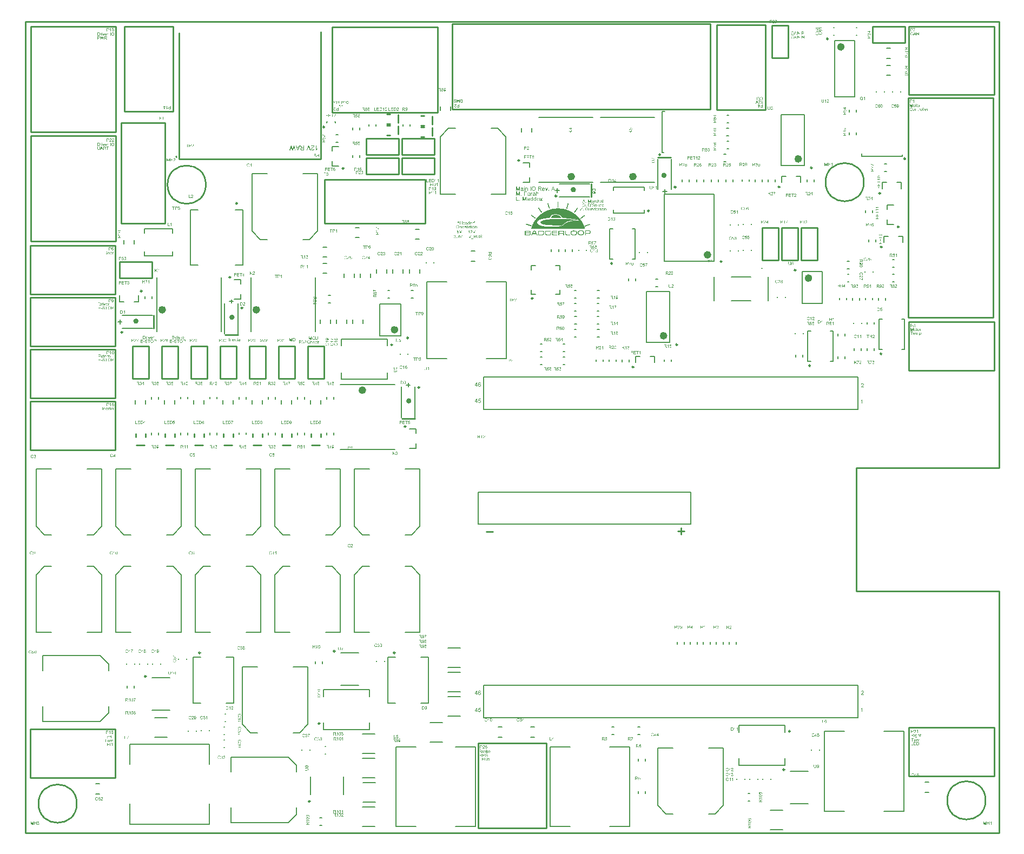
<source format=gto>
G04*
G04 #@! TF.GenerationSoftware,Altium Limited,Altium Designer,22.1.2 (22)*
G04*
G04 Layer_Color=65535*
%FSLAX25Y25*%
%MOIN*%
G70*
G04*
G04 #@! TF.SameCoordinates,AC397A93-C031-4B05-9AA3-ADDC1FD7FCD6*
G04*
G04*
G04 #@! TF.FilePolarity,Positive*
G04*
G01*
G75*
%ADD10C,0.00787*%
%ADD11C,0.00984*%
%ADD12C,0.02362*%
%ADD13C,0.01000*%
%ADD14C,0.01575*%
%ADD15C,0.00500*%
G36*
X328444Y388815D02*
X328506D01*
Y388753D01*
X328568D01*
Y388691D01*
X328630D01*
Y386703D01*
Y386641D01*
Y385523D01*
X328568D01*
Y385399D01*
X328444D01*
Y385336D01*
X328195D01*
Y385399D01*
X328133D01*
Y385461D01*
X328071D01*
Y385647D01*
X328009D01*
Y385771D01*
X328071D01*
Y388442D01*
X328009D01*
Y388567D01*
X328071D01*
Y388753D01*
X328133D01*
Y388815D01*
X328258D01*
Y388877D01*
X328444D01*
Y388815D01*
D02*
G37*
G36*
X322232Y387946D02*
X322294D01*
Y387883D01*
X322356D01*
Y387821D01*
X322418D01*
Y387759D01*
Y387697D01*
Y387573D01*
X322480D01*
Y387386D01*
X322542D01*
Y387200D01*
X322604D01*
Y387014D01*
X322667D01*
Y386827D01*
X322729D01*
Y386641D01*
X322791D01*
Y386455D01*
X322853D01*
Y386206D01*
X322915D01*
Y386020D01*
X322977D01*
Y385833D01*
X323039D01*
Y385647D01*
X323101D01*
Y385461D01*
X323164D01*
Y385274D01*
X323226D01*
Y385088D01*
X323288D01*
Y384777D01*
X323226D01*
Y384715D01*
X323164D01*
Y384653D01*
X322853D01*
Y384715D01*
X322791D01*
Y384777D01*
X322729D01*
Y384901D01*
X322667D01*
Y385150D01*
X322604D01*
Y385336D01*
X322542D01*
Y385523D01*
X322480D01*
Y385709D01*
X322418D01*
Y385895D01*
X322356D01*
Y386082D01*
X322294D01*
Y386268D01*
X322232D01*
Y386455D01*
X322170D01*
Y386641D01*
X322108D01*
Y386827D01*
X322045D01*
Y387014D01*
X321983D01*
Y387200D01*
X321921D01*
Y387386D01*
X321859D01*
Y387573D01*
X321797D01*
Y387821D01*
X321859D01*
Y387946D01*
X321983D01*
Y388008D01*
X322232D01*
Y387946D01*
D02*
G37*
G36*
X334718Y387883D02*
X334780D01*
Y387821D01*
X334842D01*
Y387511D01*
X334780D01*
Y387324D01*
X334718D01*
Y387138D01*
X334656D01*
Y386951D01*
X334594D01*
Y386765D01*
X334532D01*
Y386579D01*
X334470D01*
Y386330D01*
X334408D01*
Y386144D01*
X334345D01*
Y385958D01*
X334283D01*
Y385771D01*
X334221D01*
Y385585D01*
X334159D01*
Y385399D01*
X334097D01*
Y385212D01*
X334035D01*
Y385026D01*
X333973D01*
Y384777D01*
X333911D01*
Y384715D01*
X333849D01*
Y384653D01*
X333786D01*
Y384591D01*
X333476D01*
Y384653D01*
X333414D01*
Y384777D01*
X333351D01*
Y385026D01*
X333414D01*
Y385150D01*
X333476D01*
Y385399D01*
X333538D01*
Y385523D01*
Y385585D01*
X333600D01*
Y385771D01*
X333662D01*
Y385958D01*
X333724D01*
Y386144D01*
X333786D01*
Y386330D01*
X333849D01*
Y386517D01*
X333911D01*
Y386703D01*
X333973D01*
Y386889D01*
X334035D01*
Y387076D01*
X334097D01*
Y387262D01*
X334159D01*
Y387449D01*
X334221D01*
Y387697D01*
X334283D01*
Y387821D01*
X334345D01*
Y387883D01*
X334408D01*
Y387946D01*
X334718D01*
Y387883D01*
D02*
G37*
G36*
X316517Y385212D02*
X316641D01*
Y385150D01*
X316703D01*
Y385088D01*
X316765D01*
Y384964D01*
X316827D01*
Y384901D01*
X316889D01*
Y384777D01*
X316951D01*
Y384715D01*
X317014D01*
Y384653D01*
X317076D01*
Y384529D01*
X317138D01*
Y384467D01*
X317200D01*
Y384342D01*
X317262D01*
Y384280D01*
X317324D01*
Y384218D01*
X317386D01*
Y384094D01*
X317448D01*
Y384032D01*
X317511D01*
Y383970D01*
X317573D01*
Y383845D01*
X317635D01*
Y383783D01*
X317697D01*
Y383659D01*
X317759D01*
Y383597D01*
X317821D01*
Y383535D01*
X317883D01*
Y383411D01*
X317945D01*
Y383348D01*
X318008D01*
Y383286D01*
X318070D01*
Y383162D01*
X318132D01*
Y383100D01*
X318194D01*
Y382976D01*
X318256D01*
Y382914D01*
X318318D01*
Y382852D01*
X318380D01*
Y382727D01*
X318442D01*
Y382417D01*
X318380D01*
Y382355D01*
X318256D01*
Y382292D01*
X318070D01*
Y382355D01*
X317945D01*
Y382417D01*
X317883D01*
Y382541D01*
X317821D01*
Y382603D01*
X317759D01*
Y382665D01*
X317697D01*
Y382789D01*
X317635D01*
Y382852D01*
X317573D01*
Y382976D01*
X317511D01*
Y383038D01*
X317448D01*
Y383100D01*
X317386D01*
Y383224D01*
X317324D01*
Y383286D01*
X317262D01*
Y383348D01*
X317200D01*
Y383473D01*
X317138D01*
Y383535D01*
X317076D01*
Y383659D01*
X317014D01*
Y383721D01*
X316951D01*
Y383783D01*
X316889D01*
Y383908D01*
X316827D01*
Y383970D01*
X316765D01*
Y384032D01*
X316703D01*
Y384156D01*
X316641D01*
Y384218D01*
X316579D01*
Y384342D01*
X316517D01*
Y384405D01*
X316455D01*
Y384467D01*
X316392D01*
Y384591D01*
X316330D01*
Y384653D01*
X316268D01*
Y384715D01*
X316206D01*
Y384777D01*
Y384839D01*
X316144D01*
Y385088D01*
X316206D01*
Y385150D01*
X316268D01*
Y385212D01*
X316330D01*
Y385274D01*
X316517D01*
Y385212D01*
D02*
G37*
G36*
X340371Y385088D02*
X340433D01*
Y384964D01*
X340495D01*
Y384777D01*
X340433D01*
Y384653D01*
X340371D01*
Y384591D01*
X340309D01*
Y384467D01*
X340247D01*
Y384405D01*
X340185D01*
Y384342D01*
X340123D01*
Y384218D01*
X340061D01*
Y384156D01*
X339999D01*
Y384094D01*
X339936D01*
Y383970D01*
X339874D01*
Y383908D01*
X339812D01*
Y383783D01*
X339750D01*
Y383721D01*
X339688D01*
Y383659D01*
X339626D01*
Y383535D01*
X339564D01*
Y383473D01*
X339502D01*
Y383411D01*
X339439D01*
Y383286D01*
X339377D01*
Y383224D01*
X339315D01*
Y383100D01*
X339253D01*
Y383038D01*
X339191D01*
Y382976D01*
X339129D01*
Y382852D01*
X339067D01*
Y382789D01*
X339004D01*
Y382665D01*
X338942D01*
Y382603D01*
X338880D01*
Y382541D01*
X338818D01*
Y382417D01*
X338756D01*
Y382355D01*
X338694D01*
Y382292D01*
X338632D01*
Y382230D01*
X338321D01*
Y382292D01*
X338259D01*
Y382355D01*
X338197D01*
Y382665D01*
X338259D01*
Y382727D01*
X338321D01*
Y382852D01*
X338383D01*
Y382914D01*
X338445D01*
Y382976D01*
X338508D01*
Y383100D01*
X338570D01*
Y383162D01*
X338632D01*
Y383224D01*
Y383286D01*
X338694D01*
Y383348D01*
X338756D01*
Y383411D01*
X338818D01*
Y383535D01*
X338880D01*
Y383597D01*
X338942D01*
Y383659D01*
X339004D01*
Y383783D01*
X339067D01*
Y383845D01*
X339129D01*
Y383970D01*
X339191D01*
Y384032D01*
X339253D01*
Y384094D01*
X339315D01*
Y384218D01*
X339377D01*
Y384280D01*
X339439D01*
Y384342D01*
X339502D01*
Y384467D01*
X339564D01*
Y384529D01*
X339626D01*
Y384653D01*
X339688D01*
Y384715D01*
X339750D01*
Y384777D01*
X339812D01*
Y384901D01*
X339874D01*
Y384964D01*
X339936D01*
Y385088D01*
X340061D01*
Y385150D01*
X340371D01*
Y385088D01*
D02*
G37*
G36*
X312106Y380802D02*
X312168D01*
Y380739D01*
X312230D01*
Y380677D01*
X312354D01*
Y380615D01*
X312417D01*
Y380553D01*
X312541D01*
Y380491D01*
X312603D01*
Y380429D01*
X312665D01*
Y380367D01*
X312789D01*
Y380305D01*
X312852D01*
Y380242D01*
X312914D01*
Y380180D01*
X313038D01*
Y380118D01*
X313100D01*
Y380056D01*
X313224D01*
Y379994D01*
X313286D01*
Y379932D01*
X313349D01*
Y379870D01*
X313473D01*
Y379808D01*
X313535D01*
Y379746D01*
X313597D01*
Y379683D01*
X313721D01*
Y379621D01*
X313783D01*
Y379559D01*
X313908D01*
Y379497D01*
X313970D01*
Y379435D01*
X314032D01*
Y379373D01*
X314156D01*
Y379311D01*
X314218D01*
Y379248D01*
X314280D01*
Y379186D01*
X314405D01*
Y379124D01*
X314467D01*
Y379062D01*
X314529D01*
Y378938D01*
X314591D01*
Y378814D01*
X314529D01*
Y378689D01*
X314467D01*
Y378627D01*
X314280D01*
Y378565D01*
X314218D01*
Y378627D01*
X314094D01*
Y378689D01*
X313970D01*
Y378751D01*
X313908D01*
Y378814D01*
X313845D01*
Y378876D01*
X313721D01*
Y378938D01*
X313659D01*
Y379000D01*
X313597D01*
Y379062D01*
X313473D01*
Y379124D01*
X313411D01*
Y379186D01*
X313349D01*
Y379248D01*
X313224D01*
Y379311D01*
X313162D01*
Y379373D01*
X313038D01*
Y379435D01*
X312976D01*
Y379497D01*
X312914D01*
Y379559D01*
X312789D01*
Y379621D01*
X312727D01*
Y379683D01*
X312603D01*
Y379746D01*
X312541D01*
Y379808D01*
X312479D01*
Y379870D01*
X312354D01*
Y379932D01*
X312292D01*
Y379994D01*
X312230D01*
Y380056D01*
X312106D01*
Y380118D01*
X312044D01*
Y380180D01*
X311920D01*
Y380242D01*
X311858D01*
Y380305D01*
X311733D01*
Y380367D01*
X311671D01*
Y380491D01*
X311609D01*
Y380739D01*
X311671D01*
Y380802D01*
X311733D01*
Y380864D01*
X312106D01*
Y380802D01*
D02*
G37*
G36*
X344906Y380615D02*
X344968D01*
Y380305D01*
X344906D01*
Y380242D01*
X344844D01*
Y380180D01*
X344720D01*
Y380118D01*
X344658D01*
Y380056D01*
X344595D01*
Y379994D01*
X344471D01*
Y379932D01*
X344409D01*
Y379870D01*
X344285D01*
Y379808D01*
X344223D01*
Y379746D01*
X344161D01*
Y379683D01*
X344036D01*
Y379621D01*
X343974D01*
Y379559D01*
X343912D01*
Y379497D01*
X343788D01*
Y379435D01*
X343726D01*
Y379373D01*
X343601D01*
Y379311D01*
X343539D01*
Y379248D01*
X343477D01*
Y379186D01*
X343353D01*
Y379124D01*
X343291D01*
Y379062D01*
X343229D01*
Y379000D01*
X343105D01*
Y378938D01*
X343042D01*
Y378876D01*
X342918D01*
Y378814D01*
X342856D01*
Y378751D01*
X342794D01*
Y378689D01*
X342670D01*
Y378627D01*
X342608D01*
Y378565D01*
X342545D01*
Y378503D01*
X342359D01*
Y378441D01*
X342235D01*
Y378503D01*
X342111D01*
Y378565D01*
X342049D01*
Y378938D01*
X342111D01*
Y379000D01*
X342173D01*
Y379062D01*
X342297D01*
Y379124D01*
X342359D01*
Y379186D01*
X342483D01*
Y379248D01*
X342545D01*
Y379311D01*
X342608D01*
Y379373D01*
X342732D01*
Y379435D01*
X342794D01*
Y379497D01*
X342918D01*
Y379559D01*
X342980D01*
Y379621D01*
X343042D01*
Y379683D01*
X343167D01*
Y379746D01*
X343229D01*
Y379808D01*
X343291D01*
Y379870D01*
X343415D01*
Y379932D01*
X343477D01*
Y379994D01*
X343601D01*
Y380056D01*
X343664D01*
Y380118D01*
X343726D01*
Y380180D01*
X343850D01*
Y380242D01*
X343912D01*
Y380305D01*
X343974D01*
Y380367D01*
X344098D01*
Y380429D01*
X344161D01*
Y380491D01*
X344285D01*
Y380553D01*
X344347D01*
Y380615D01*
X344409D01*
Y380677D01*
X344471D01*
Y380739D01*
X344906D01*
Y380615D01*
D02*
G37*
G36*
X309124Y375273D02*
X309311D01*
Y375211D01*
X309497D01*
Y375149D01*
X309683D01*
Y375086D01*
X309870D01*
Y375024D01*
X310056D01*
Y374962D01*
X310242D01*
Y374900D01*
X310429D01*
Y374838D01*
X310677D01*
Y374776D01*
X310864D01*
Y374714D01*
X311050D01*
Y374652D01*
X311236D01*
Y374589D01*
X311423D01*
Y374527D01*
X311609D01*
Y374465D01*
X311858D01*
Y374403D01*
X311920D01*
Y374341D01*
X311982D01*
Y373968D01*
X311920D01*
Y373906D01*
X311795D01*
Y373844D01*
X311609D01*
Y373906D01*
X311423D01*
Y373968D01*
X311236D01*
Y374030D01*
X311050D01*
Y374092D01*
X310864D01*
Y374155D01*
X310677D01*
Y374217D01*
X310491D01*
Y374279D01*
X310304D01*
Y374341D01*
X310118D01*
Y374403D01*
X309932D01*
Y374465D01*
X309745D01*
Y374527D01*
X309559D01*
Y374589D01*
X309373D01*
Y374652D01*
X309124D01*
Y374714D01*
X308938D01*
Y374776D01*
X308814D01*
Y374838D01*
X308689D01*
Y374962D01*
X308627D01*
Y375149D01*
X308689D01*
Y375273D01*
X308752D01*
Y375335D01*
X309124D01*
Y375273D01*
D02*
G37*
G36*
X347888Y375149D02*
X347950D01*
Y375086D01*
X348012D01*
Y375024D01*
X348074D01*
Y374838D01*
X348012D01*
Y374714D01*
X347950D01*
Y374652D01*
X347826D01*
Y374589D01*
X347639D01*
Y374527D01*
X347453D01*
Y374465D01*
X347267D01*
Y374403D01*
X347018D01*
Y374341D01*
X346832D01*
Y374279D01*
X346645D01*
Y374217D01*
X346459D01*
Y374155D01*
X346273D01*
Y374092D01*
X346086D01*
Y374030D01*
X345900D01*
Y373968D01*
X345714D01*
Y373906D01*
X345527D01*
Y373844D01*
X345341D01*
Y373782D01*
X345155D01*
Y373720D01*
X344844D01*
Y373782D01*
X344782D01*
Y373844D01*
X344720D01*
Y374217D01*
X344844D01*
Y374279D01*
X344968D01*
Y374341D01*
X345155D01*
Y374403D01*
X345341D01*
Y374465D01*
X345527D01*
Y374527D01*
X345776D01*
Y374589D01*
X345962D01*
Y374652D01*
X346148D01*
Y374714D01*
X346335D01*
Y374776D01*
X346521D01*
Y374838D01*
X346708D01*
Y374900D01*
X346894D01*
Y374962D01*
X347080D01*
Y375024D01*
X347267D01*
Y375086D01*
X347453D01*
Y375149D01*
X347639D01*
Y375211D01*
X347888D01*
Y375149D01*
D02*
G37*
G36*
X329562Y384777D02*
X330245D01*
Y384715D01*
X330742D01*
Y384653D01*
X331177D01*
Y384591D01*
X331550D01*
Y384529D01*
X331861D01*
Y384467D01*
X332171D01*
Y384405D01*
X332420D01*
Y384342D01*
X332668D01*
Y384280D01*
X332917D01*
Y384218D01*
X333103D01*
Y384156D01*
X333351D01*
Y384094D01*
X333538D01*
Y384032D01*
X333724D01*
Y383970D01*
X333911D01*
Y383908D01*
X334097D01*
Y383845D01*
X334283D01*
Y383783D01*
X334470D01*
Y383721D01*
X334594D01*
Y383659D01*
X334780D01*
Y383597D01*
X334905D01*
Y383535D01*
X335091D01*
Y383473D01*
X335215D01*
Y383411D01*
X335339D01*
Y383348D01*
X335526D01*
Y383286D01*
X335650D01*
Y383224D01*
X335774D01*
Y383162D01*
X335898D01*
Y383100D01*
X336023D01*
Y383038D01*
X336147D01*
Y382976D01*
X336271D01*
Y382914D01*
X336395D01*
Y382852D01*
X336520D01*
Y382789D01*
X336644D01*
Y382727D01*
X336706D01*
Y382665D01*
X336830D01*
Y382603D01*
X336954D01*
Y382541D01*
X337079D01*
Y382479D01*
X337141D01*
Y382417D01*
X337265D01*
Y382355D01*
X337389D01*
Y382292D01*
X337452D01*
Y382230D01*
X337576D01*
Y382168D01*
X337638D01*
Y382106D01*
X337762D01*
Y382044D01*
X337886D01*
Y381982D01*
X337948D01*
Y381920D01*
X338073D01*
Y381858D01*
X338135D01*
Y381796D01*
X338197D01*
Y381733D01*
X338321D01*
Y381671D01*
X338383D01*
Y381609D01*
X338508D01*
Y381547D01*
X338570D01*
Y381485D01*
X338632D01*
Y381423D01*
X338756D01*
Y381361D01*
X338818D01*
Y381298D01*
X338880D01*
Y381236D01*
X339004D01*
Y381174D01*
X339067D01*
Y381112D01*
X339129D01*
Y381050D01*
X339253D01*
Y380988D01*
X339315D01*
Y380926D01*
X339377D01*
Y380864D01*
X339439D01*
Y380802D01*
X339502D01*
Y380739D01*
X339626D01*
Y380677D01*
X339688D01*
Y380615D01*
X339750D01*
Y380553D01*
X339812D01*
Y380491D01*
X339874D01*
Y380429D01*
X339936D01*
Y380367D01*
X339999D01*
Y380305D01*
X340061D01*
Y380242D01*
X340185D01*
Y380180D01*
X340247D01*
Y380118D01*
X340309D01*
Y380056D01*
X340371D01*
Y379994D01*
X340433D01*
Y379932D01*
X340495D01*
Y379870D01*
X340558D01*
Y379808D01*
X340620D01*
Y379746D01*
X340682D01*
Y379683D01*
X340744D01*
Y379621D01*
X340806D01*
Y379559D01*
X340868D01*
Y379497D01*
X340930D01*
Y379435D01*
X340992D01*
Y379373D01*
X341055D01*
Y379248D01*
X341117D01*
Y379186D01*
X341179D01*
Y379124D01*
X341241D01*
Y379062D01*
X341303D01*
Y379000D01*
X341365D01*
Y378938D01*
X341427D01*
Y378876D01*
X341489D01*
Y378814D01*
X341551D01*
Y378689D01*
X341614D01*
Y378627D01*
X341676D01*
Y378565D01*
X341738D01*
Y378503D01*
X341800D01*
Y378441D01*
X341862D01*
Y378317D01*
X341924D01*
Y378255D01*
X341986D01*
Y378192D01*
X342049D01*
Y378068D01*
X342111D01*
Y378006D01*
X342173D01*
Y377944D01*
X342235D01*
Y377820D01*
X342297D01*
Y377758D01*
X342359D01*
Y377695D01*
X342421D01*
Y377571D01*
X342483D01*
Y377509D01*
X342545D01*
Y377385D01*
X342608D01*
Y377323D01*
X342670D01*
Y377261D01*
X342732D01*
Y377136D01*
X342794D01*
Y377074D01*
X342856D01*
Y376950D01*
X342918D01*
Y376826D01*
X342980D01*
Y376764D01*
X343042D01*
Y376639D01*
X343105D01*
Y376577D01*
X343167D01*
Y376453D01*
X343229D01*
Y376329D01*
X343291D01*
Y376267D01*
X343353D01*
Y376142D01*
X343415D01*
Y376018D01*
X343477D01*
Y375894D01*
X343539D01*
Y375832D01*
X343601D01*
Y375708D01*
X343664D01*
Y375583D01*
X343726D01*
Y375459D01*
X343788D01*
Y375335D01*
X343850D01*
Y375211D01*
X343912D01*
Y375086D01*
X343974D01*
Y374962D01*
X344036D01*
Y374838D01*
X344098D01*
Y374714D01*
X344161D01*
Y374527D01*
X344223D01*
Y374403D01*
X344285D01*
Y374279D01*
X344347D01*
Y374092D01*
X344409D01*
Y373968D01*
X344471D01*
Y373782D01*
X344533D01*
Y373658D01*
X344595D01*
Y373471D01*
X344658D01*
Y373285D01*
X344720D01*
Y373098D01*
X344782D01*
Y372912D01*
X344844D01*
Y372726D01*
X344906D01*
Y372539D01*
X344968D01*
Y372353D01*
X311733D01*
Y372539D01*
X311795D01*
Y372726D01*
X311858D01*
Y372912D01*
X311920D01*
Y373098D01*
X311982D01*
Y373285D01*
X312044D01*
Y373471D01*
X312106D01*
Y373658D01*
X312168D01*
Y373782D01*
X312230D01*
Y373968D01*
X312292D01*
Y374092D01*
X312354D01*
Y374279D01*
X312417D01*
Y374403D01*
X312479D01*
Y374527D01*
X312541D01*
Y374714D01*
X312603D01*
Y374838D01*
X312665D01*
Y374962D01*
X312727D01*
Y375086D01*
X312789D01*
Y375211D01*
X312852D01*
Y375335D01*
X312914D01*
Y375459D01*
X312976D01*
Y375583D01*
X313038D01*
Y375708D01*
X313100D01*
Y375832D01*
X313162D01*
Y375894D01*
X313224D01*
Y376018D01*
X313286D01*
Y376142D01*
X313349D01*
Y376267D01*
X313411D01*
Y376329D01*
X313473D01*
Y376453D01*
X313535D01*
Y376577D01*
X313597D01*
Y376639D01*
X313659D01*
Y376764D01*
X313721D01*
Y376888D01*
X313783D01*
Y376950D01*
X313845D01*
Y377074D01*
X313908D01*
Y377136D01*
X313970D01*
Y377261D01*
X314032D01*
Y377323D01*
X314094D01*
Y377447D01*
X314156D01*
Y377509D01*
X314218D01*
Y377571D01*
X314280D01*
Y377695D01*
X314342D01*
Y377758D01*
X314405D01*
Y377820D01*
X314467D01*
Y377944D01*
X314529D01*
Y378006D01*
X314591D01*
Y378068D01*
X314653D01*
Y378192D01*
X314715D01*
Y378255D01*
X314777D01*
Y378317D01*
X314839D01*
Y378441D01*
X314901D01*
Y378503D01*
X314964D01*
Y378565D01*
X315026D01*
Y378627D01*
X315088D01*
Y378689D01*
X315150D01*
Y378814D01*
X315212D01*
Y378876D01*
X315274D01*
Y378938D01*
X315336D01*
Y379000D01*
X315399D01*
Y379062D01*
X315461D01*
Y379124D01*
X315523D01*
Y379186D01*
X315585D01*
Y379311D01*
X315647D01*
Y379373D01*
X315709D01*
Y379435D01*
X315771D01*
Y379497D01*
X315833D01*
Y379559D01*
X315895D01*
Y379621D01*
X315958D01*
Y379683D01*
X316020D01*
Y379746D01*
X316082D01*
Y379808D01*
X316144D01*
Y379870D01*
X316206D01*
Y379932D01*
X316268D01*
Y379994D01*
X316330D01*
Y380056D01*
X316392D01*
Y380118D01*
X316455D01*
Y380180D01*
X316517D01*
Y380242D01*
X316579D01*
Y380305D01*
X316703D01*
Y380367D01*
X316765D01*
Y380429D01*
X316827D01*
Y380491D01*
X316889D01*
Y380553D01*
X316951D01*
Y380615D01*
X317014D01*
Y380677D01*
X317076D01*
Y380739D01*
X317200D01*
Y380802D01*
X317262D01*
Y380864D01*
X317324D01*
Y380926D01*
X317386D01*
Y380988D01*
X317448D01*
Y381050D01*
X317573D01*
Y381112D01*
X317635D01*
Y381174D01*
X317697D01*
Y381236D01*
X317821D01*
Y381298D01*
X317883D01*
Y381361D01*
X317945D01*
Y381423D01*
X318070D01*
Y381485D01*
X318132D01*
Y381547D01*
X318194D01*
Y381609D01*
X318318D01*
Y381671D01*
X318380D01*
Y381733D01*
X318505D01*
Y381796D01*
X318567D01*
Y381858D01*
X318629D01*
Y381920D01*
X318753D01*
Y381982D01*
X318815D01*
Y382044D01*
X318939D01*
Y382106D01*
X319064D01*
Y382168D01*
X319126D01*
Y382230D01*
X319250D01*
Y382292D01*
X319312D01*
Y382355D01*
X319436D01*
Y382417D01*
X319561D01*
Y382479D01*
X319623D01*
Y382541D01*
X319747D01*
Y382603D01*
X319871D01*
Y382665D01*
X319995D01*
Y382727D01*
X320058D01*
Y382789D01*
X320182D01*
Y382852D01*
X320306D01*
Y382914D01*
X320430D01*
Y382976D01*
X320554D01*
Y383038D01*
X320679D01*
Y383100D01*
X320803D01*
Y383162D01*
X320927D01*
Y383224D01*
X321052D01*
Y383286D01*
X321176D01*
Y383348D01*
X321362D01*
Y383411D01*
X321486D01*
Y383473D01*
X321611D01*
Y383535D01*
X321797D01*
Y383597D01*
X321921D01*
Y383659D01*
X322108D01*
Y383721D01*
X322232D01*
Y383783D01*
X322418D01*
Y383845D01*
X322604D01*
Y383908D01*
X322791D01*
Y383970D01*
X322977D01*
Y384032D01*
X323164D01*
Y384094D01*
X323350D01*
Y384156D01*
X323599D01*
Y384218D01*
X323785D01*
Y384280D01*
X324033D01*
Y384342D01*
X324282D01*
Y384405D01*
X324530D01*
Y384467D01*
X324841D01*
Y384529D01*
X325151D01*
Y384591D01*
X325524D01*
Y384653D01*
X325959D01*
Y384715D01*
X326456D01*
Y384777D01*
X327139D01*
Y384839D01*
X329562D01*
Y384777D01*
D02*
G37*
G36*
X347826Y371111D02*
X348012D01*
Y371048D01*
X348136D01*
Y370986D01*
X348199D01*
Y370924D01*
X348261D01*
Y370862D01*
X348323D01*
Y370800D01*
X348385D01*
Y370676D01*
X348447D01*
Y370614D01*
Y370551D01*
Y370489D01*
X348509D01*
Y370055D01*
X348447D01*
Y369868D01*
X348385D01*
Y369744D01*
X348323D01*
Y369682D01*
X348261D01*
Y369620D01*
X348199D01*
Y369558D01*
X348136D01*
Y369496D01*
X348012D01*
Y369433D01*
X347826D01*
Y369371D01*
X345465D01*
Y368377D01*
X345030D01*
Y371173D01*
X347826D01*
Y371111D01*
D02*
G37*
G36*
X342980Y371173D02*
X343353D01*
Y371111D01*
X343601D01*
Y371048D01*
X343726D01*
Y370986D01*
X343850D01*
Y370924D01*
X343912D01*
Y370862D01*
X344036D01*
Y370800D01*
X344098D01*
Y370738D01*
X344161D01*
Y370614D01*
X344223D01*
Y370489D01*
X344285D01*
Y370365D01*
X344347D01*
Y369930D01*
X344409D01*
Y369682D01*
X344347D01*
Y369247D01*
X344285D01*
Y369061D01*
X344223D01*
Y368936D01*
X344161D01*
Y368874D01*
X344098D01*
Y368812D01*
X344036D01*
Y368750D01*
X343974D01*
Y368688D01*
X343912D01*
Y368626D01*
X343788D01*
Y368564D01*
X343664D01*
Y368501D01*
X343539D01*
Y368439D01*
X343229D01*
Y368377D01*
X341614D01*
Y368439D01*
X341365D01*
Y368501D01*
X341179D01*
Y368564D01*
X341055D01*
Y368626D01*
X340930D01*
Y368688D01*
X340868D01*
Y368750D01*
X340806D01*
Y368812D01*
X340744D01*
Y368874D01*
X340682D01*
Y368999D01*
X340620D01*
Y369123D01*
X340558D01*
Y369371D01*
X340495D01*
Y370241D01*
X340558D01*
Y370427D01*
X340620D01*
Y370551D01*
X340682D01*
Y370676D01*
X340744D01*
Y370738D01*
X340806D01*
Y370800D01*
X340868D01*
Y370862D01*
X340930D01*
Y370924D01*
X340992D01*
Y370986D01*
X341117D01*
Y371048D01*
X341303D01*
Y371111D01*
X341489D01*
Y371173D01*
X341924D01*
Y371235D01*
X342980D01*
Y371173D01*
D02*
G37*
G36*
X338632Y371111D02*
X339004D01*
Y371048D01*
X339253D01*
Y370986D01*
X339377D01*
Y370924D01*
X339502D01*
Y370862D01*
X339564D01*
Y370800D01*
X339688D01*
Y370738D01*
X339750D01*
Y370676D01*
X339812D01*
Y370551D01*
X339874D01*
Y370427D01*
X339936D01*
Y370365D01*
Y370303D01*
X339999D01*
Y369868D01*
X340061D01*
Y369620D01*
X339999D01*
Y369185D01*
X339936D01*
Y368999D01*
X339874D01*
Y368874D01*
X339812D01*
Y368812D01*
X339750D01*
Y368750D01*
X339688D01*
Y368688D01*
X339626D01*
Y368626D01*
X339564D01*
Y368564D01*
X339439D01*
Y368501D01*
X339315D01*
Y368439D01*
X339191D01*
Y368377D01*
X338880D01*
Y368315D01*
X337265D01*
Y368377D01*
X337017D01*
Y368439D01*
X336830D01*
Y368501D01*
X336706D01*
Y368564D01*
X336582D01*
Y368626D01*
X336520D01*
Y368688D01*
X336458D01*
Y368750D01*
X336395D01*
Y368812D01*
X336333D01*
Y368936D01*
X336271D01*
Y369061D01*
X336209D01*
Y369309D01*
X336147D01*
Y370179D01*
X336209D01*
Y370365D01*
X336271D01*
Y370489D01*
X336333D01*
Y370614D01*
X336395D01*
Y370676D01*
X336458D01*
Y370738D01*
X336520D01*
Y370800D01*
X336582D01*
Y370862D01*
X336644D01*
Y370924D01*
X336768D01*
Y370986D01*
X336954D01*
Y371048D01*
X337141D01*
Y371111D01*
X337576D01*
Y371173D01*
X338632D01*
Y371111D01*
D02*
G37*
G36*
X333165Y369123D02*
X333227D01*
Y368999D01*
X333289D01*
Y368936D01*
X333351D01*
Y368874D01*
X333476D01*
Y368812D01*
X333724D01*
Y368750D01*
X335898D01*
Y368315D01*
X333662D01*
Y368377D01*
X333351D01*
Y368439D01*
X333227D01*
Y368501D01*
X333103D01*
Y368564D01*
X333041D01*
Y368626D01*
X332979D01*
Y368688D01*
X332917D01*
Y368750D01*
X332855D01*
Y368874D01*
X332792D01*
Y368999D01*
X332730D01*
Y371111D01*
X333165D01*
Y369123D01*
D02*
G37*
G36*
X331488Y371048D02*
X331674D01*
Y370986D01*
X331799D01*
Y370924D01*
X331861D01*
Y370862D01*
X331923D01*
Y370800D01*
X331985D01*
Y370676D01*
X332047D01*
Y370551D01*
X332109D01*
Y369992D01*
X332047D01*
Y369868D01*
X331985D01*
Y369744D01*
X331923D01*
Y369682D01*
X331799D01*
Y369620D01*
X331674D01*
Y369558D01*
X331550D01*
Y369496D01*
X331674D01*
Y369433D01*
X331799D01*
Y369371D01*
X331861D01*
Y369309D01*
X331923D01*
Y369247D01*
X331985D01*
Y369123D01*
X332047D01*
Y368315D01*
X331612D01*
Y368936D01*
X331550D01*
Y369123D01*
X331488D01*
Y369185D01*
X331426D01*
Y369247D01*
X331301D01*
Y369309D01*
X329065D01*
Y368315D01*
X328630D01*
Y371111D01*
X331488D01*
Y371048D01*
D02*
G37*
G36*
X327947Y370738D02*
X325711D01*
Y370676D01*
X325338D01*
Y370614D01*
X325151D01*
Y370551D01*
X325089D01*
Y370489D01*
X325027D01*
Y370427D01*
X324965D01*
Y370303D01*
X324903D01*
Y370055D01*
X324841D01*
Y369930D01*
X327885D01*
Y369558D01*
X325214D01*
Y369496D01*
X324841D01*
Y369371D01*
X324903D01*
Y369185D01*
X324965D01*
Y369061D01*
X325027D01*
Y368936D01*
X325151D01*
Y368874D01*
X325214D01*
Y368812D01*
X325400D01*
Y368750D01*
X327947D01*
Y368315D01*
X325400D01*
Y368377D01*
X325089D01*
Y368439D01*
X324965D01*
Y368501D01*
X324841D01*
Y368564D01*
X324779D01*
Y368626D01*
X324717D01*
Y368688D01*
X324655D01*
Y368750D01*
X324592D01*
Y368874D01*
X324530D01*
Y368999D01*
X324468D01*
Y369309D01*
X324406D01*
Y370179D01*
X324468D01*
Y370427D01*
X324530D01*
Y370551D01*
X324592D01*
Y370676D01*
X324655D01*
Y370738D01*
X324717D01*
Y370800D01*
X324779D01*
Y370862D01*
X324841D01*
Y370924D01*
X324903D01*
Y370986D01*
X325027D01*
Y371048D01*
X325276D01*
Y371111D01*
X327947D01*
Y370738D01*
D02*
G37*
G36*
X323847Y370676D02*
X321238D01*
Y370614D01*
X321114D01*
Y370551D01*
X320989D01*
Y370489D01*
X320927D01*
Y370427D01*
X320865D01*
Y370303D01*
X320803D01*
Y370055D01*
X320741D01*
Y369433D01*
X320803D01*
Y369185D01*
X320865D01*
Y369061D01*
X320927D01*
Y368999D01*
X320989D01*
Y368936D01*
X321052D01*
Y368874D01*
X321114D01*
Y368812D01*
X321362D01*
Y368750D01*
X323412D01*
Y369806D01*
X323847D01*
Y369433D01*
Y369371D01*
Y368315D01*
X321300D01*
Y368377D01*
X320989D01*
Y368439D01*
X320865D01*
Y368501D01*
X320741D01*
Y368564D01*
X320679D01*
Y368626D01*
X320617D01*
Y368688D01*
X320554D01*
Y368750D01*
X320492D01*
Y368874D01*
X320430D01*
Y368999D01*
X320368D01*
Y369309D01*
X320306D01*
Y370179D01*
X320368D01*
Y370427D01*
X320430D01*
Y370551D01*
X320492D01*
Y370676D01*
X320554D01*
Y370738D01*
X320617D01*
Y370800D01*
X320679D01*
Y370862D01*
X320741D01*
Y370924D01*
X320803D01*
Y370986D01*
X320927D01*
Y371048D01*
X321176D01*
Y371111D01*
X323847D01*
Y370676D01*
D02*
G37*
G36*
X318939Y371048D02*
X319126D01*
Y370986D01*
X319250D01*
Y370924D01*
X319374D01*
Y370862D01*
X319436D01*
Y370800D01*
X319498D01*
Y370738D01*
X319561D01*
Y370614D01*
X319623D01*
Y370489D01*
X319685D01*
Y370303D01*
X319747D01*
Y369123D01*
X319685D01*
Y368936D01*
X319623D01*
Y368812D01*
X319561D01*
Y368750D01*
X319498D01*
Y368688D01*
X319436D01*
Y368626D01*
X319374D01*
Y368564D01*
X319312D01*
Y368501D01*
X319188D01*
Y368439D01*
X319064D01*
Y368377D01*
X318753D01*
Y368315D01*
X316144D01*
Y371111D01*
X318939D01*
Y371048D01*
D02*
G37*
G36*
X313970Y371111D02*
X314156D01*
Y371048D01*
X314218D01*
Y370986D01*
X314342D01*
Y370924D01*
X314405D01*
Y370800D01*
X314467D01*
Y370738D01*
X314529D01*
Y370614D01*
X314591D01*
Y370489D01*
X314653D01*
Y370365D01*
X314715D01*
Y370241D01*
X314777D01*
Y370117D01*
X314839D01*
Y369992D01*
X314901D01*
Y369868D01*
X314964D01*
Y369744D01*
X315026D01*
Y369620D01*
X315088D01*
Y369496D01*
X315150D01*
Y369371D01*
X315212D01*
Y369247D01*
X315274D01*
Y369123D01*
X315336D01*
Y368999D01*
X315399D01*
Y368874D01*
X315461D01*
Y368750D01*
X315523D01*
Y368626D01*
X315585D01*
Y368501D01*
X315647D01*
Y368377D01*
X315709D01*
Y368315D01*
X315212D01*
Y368439D01*
X315150D01*
Y368564D01*
X315088D01*
Y368688D01*
X315026D01*
Y368812D01*
X314964D01*
Y368936D01*
X314901D01*
Y369061D01*
X314839D01*
Y369123D01*
X313411D01*
Y369061D01*
X312603D01*
Y368936D01*
X312541D01*
Y368812D01*
X312479D01*
Y368688D01*
X312417D01*
Y368564D01*
X312354D01*
Y368439D01*
X312292D01*
Y368315D01*
X311795D01*
Y368377D01*
X311858D01*
Y368501D01*
X311920D01*
Y368626D01*
X311982D01*
Y368750D01*
X312044D01*
Y368874D01*
X312106D01*
Y368999D01*
X312168D01*
Y369185D01*
X312230D01*
Y369309D01*
X312292D01*
Y369433D01*
X312354D01*
Y369558D01*
X312417D01*
Y369682D01*
X312479D01*
Y369806D01*
X312541D01*
Y369930D01*
X312603D01*
Y370055D01*
X312665D01*
Y370179D01*
X312727D01*
Y370303D01*
X312789D01*
Y370427D01*
X312852D01*
Y370551D01*
X312914D01*
Y370676D01*
X312976D01*
Y370738D01*
X313038D01*
Y370862D01*
X313100D01*
Y370924D01*
X313162D01*
Y370986D01*
X313224D01*
Y371048D01*
X313349D01*
Y371111D01*
X313473D01*
Y371173D01*
X313970D01*
Y371111D01*
D02*
G37*
G36*
X310864Y371048D02*
X310988D01*
Y370986D01*
X311112D01*
Y370924D01*
X311174D01*
Y370862D01*
X311236D01*
Y370800D01*
X311298D01*
Y370738D01*
X311361D01*
Y370117D01*
X311298D01*
Y369992D01*
X311236D01*
Y369930D01*
X311174D01*
Y369868D01*
X311050D01*
Y369806D01*
X310926D01*
Y369744D01*
X311050D01*
Y369682D01*
X311174D01*
Y369620D01*
X311236D01*
Y369558D01*
X311298D01*
Y369496D01*
X311361D01*
Y369433D01*
X311423D01*
Y369247D01*
X311485D01*
Y368874D01*
X311423D01*
Y368750D01*
X311361D01*
Y368626D01*
X311298D01*
Y368564D01*
X311236D01*
Y368501D01*
X311112D01*
Y368439D01*
X310988D01*
Y368377D01*
X310739D01*
Y368315D01*
X307944D01*
Y368874D01*
Y368936D01*
Y371111D01*
X310864D01*
Y371048D01*
D02*
G37*
G36*
X351100Y389682D02*
X351110D01*
X351123Y389681D01*
X351137Y389677D01*
X351154Y389674D01*
X351190Y389666D01*
X351231Y389651D01*
X351275Y389633D01*
X351298Y389620D01*
X351321Y389607D01*
X351237Y389390D01*
X351236D01*
X351234Y389392D01*
X351229Y389395D01*
X351223Y389398D01*
X351206Y389407D01*
X351185Y389417D01*
X351159Y389425D01*
X351129Y389433D01*
X351098Y389439D01*
X351067Y389441D01*
X351054D01*
X351039Y389439D01*
X351021Y389435D01*
X351000Y389430D01*
X350975Y389421D01*
X350952Y389410D01*
X350927Y389393D01*
X350924Y389392D01*
X350918Y389385D01*
X350906Y389375D01*
X350895Y389361D01*
X350880Y389343D01*
X350865Y389320D01*
X350852Y389295D01*
X350840Y389266D01*
Y389264D01*
X350839Y389261D01*
X350837Y389252D01*
X350834Y389244D01*
X350832Y389231D01*
X350829Y389218D01*
X350826Y389202D01*
X350822Y389184D01*
X350817Y389164D01*
X350814Y389143D01*
X350809Y389097D01*
X350804Y389044D01*
X350803Y388990D01*
Y388264D01*
X350567D01*
Y389653D01*
X350780D01*
Y389441D01*
X350781Y389443D01*
X350783Y389448D01*
X350788Y389456D01*
X350793Y389466D01*
X350801Y389477D01*
X350809Y389490D01*
X350829Y389521D01*
X350852Y389554D01*
X350877Y389585D01*
X350901Y389615D01*
X350914Y389626D01*
X350927Y389636D01*
X350931Y389638D01*
X350939Y389644D01*
X350954Y389651D01*
X350972Y389661D01*
X350995Y389669D01*
X351021Y389677D01*
X351049Y389682D01*
X351078Y389684D01*
X351090D01*
X351100Y389682D01*
D02*
G37*
G36*
X351959D02*
X351975D01*
X351995Y389681D01*
X352015Y389677D01*
X352059Y389672D01*
X352107Y389664D01*
X352156Y389653D01*
X352203Y389636D01*
X352205D01*
X352208Y389635D01*
X352215Y389631D01*
X352223Y389628D01*
X352235Y389623D01*
X352246Y389616D01*
X352274Y389602D01*
X352303Y389584D01*
X352333Y389562D01*
X352362Y389536D01*
X352387Y389508D01*
Y389507D01*
X352390Y389505D01*
X352392Y389500D01*
X352397Y389493D01*
X352402Y389485D01*
X352407Y389475D01*
X352413Y389464D01*
X352420Y389451D01*
X352433Y389421D01*
X352446Y389384D01*
X352459Y389341D01*
X352469Y389294D01*
X352239Y389262D01*
Y389264D01*
Y389267D01*
X352238Y389272D01*
X352236Y389280D01*
X352230Y389300D01*
X352221Y389323D01*
X352210Y389349D01*
X352193Y389377D01*
X352174Y389405D01*
X352148Y389430D01*
X352146D01*
X352144Y389433D01*
X352139Y389435D01*
X352134Y389439D01*
X352126Y389444D01*
X352116Y389449D01*
X352105Y389454D01*
X352094Y389461D01*
X352062Y389471D01*
X352026Y389480D01*
X351984Y389487D01*
X351934Y389490D01*
X351908D01*
X351895Y389489D01*
X351879Y389487D01*
X351844Y389484D01*
X351806Y389477D01*
X351769Y389467D01*
X351733Y389454D01*
X351718Y389446D01*
X351703Y389436D01*
X351700Y389435D01*
X351692Y389426D01*
X351682Y389415D01*
X351669Y389400D01*
X351656Y389382D01*
X351646Y389361D01*
X351638Y389336D01*
X351634Y389310D01*
Y389308D01*
Y389302D01*
X351636Y389294D01*
X351638Y389282D01*
X351641Y389270D01*
X351646Y389256D01*
X351652Y389241D01*
X351662Y389228D01*
X351664Y389226D01*
X351667Y389221D01*
X351675Y389215D01*
X351685Y389207D01*
X351697Y389197D01*
X351713Y389185D01*
X351731Y389175D01*
X351752Y389165D01*
X351754D01*
X351761Y389162D01*
X351765Y389161D01*
X351774Y389159D01*
X351782Y389156D01*
X351792Y389152D01*
X351805Y389149D01*
X351820Y389144D01*
X351836Y389139D01*
X351856Y389134D01*
X351877Y389128D01*
X351902Y389121D01*
X351929Y389113D01*
X351961Y389105D01*
X351964D01*
X351972Y389102D01*
X351985Y389098D01*
X352002Y389093D01*
X352021Y389089D01*
X352046Y389082D01*
X352070Y389074D01*
X352098Y389066D01*
X352156Y389049D01*
X352213Y389029D01*
X352241Y389021D01*
X352267Y389011D01*
X352290Y389003D01*
X352310Y388995D01*
X352312D01*
X352315Y388993D01*
X352320Y388990D01*
X352326Y388987D01*
X352344Y388977D01*
X352366Y388964D01*
X352390Y388947D01*
X352416Y388926D01*
X352441Y388901D01*
X352464Y388872D01*
Y388870D01*
X352467Y388869D01*
X352469Y388864D01*
X352474Y388857D01*
X352477Y388849D01*
X352482Y388841D01*
X352494Y388816D01*
X352503Y388787D01*
X352513Y388752D01*
X352520Y388715D01*
X352521Y388670D01*
Y388669D01*
Y388665D01*
Y388659D01*
X352520Y388651D01*
Y388641D01*
X352518Y388628D01*
X352513Y388600D01*
X352505Y388565D01*
X352492Y388528D01*
X352476Y388488D01*
X352453Y388449D01*
Y388447D01*
X352449Y388444D01*
X352446Y388439D01*
X352439Y388433D01*
X352425Y388413D01*
X352402Y388390D01*
X352374Y388364D01*
X352340Y388337D01*
X352300Y388311D01*
X352254Y388288D01*
X352253D01*
X352248Y388286D01*
X352241Y388283D01*
X352231Y388280D01*
X352220Y388275D01*
X352205Y388270D01*
X352189Y388265D01*
X352169Y388260D01*
X352148Y388255D01*
X352126Y388250D01*
X352102Y388246D01*
X352075Y388241D01*
X352020Y388234D01*
X351961Y388232D01*
X351934D01*
X351916Y388234D01*
X351893Y388236D01*
X351867Y388239D01*
X351839Y388242D01*
X351808Y388247D01*
X351775Y388252D01*
X351741Y388260D01*
X351706Y388268D01*
X351672Y388280D01*
X351639Y388293D01*
X351606Y388308D01*
X351575Y388324D01*
X351547Y388344D01*
X351546Y388346D01*
X351541Y388349D01*
X351534Y388355D01*
X351524Y388365D01*
X351513Y388377D01*
X351500Y388391D01*
X351487Y388408D01*
X351472Y388427D01*
X351455Y388451D01*
X351441Y388475D01*
X351426Y388503D01*
X351411Y388532D01*
X351398Y388565D01*
X351385Y388601D01*
X351375Y388637D01*
X351367Y388679D01*
X351600Y388715D01*
Y388713D01*
X351602Y388708D01*
Y388701D01*
X351605Y388692D01*
X351606Y388680D01*
X351610Y388665D01*
X351620Y388634D01*
X351634Y388600D01*
X351654Y388564D01*
X351677Y388531D01*
X351692Y388514D01*
X351708Y388500D01*
X351710D01*
X351713Y388496D01*
X351718Y388493D01*
X351725Y388488D01*
X351734Y388483D01*
X351746Y388477D01*
X351759Y388470D01*
X351774Y388464D01*
X351790Y388455D01*
X351810Y388449D01*
X351829Y388442D01*
X351852Y388437D01*
X351877Y388433D01*
X351902Y388429D01*
X351929Y388427D01*
X351959Y388426D01*
X351974D01*
X351985Y388427D01*
X351998D01*
X352015Y388429D01*
X352031Y388431D01*
X352051Y388434D01*
X352088Y388442D01*
X352130Y388454D01*
X352167Y388470D01*
X352184Y388480D01*
X352200Y388492D01*
X352202D01*
X352203Y388495D01*
X352213Y388503D01*
X352225Y388518D01*
X352239Y388536D01*
X352254Y388559D01*
X352267Y388585D01*
X352275Y388613D01*
X352277Y388629D01*
X352279Y388646D01*
Y388647D01*
Y388649D01*
X352277Y388659D01*
X352275Y388673D01*
X352271Y388692D01*
X352262Y388711D01*
X352249Y388733D01*
X352233Y388754D01*
X352210Y388772D01*
X352208Y388774D01*
X352203Y388775D01*
X352200Y388777D01*
X352193Y388780D01*
X352184Y388785D01*
X352174Y388788D01*
X352161Y388793D01*
X352146Y388798D01*
X352130Y388805D01*
X352110Y388811D01*
X352087Y388818D01*
X352062Y388826D01*
X352034Y388834D01*
X352003Y388843D01*
X351969Y388851D01*
X351965D01*
X351957Y388854D01*
X351944Y388857D01*
X351926Y388862D01*
X351906Y388867D01*
X351882Y388874D01*
X351856Y388882D01*
X351826Y388890D01*
X351767Y388906D01*
X351708Y388926D01*
X351680Y388936D01*
X351654Y388946D01*
X351631Y388954D01*
X351610Y388964D01*
X351608D01*
X351605Y388966D01*
X351600Y388969D01*
X351593Y388972D01*
X351575Y388983D01*
X351554Y388998D01*
X351529Y389016D01*
X351503Y389039D01*
X351479Y389066D01*
X351457Y389095D01*
Y389097D01*
X351455Y389098D01*
X351452Y389103D01*
X351449Y389110D01*
X351441Y389128D01*
X351432Y389151D01*
X351423Y389179D01*
X351414Y389210D01*
X351408Y389246D01*
X351406Y389284D01*
Y389285D01*
Y389288D01*
Y389294D01*
Y389300D01*
X351408Y389316D01*
X351411Y389339D01*
X351416Y389366D01*
X351424Y389395D01*
X351434Y389425D01*
X351447Y389454D01*
Y389456D01*
X351449Y389458D01*
X351455Y389467D01*
X351465Y389482D01*
X351479Y389502D01*
X351495Y389521D01*
X351515Y389544D01*
X351537Y389566D01*
X351564Y389587D01*
X351567Y389589D01*
X351574Y389594D01*
X351587Y389602D01*
X351603Y389610D01*
X351624Y389621D01*
X351651Y389631D01*
X351680Y389643D01*
X351713Y389654D01*
X351715D01*
X351718Y389656D01*
X351723Y389657D01*
X351729Y389659D01*
X351739Y389661D01*
X351749Y389664D01*
X351774Y389669D01*
X351805Y389674D01*
X351839Y389679D01*
X351877Y389682D01*
X351918Y389684D01*
X351946D01*
X351959Y389682D01*
D02*
G37*
G36*
X348702Y388264D02*
X348458D01*
Y389867D01*
X347898Y388264D01*
X347670D01*
X347116Y389895D01*
Y388264D01*
X346872D01*
Y390181D01*
X347252D01*
X347707Y388823D01*
Y388821D01*
X347710Y388815D01*
X347713Y388805D01*
X347716Y388792D01*
X347721Y388775D01*
X347728Y388757D01*
X347734Y388738D01*
X347741Y388716D01*
X347756Y388670D01*
X347772Y388623D01*
X347785Y388578D01*
X347792Y388557D01*
X347798Y388539D01*
Y388541D01*
X347800Y388544D01*
X347802Y388550D01*
X347805Y388559D01*
X347808Y388570D01*
X347813Y388583D01*
X347818Y388598D01*
X347823Y388616D01*
X347830Y388637D01*
X347838Y388660D01*
X347846Y388685D01*
X347856Y388713D01*
X347866Y388742D01*
X347875Y388775D01*
X347887Y388810D01*
X347900Y388846D01*
X348361Y390181D01*
X348702D01*
Y388264D01*
D02*
G37*
G36*
X356605D02*
X356369D01*
Y390181D01*
X356605D01*
Y388264D01*
D02*
G37*
G36*
X356010D02*
X355774D01*
Y390181D01*
X356010D01*
Y388264D01*
D02*
G37*
G36*
X354923Y389682D02*
X354941D01*
X354960Y389681D01*
X354981Y389679D01*
X355026Y389674D01*
X355075Y389666D01*
X355122Y389656D01*
X355167Y389641D01*
X355169D01*
X355172Y389639D01*
X355178Y389636D01*
X355185Y389633D01*
X355205Y389625D01*
X355229Y389612D01*
X355255Y389597D01*
X355283Y389579D01*
X355310Y389558D01*
X355331Y389534D01*
X355332Y389531D01*
X355339Y389523D01*
X355349Y389510D01*
X355360Y389492D01*
X355372Y389469D01*
X355383Y389441D01*
X355395Y389410D01*
X355403Y389375D01*
Y389372D01*
X355405Y389364D01*
X355406Y389357D01*
X355408Y389348D01*
Y389338D01*
X355410Y389326D01*
X355411Y389312D01*
X355413Y389297D01*
Y389279D01*
X355415Y389259D01*
Y389236D01*
X355416Y389213D01*
Y389187D01*
Y389159D01*
Y388844D01*
Y388843D01*
Y388841D01*
Y388836D01*
Y388829D01*
Y388813D01*
Y388792D01*
Y388765D01*
X355418Y388736D01*
Y388703D01*
Y388669D01*
X355419Y388598D01*
X355421Y388564D01*
X355423Y388531D01*
X355424Y388500D01*
X355426Y388472D01*
X355428Y388449D01*
X355431Y388429D01*
Y388427D01*
Y388426D01*
X355433Y388421D01*
X355434Y388414D01*
X355437Y388398D01*
X355444Y388377D01*
X355452Y388351D01*
X355462Y388323D01*
X355475Y388293D01*
X355490Y388264D01*
X355244D01*
Y388265D01*
X355242Y388267D01*
X355239Y388277D01*
X355232Y388291D01*
X355224Y388313D01*
X355218Y388337D01*
X355209Y388365D01*
X355203Y388398D01*
X355198Y388434D01*
X355196Y388433D01*
X355191Y388429D01*
X355185Y388424D01*
X355175Y388416D01*
X355164Y388406D01*
X355150Y388396D01*
X355134Y388385D01*
X355118Y388373D01*
X355078Y388347D01*
X355036Y388321D01*
X354991Y388296D01*
X354945Y388277D01*
X354944D01*
X354941Y388275D01*
X354934Y388273D01*
X354924Y388270D01*
X354913Y388267D01*
X354900Y388262D01*
X354885Y388259D01*
X354867Y388255D01*
X354829Y388247D01*
X354785Y388239D01*
X354735Y388234D01*
X354685Y388232D01*
X354663D01*
X354647Y388234D01*
X354629Y388236D01*
X354606Y388239D01*
X354581Y388242D01*
X354555Y388247D01*
X354499Y388260D01*
X354470Y388268D01*
X354440Y388280D01*
X354412Y388293D01*
X354384Y388308D01*
X354358Y388324D01*
X354334Y388344D01*
X354332Y388346D01*
X354329Y388349D01*
X354322Y388355D01*
X354314Y388364D01*
X354306Y388375D01*
X354294Y388388D01*
X354285Y388405D01*
X354273Y388421D01*
X354261Y388441D01*
X354250Y388462D01*
X354239Y388487D01*
X354230Y388511D01*
X354222Y388539D01*
X354216Y388567D01*
X354212Y388598D01*
X354211Y388629D01*
Y388631D01*
Y388634D01*
Y388639D01*
Y388647D01*
X354212Y388655D01*
X354214Y388665D01*
X354217Y388690D01*
X354222Y388720D01*
X354230Y388751D01*
X354242Y388783D01*
X354257Y388815D01*
Y388816D01*
X354258Y388818D01*
X354261Y388823D01*
X354265Y388829D01*
X354275Y388844D01*
X354289Y388864D01*
X354306Y388885D01*
X354327Y388908D01*
X354352Y388931D01*
X354378Y388951D01*
X354380D01*
X354381Y388952D01*
X354391Y388959D01*
X354408Y388969D01*
X354427Y388980D01*
X354453Y388993D01*
X354481Y389005D01*
X354514Y389018D01*
X354549Y389028D01*
X354552Y389029D01*
X354562Y389031D01*
X354578Y389034D01*
X354601Y389039D01*
X354629Y389046D01*
X354647Y389048D01*
X354665Y389051D01*
X354686Y389054D01*
X354708Y389057D01*
X354732Y389061D01*
X354757Y389064D01*
X354760D01*
X354770Y389066D01*
X354785Y389067D01*
X354804Y389070D01*
X354827Y389074D01*
X354854Y389077D01*
X354885Y389082D01*
X354916Y389087D01*
X354985Y389098D01*
X355055Y389113D01*
X355088Y389121D01*
X355121Y389129D01*
X355150Y389138D01*
X355178Y389146D01*
Y389147D01*
Y389154D01*
Y389162D01*
X355180Y389172D01*
Y389192D01*
Y389200D01*
Y389207D01*
Y389208D01*
Y389213D01*
Y389220D01*
X355178Y389229D01*
Y389241D01*
X355177Y389254D01*
X355172Y389285D01*
X355164Y389318D01*
X355152Y389352D01*
X355136Y389382D01*
X355124Y389397D01*
X355113Y389408D01*
X355111Y389410D01*
X355108Y389411D01*
X355103Y389417D01*
X355096Y389421D01*
X355086Y389426D01*
X355075Y389435D01*
X355062Y389441D01*
X355046Y389449D01*
X355027Y389456D01*
X355008Y389464D01*
X354985Y389471D01*
X354962Y389475D01*
X354936Y389482D01*
X354906Y389485D01*
X354876Y389487D01*
X354844Y389489D01*
X354827D01*
X354816Y389487D01*
X354803D01*
X354786Y389485D01*
X354770Y389484D01*
X354750Y389482D01*
X354711Y389474D01*
X354670Y389464D01*
X354630Y389449D01*
X354614Y389439D01*
X354598Y389430D01*
X354596D01*
X354594Y389426D01*
X354585Y389418D01*
X354572Y389403D01*
X354563Y389393D01*
X354554Y389382D01*
X354544Y389369D01*
X354535Y389354D01*
X354526Y389338D01*
X354516Y389320D01*
X354506Y389298D01*
X354498Y389275D01*
X354489Y389251D01*
X354481Y389225D01*
X354252Y389256D01*
Y389257D01*
X354253Y389262D01*
X354255Y389270D01*
X354258Y389280D01*
X354261Y389294D01*
X354265Y389307D01*
X354270Y389323D01*
X354276Y389341D01*
X354291Y389379D01*
X354308Y389418D01*
X354329Y389458D01*
X354353Y389493D01*
X354355Y389495D01*
X354357Y389497D01*
X354362Y389502D01*
X354366Y389508D01*
X354375Y389516D01*
X354383Y389525D01*
X354406Y389546D01*
X354435Y389569D01*
X354471Y389592D01*
X354514Y389615D01*
X354562Y389635D01*
X354563D01*
X354568Y389636D01*
X354575Y389639D01*
X354586Y389643D01*
X354599Y389646D01*
X354614Y389651D01*
X354632Y389654D01*
X354652Y389659D01*
X354675Y389664D01*
X354699Y389669D01*
X354726Y389672D01*
X354752Y389676D01*
X354813Y389682D01*
X354878Y389684D01*
X354908D01*
X354923Y389682D01*
D02*
G37*
G36*
X353038Y389492D02*
X353040Y389493D01*
X353046Y389500D01*
X353054Y389510D01*
X353068Y389521D01*
X353084Y389536D01*
X353104Y389553D01*
X353127Y389571D01*
X353151Y389589D01*
X353181Y389605D01*
X353212Y389623D01*
X353246Y389639D01*
X353282Y389654D01*
X353322Y389666D01*
X353363Y389676D01*
X353407Y389682D01*
X353453Y389684D01*
X353468D01*
X353479Y389682D01*
X353492D01*
X353507Y389681D01*
X353525Y389679D01*
X353543Y389676D01*
X353584Y389669D01*
X353630Y389657D01*
X353674Y389643D01*
X353719Y389621D01*
X353720D01*
X353724Y389618D01*
X353730Y389615D01*
X353737Y389610D01*
X353758Y389597D01*
X353783Y389577D01*
X353809Y389554D01*
X353837Y389525D01*
X353861Y389492D01*
X353883Y389454D01*
Y389453D01*
X353884Y389449D01*
X353888Y389443D01*
X353891Y389435D01*
X353894Y389423D01*
X353899Y389410D01*
X353902Y389393D01*
X353907Y389375D01*
X353912Y389354D01*
X353917Y389331D01*
X353920Y389305D01*
X353924Y389277D01*
X353927Y389247D01*
X353930Y389215D01*
X353932Y389180D01*
Y389143D01*
Y388264D01*
X353696D01*
Y389143D01*
Y389144D01*
Y389151D01*
Y389159D01*
X353694Y389172D01*
Y389185D01*
X353693Y389202D01*
X353689Y389221D01*
X353686Y389241D01*
X353678Y389282D01*
X353663Y389325D01*
X353645Y389364D01*
X353632Y389382D01*
X353619Y389398D01*
X353617Y389400D01*
X353615Y389402D01*
X353610Y389407D01*
X353606Y389411D01*
X353597Y389418D01*
X353588Y389425D01*
X353576Y389431D01*
X353563Y389439D01*
X353533Y389454D01*
X353496Y389467D01*
X353453Y389477D01*
X353430Y389479D01*
X353404Y389480D01*
X353386D01*
X353376Y389479D01*
X353366Y389477D01*
X353340Y389474D01*
X353310Y389467D01*
X353276Y389458D01*
X353241Y389443D01*
X353207Y389425D01*
X353205D01*
X353204Y389423D01*
X353199Y389420D01*
X353192Y389415D01*
X353176Y389403D01*
X353156Y389385D01*
X353135Y389366D01*
X353114Y389339D01*
X353092Y389310D01*
X353076Y389277D01*
Y389275D01*
X353074Y389272D01*
X353073Y389267D01*
X353069Y389261D01*
X353068Y389251D01*
X353064Y389239D01*
X353061Y389226D01*
X353058Y389212D01*
X353053Y389193D01*
X353050Y389175D01*
X353046Y389154D01*
X353045Y389131D01*
X353041Y389106D01*
X353040Y389080D01*
X353038Y389052D01*
Y389023D01*
Y388264D01*
X352802D01*
Y390181D01*
X353038D01*
Y389492D01*
D02*
G37*
G36*
X349712Y389682D02*
X349730D01*
X349750Y389681D01*
X349771Y389679D01*
X349816Y389674D01*
X349865Y389666D01*
X349912Y389656D01*
X349956Y389641D01*
X349958D01*
X349961Y389639D01*
X349968Y389636D01*
X349975Y389633D01*
X349994Y389625D01*
X350019Y389612D01*
X350045Y389597D01*
X350073Y389579D01*
X350099Y389558D01*
X350120Y389534D01*
X350122Y389531D01*
X350129Y389523D01*
X350139Y389510D01*
X350150Y389492D01*
X350162Y389469D01*
X350173Y389441D01*
X350184Y389410D01*
X350193Y389375D01*
Y389372D01*
X350194Y389364D01*
X350196Y389357D01*
X350198Y389348D01*
Y389338D01*
X350199Y389326D01*
X350201Y389312D01*
X350202Y389297D01*
Y389279D01*
X350204Y389259D01*
Y389236D01*
X350206Y389213D01*
Y389187D01*
Y389159D01*
Y388844D01*
Y388843D01*
Y388841D01*
Y388836D01*
Y388829D01*
Y388813D01*
Y388792D01*
Y388765D01*
X350207Y388736D01*
Y388703D01*
Y388669D01*
X350209Y388598D01*
X350211Y388564D01*
X350212Y388531D01*
X350214Y388500D01*
X350216Y388472D01*
X350217Y388449D01*
X350221Y388429D01*
Y388427D01*
Y388426D01*
X350222Y388421D01*
X350224Y388414D01*
X350227Y388398D01*
X350234Y388377D01*
X350242Y388351D01*
X350252Y388323D01*
X350265Y388293D01*
X350280Y388264D01*
X350034D01*
Y388265D01*
X350032Y388267D01*
X350029Y388277D01*
X350022Y388291D01*
X350014Y388313D01*
X350007Y388337D01*
X349999Y388365D01*
X349993Y388398D01*
X349988Y388434D01*
X349986Y388433D01*
X349981Y388429D01*
X349975Y388424D01*
X349965Y388416D01*
X349953Y388406D01*
X349940Y388396D01*
X349924Y388385D01*
X349907Y388373D01*
X349868Y388347D01*
X349825Y388321D01*
X349781Y388296D01*
X349735Y388277D01*
X349733D01*
X349730Y388275D01*
X349724Y388273D01*
X349714Y388270D01*
X349702Y388267D01*
X349689Y388262D01*
X349675Y388259D01*
X349656Y388255D01*
X349619Y388247D01*
X349574Y388239D01*
X349525Y388234D01*
X349474Y388232D01*
X349453D01*
X349437Y388234D01*
X349419Y388236D01*
X349396Y388239D01*
X349371Y388242D01*
X349345Y388247D01*
X349289Y388260D01*
X349259Y388268D01*
X349230Y388280D01*
X349202Y388293D01*
X349174Y388308D01*
X349148Y388324D01*
X349123Y388344D01*
X349122Y388346D01*
X349118Y388349D01*
X349112Y388355D01*
X349104Y388364D01*
X349096Y388375D01*
X349084Y388388D01*
X349074Y388405D01*
X349063Y388421D01*
X349051Y388441D01*
X349040Y388462D01*
X349028Y388487D01*
X349020Y388511D01*
X349012Y388539D01*
X349005Y388567D01*
X349002Y388598D01*
X349000Y388629D01*
Y388631D01*
Y388634D01*
Y388639D01*
Y388647D01*
X349002Y388655D01*
X349004Y388665D01*
X349007Y388690D01*
X349012Y388720D01*
X349020Y388751D01*
X349032Y388783D01*
X349046Y388815D01*
Y388816D01*
X349048Y388818D01*
X349051Y388823D01*
X349055Y388829D01*
X349064Y388844D01*
X349079Y388864D01*
X349096Y388885D01*
X349117Y388908D01*
X349142Y388931D01*
X349168Y388951D01*
X349169D01*
X349171Y388952D01*
X349181Y388959D01*
X349197Y388969D01*
X349217Y388980D01*
X349243Y388993D01*
X349271Y389005D01*
X349304Y389018D01*
X349338Y389028D01*
X349342Y389029D01*
X349351Y389031D01*
X349368Y389034D01*
X349391Y389039D01*
X349419Y389046D01*
X349437Y389048D01*
X349455Y389051D01*
X349476Y389054D01*
X349497Y389057D01*
X349522Y389061D01*
X349547Y389064D01*
X349550D01*
X349560Y389066D01*
X349574Y389067D01*
X349594Y389070D01*
X349617Y389074D01*
X349643Y389077D01*
X349675Y389082D01*
X349706Y389087D01*
X349775Y389098D01*
X349845Y389113D01*
X349878Y389121D01*
X349911Y389129D01*
X349940Y389138D01*
X349968Y389146D01*
Y389147D01*
Y389154D01*
Y389162D01*
X349970Y389172D01*
Y389192D01*
Y389200D01*
Y389207D01*
Y389208D01*
Y389213D01*
Y389220D01*
X349968Y389229D01*
Y389241D01*
X349966Y389254D01*
X349961Y389285D01*
X349953Y389318D01*
X349942Y389352D01*
X349925Y389382D01*
X349914Y389397D01*
X349902Y389408D01*
X349901Y389410D01*
X349898Y389411D01*
X349893Y389417D01*
X349886Y389421D01*
X349876Y389426D01*
X349865Y389435D01*
X349852Y389441D01*
X349835Y389449D01*
X349817Y389456D01*
X349798Y389464D01*
X349775Y389471D01*
X349751Y389475D01*
X349725Y389482D01*
X349696Y389485D01*
X349666Y389487D01*
X349634Y389489D01*
X349617D01*
X349606Y389487D01*
X349592D01*
X349576Y389485D01*
X349560Y389484D01*
X349540Y389482D01*
X349501Y389474D01*
X349460Y389464D01*
X349420Y389449D01*
X349404Y389439D01*
X349388Y389430D01*
X349386D01*
X349384Y389426D01*
X349374Y389418D01*
X349361Y389403D01*
X349353Y389393D01*
X349343Y389382D01*
X349333Y389369D01*
X349325Y389354D01*
X349315Y389338D01*
X349306Y389320D01*
X349296Y389298D01*
X349287Y389275D01*
X349279Y389251D01*
X349271Y389225D01*
X349041Y389256D01*
Y389257D01*
X349043Y389262D01*
X349045Y389270D01*
X349048Y389280D01*
X349051Y389294D01*
X349055Y389307D01*
X349060Y389323D01*
X349066Y389341D01*
X349081Y389379D01*
X349097Y389418D01*
X349118Y389458D01*
X349143Y389493D01*
X349145Y389495D01*
X349146Y389497D01*
X349151Y389502D01*
X349156Y389508D01*
X349164Y389516D01*
X349173Y389525D01*
X349196Y389546D01*
X349225Y389569D01*
X349261Y389592D01*
X349304Y389615D01*
X349351Y389635D01*
X349353D01*
X349358Y389636D01*
X349364Y389639D01*
X349376Y389643D01*
X349389Y389646D01*
X349404Y389651D01*
X349422Y389654D01*
X349442Y389659D01*
X349465Y389664D01*
X349489Y389669D01*
X349515Y389672D01*
X349542Y389676D01*
X349602Y389682D01*
X349668Y389684D01*
X349697D01*
X349712Y389682D01*
D02*
G37*
G36*
X345694Y388264D02*
X345427D01*
Y388531D01*
X345694D01*
Y388264D01*
D02*
G37*
G36*
X345189D02*
X344900D01*
X344677Y388844D01*
X343872D01*
X343664Y388264D01*
X343395D01*
X344130Y390181D01*
X344405D01*
X345189Y388264D01*
D02*
G37*
G36*
X350107Y387847D02*
X350126D01*
X350147Y387846D01*
X350171Y387844D01*
X350198Y387841D01*
X350227Y387838D01*
X350257Y387832D01*
X350319Y387819D01*
X350385Y387803D01*
X350447Y387780D01*
X350448D01*
X350453Y387777D01*
X350463Y387773D01*
X350473Y387767D01*
X350488Y387760D01*
X350503Y387751D01*
X350521Y387741D01*
X350540Y387729D01*
X350580Y387700D01*
X350622Y387665D01*
X350662Y387624D01*
X350681Y387601D01*
X350698Y387577D01*
X350699Y387575D01*
X350701Y387570D01*
X350706Y387564D01*
X350713Y387554D01*
X350719Y387541D01*
X350726Y387526D01*
X350734Y387509D01*
X350744Y387490D01*
X350752Y387469D01*
X350760Y387445D01*
X350768Y387421D01*
X350775Y387395D01*
X350786Y387337D01*
X350791Y387308D01*
X350793Y387277D01*
X350550Y387259D01*
Y387260D01*
X350549Y387267D01*
X350547Y387277D01*
X350545Y387288D01*
X350542Y387303D01*
X350539Y387321D01*
X350532Y387340D01*
X350526Y387360D01*
X350509Y387404D01*
X350498Y387427D01*
X350485Y387450D01*
X350471Y387472D01*
X350455Y387493D01*
X350435Y387514D01*
X350416Y387532D01*
X350414Y387534D01*
X350411Y387536D01*
X350404Y387541D01*
X350394Y387547D01*
X350383Y387554D01*
X350368Y387562D01*
X350352Y387570D01*
X350332Y387580D01*
X350309Y387588D01*
X350285Y387596D01*
X350257Y387605D01*
X350227Y387611D01*
X350194Y387618D01*
X350160Y387623D01*
X350122Y387624D01*
X350081Y387626D01*
X350060D01*
X350044Y387624D01*
X350024Y387623D01*
X350003Y387621D01*
X349978Y387619D01*
X349953Y387616D01*
X349898Y387605D01*
X349842Y387590D01*
X349816Y387580D01*
X349789Y387568D01*
X349766Y387555D01*
X349745Y387541D01*
X349743Y387539D01*
X349740Y387537D01*
X349735Y387532D01*
X349729Y387526D01*
X349720Y387518D01*
X349712Y387508D01*
X349693Y387483D01*
X349673Y387454D01*
X349656Y387419D01*
X349650Y387401D01*
X349645Y387380D01*
X349642Y387359D01*
X349640Y387337D01*
Y387336D01*
Y387332D01*
Y387327D01*
X349642Y387321D01*
X349643Y387301D01*
X349650Y387277D01*
X349658Y387250D01*
X349671Y387223D01*
X349689Y387193D01*
X349701Y387180D01*
X349714Y387167D01*
X349715D01*
X349717Y387163D01*
X349722Y387160D01*
X349730Y387155D01*
X349740Y387149D01*
X349753Y387142D01*
X349770Y387134D01*
X349789Y387124D01*
X349812Y387114D01*
X349840Y387104D01*
X349871Y387093D01*
X349907Y387080D01*
X349947Y387068D01*
X349993Y387055D01*
X350042Y387042D01*
X350098Y387029D01*
X350101D01*
X350111Y387026D01*
X350127Y387022D01*
X350148Y387017D01*
X350173Y387011D01*
X350202Y387004D01*
X350234Y386996D01*
X350267Y386988D01*
X350337Y386970D01*
X350408Y386949D01*
X350440Y386939D01*
X350471Y386927D01*
X350499Y386917D01*
X350522Y386908D01*
X350524Y386906D01*
X350531Y386904D01*
X350539Y386899D01*
X350550Y386894D01*
X350563Y386886D01*
X350580Y386876D01*
X350598Y386867D01*
X350616Y386855D01*
X350657Y386826D01*
X350698Y386793D01*
X350735Y386755D01*
X350754Y386734D01*
X350770Y386712D01*
X350772Y386711D01*
X350773Y386707D01*
X350778Y386701D01*
X350783Y386691D01*
X350788Y386680D01*
X350796Y386666D01*
X350803Y386652D01*
X350811Y386634D01*
X350817Y386616D01*
X350826Y386594D01*
X350837Y386548D01*
X350847Y386496D01*
X350849Y386468D01*
X350850Y386440D01*
Y386438D01*
Y386434D01*
Y386425D01*
X350849Y386414D01*
X350847Y386401D01*
X350845Y386384D01*
X350844Y386366D01*
X350839Y386347D01*
X350829Y386302D01*
X350813Y386253D01*
X350803Y386227D01*
X350791Y386201D01*
X350778Y386176D01*
X350762Y386150D01*
X350760Y386148D01*
X350759Y386143D01*
X350752Y386137D01*
X350745Y386129D01*
X350737Y386117D01*
X350726Y386104D01*
X350713Y386089D01*
X350698Y386073D01*
X350681Y386056D01*
X350662Y386040D01*
X350642Y386022D01*
X350619Y386004D01*
X350594Y385988D01*
X350568Y385971D01*
X350539Y385955D01*
X350509Y385940D01*
X350508D01*
X350501Y385937D01*
X350493Y385933D01*
X350480Y385929D01*
X350465Y385924D01*
X350447Y385917D01*
X350426Y385911D01*
X350401Y385904D01*
X350375Y385896D01*
X350347Y385889D01*
X350317Y385883D01*
X350285Y385878D01*
X350250Y385873D01*
X350216Y385870D01*
X350178Y385868D01*
X350140Y385866D01*
X350116D01*
X350098Y385868D01*
X350075D01*
X350048Y385870D01*
X350019Y385873D01*
X349988Y385876D01*
X349955Y385879D01*
X349919Y385884D01*
X349847Y385897D01*
X349773Y385917D01*
X349738Y385929D01*
X349704Y385942D01*
X349702Y385943D01*
X349696Y385945D01*
X349688Y385950D01*
X349675Y385956D01*
X349660Y385965D01*
X349643Y385973D01*
X349624Y385984D01*
X349604Y385999D01*
X349583Y386014D01*
X349560Y386030D01*
X349537Y386048D01*
X349514Y386069D01*
X349491Y386091D01*
X349469Y386116D01*
X349448Y386140D01*
X349429Y386168D01*
X349427Y386170D01*
X349424Y386175D01*
X349419Y386183D01*
X349412Y386194D01*
X349406Y386209D01*
X349397Y386227D01*
X349388Y386247D01*
X349378Y386268D01*
X349368Y386293D01*
X349360Y386319D01*
X349350Y386348D01*
X349342Y386378D01*
X349335Y386411D01*
X349330Y386443D01*
X349325Y386478D01*
X349324Y386514D01*
X349563Y386535D01*
Y386534D01*
X349565Y386529D01*
Y386522D01*
X349566Y386511D01*
X349570Y386499D01*
X349571Y386485D01*
X349574Y386468D01*
X349579Y386452D01*
X349589Y386414D01*
X349604Y386375D01*
X349620Y386335D01*
X349642Y386297D01*
Y386296D01*
X349645Y386294D01*
X349648Y386289D01*
X349653Y386283D01*
X349668Y386265D01*
X349689Y386245D01*
X349715Y386220D01*
X349748Y386196D01*
X349788Y386171D01*
X349833Y386148D01*
X349835D01*
X349840Y386147D01*
X349847Y386143D01*
X349856Y386140D01*
X349870Y386135D01*
X349884Y386130D01*
X349901Y386125D01*
X349921Y386120D01*
X349940Y386116D01*
X349963Y386111D01*
X350014Y386101D01*
X350070Y386094D01*
X350129Y386092D01*
X350153D01*
X350167Y386094D01*
X350181D01*
X350198Y386096D01*
X350216Y386097D01*
X350255Y386102D01*
X350298Y386111D01*
X350342Y386120D01*
X350385Y386135D01*
X350386D01*
X350390Y386137D01*
X350396Y386140D01*
X350403Y386143D01*
X350422Y386153D01*
X350447Y386166D01*
X350475Y386183D01*
X350501Y386202D01*
X350527Y386227D01*
X350550Y386253D01*
Y386255D01*
X350552Y386257D01*
X350558Y386266D01*
X350568Y386281D01*
X350578Y386302D01*
X350588Y386327D01*
X350598Y386355D01*
X350604Y386384D01*
X350606Y386417D01*
Y386419D01*
Y386420D01*
Y386425D01*
Y386432D01*
X350603Y386450D01*
X350599Y386471D01*
X350593Y386496D01*
X350585Y386522D01*
X350571Y386548D01*
X350553Y386575D01*
X350552Y386578D01*
X350544Y386586D01*
X350531Y386599D01*
X350513Y386616D01*
X350488Y386634D01*
X350458Y386652D01*
X350422Y386671D01*
X350380Y386689D01*
X350378D01*
X350376Y386691D01*
X350372Y386693D01*
X350363Y386694D01*
X350353Y386698D01*
X350342Y386703D01*
X350325Y386707D01*
X350307Y386712D01*
X350286Y386717D01*
X350262Y386726D01*
X350234Y386732D01*
X350202Y386740D01*
X350167Y386750D01*
X350129Y386760D01*
X350084Y386770D01*
X350037Y386781D01*
X350034D01*
X350025Y386785D01*
X350012Y386788D01*
X349994Y386793D01*
X349973Y386798D01*
X349948Y386804D01*
X349921Y386812D01*
X349891Y386821D01*
X349830Y386839D01*
X349770Y386860D01*
X349740Y386870D01*
X349712Y386881D01*
X349688Y386891D01*
X349666Y386903D01*
X349665Y386904D01*
X349660Y386906D01*
X349653Y386911D01*
X349643Y386916D01*
X349634Y386922D01*
X349620Y386930D01*
X349589Y386952D01*
X349556Y386978D01*
X349524Y387009D01*
X349491Y387044D01*
X349463Y387081D01*
Y387083D01*
X349460Y387086D01*
X349456Y387093D01*
X349453Y387100D01*
X349448Y387111D01*
X349442Y387122D01*
X349435Y387136D01*
X349430Y387152D01*
X349417Y387186D01*
X349406Y387227D01*
X349399Y387272D01*
X349396Y387319D01*
Y387321D01*
Y387326D01*
Y387334D01*
X349397Y387344D01*
X349399Y387357D01*
X349401Y387372D01*
X349402Y387390D01*
X349406Y387408D01*
X349415Y387450D01*
X349430Y387496D01*
X349440Y387519D01*
X349451Y387544D01*
X349463Y387567D01*
X349478Y387592D01*
X349479Y387593D01*
X349481Y387596D01*
X349486Y387603D01*
X349492Y387613D01*
X349502Y387623D01*
X349512Y387636D01*
X349524Y387649D01*
X349538Y387664D01*
X349555Y387678D01*
X349573Y387693D01*
X349592Y387709D01*
X349614Y387726D01*
X349637Y387741D01*
X349661Y387757D01*
X349689Y387770D01*
X349717Y387783D01*
X349719D01*
X349724Y387787D01*
X349733Y387790D01*
X349745Y387793D01*
X349760Y387798D01*
X349778Y387805D01*
X349798Y387810D01*
X349820Y387816D01*
X349847Y387823D01*
X349873Y387828D01*
X349902Y387834D01*
X349934Y387839D01*
X350001Y387846D01*
X350071Y387849D01*
X350093D01*
X350107Y387847D01*
D02*
G37*
G36*
X349078Y387495D02*
X349013Y387137D01*
X348869D01*
X348810Y387495D01*
Y387816D01*
X349078D01*
Y387495D01*
D02*
G37*
G36*
X353776Y385899D02*
X353565D01*
Y386102D01*
X353563Y386099D01*
X353556Y386092D01*
X353548Y386081D01*
X353535Y386066D01*
X353519Y386048D01*
X353499Y386029D01*
X353476Y386007D01*
X353448Y385986D01*
X353419Y385963D01*
X353386Y385942D01*
X353350Y385922D01*
X353310Y385904D01*
X353268Y385889D01*
X353222Y385878D01*
X353174Y385871D01*
X353123Y385868D01*
X353102D01*
X353092Y385870D01*
X353079Y385871D01*
X353064D01*
X353048Y385874D01*
X353013Y385879D01*
X352974Y385888D01*
X352935Y385899D01*
X352894Y385914D01*
X352892D01*
X352889Y385915D01*
X352884Y385919D01*
X352876Y385922D01*
X352858Y385932D01*
X352835Y385946D01*
X352808Y385963D01*
X352782Y385984D01*
X352756Y386007D01*
X352735Y386032D01*
Y386034D01*
X352733Y386035D01*
X352727Y386045D01*
X352718Y386060D01*
X352707Y386081D01*
X352695Y386106D01*
X352682Y386137D01*
X352672Y386170D01*
X352662Y386207D01*
Y386209D01*
Y386211D01*
X352661Y386215D01*
Y386220D01*
X352659Y386229D01*
Y386237D01*
X352658Y386248D01*
X352656Y386261D01*
X352654Y386275D01*
Y386291D01*
X352653Y386309D01*
X352651Y386329D01*
Y386352D01*
X352649Y386375D01*
Y386399D01*
Y386427D01*
Y387288D01*
X352886D01*
Y386517D01*
Y386516D01*
Y386509D01*
Y386499D01*
Y386488D01*
Y386473D01*
Y386457D01*
X352887Y386417D01*
X352889Y386376D01*
X352890Y386335D01*
X352892Y386315D01*
X352894Y386299D01*
X352897Y386283D01*
X352899Y386270D01*
Y386268D01*
X352900Y386266D01*
X352902Y386261D01*
X352904Y386255D01*
X352910Y386237D01*
X352918Y386217D01*
X352931Y386192D01*
X352948Y386168D01*
X352968Y386145D01*
X352992Y386124D01*
X352994D01*
X352995Y386122D01*
X353005Y386116D01*
X353020Y386107D01*
X353041Y386097D01*
X353068Y386088D01*
X353099Y386079D01*
X353133Y386073D01*
X353171Y386071D01*
X353181D01*
X353189Y386073D01*
X353199D01*
X353209Y386074D01*
X353235Y386078D01*
X353266Y386084D01*
X353299Y386094D01*
X353333Y386107D01*
X353369Y386125D01*
X353371D01*
X353374Y386129D01*
X353378Y386130D01*
X353384Y386135D01*
X353400Y386147D01*
X353420Y386165D01*
X353443Y386186D01*
X353465Y386211D01*
X353484Y386240D01*
X353501Y386273D01*
Y386275D01*
X353502Y386278D01*
X353504Y386283D01*
X353507Y386291D01*
X353510Y386301D01*
X353514Y386312D01*
X353517Y386325D01*
X353520Y386342D01*
X353523Y386360D01*
X353527Y386380D01*
X353530Y386403D01*
X353533Y386427D01*
X353537Y386453D01*
X353538Y386481D01*
X353540Y386511D01*
Y386543D01*
Y387288D01*
X353776D01*
Y385899D01*
D02*
G37*
G36*
X356116Y387318D02*
X356134D01*
X356154Y387316D01*
X356175Y387314D01*
X356220Y387309D01*
X356269Y387301D01*
X356316Y387291D01*
X356361Y387277D01*
X356362D01*
X356366Y387275D01*
X356372Y387272D01*
X356379Y387268D01*
X356399Y387260D01*
X356423Y387247D01*
X356449Y387232D01*
X356477Y387214D01*
X356503Y387193D01*
X356525Y387170D01*
X356526Y387167D01*
X356533Y387158D01*
X356543Y387145D01*
X356554Y387127D01*
X356566Y387104D01*
X356577Y387076D01*
X356589Y387045D01*
X356597Y387011D01*
Y387008D01*
X356598Y386999D01*
X356600Y386993D01*
X356602Y386983D01*
Y386973D01*
X356604Y386962D01*
X356605Y386947D01*
X356607Y386932D01*
Y386914D01*
X356608Y386894D01*
Y386872D01*
X356610Y386848D01*
Y386822D01*
Y386794D01*
Y386480D01*
Y386478D01*
Y386476D01*
Y386471D01*
Y386465D01*
Y386448D01*
Y386427D01*
Y386401D01*
X356612Y386371D01*
Y386338D01*
Y386304D01*
X356613Y386234D01*
X356615Y386199D01*
X356617Y386166D01*
X356618Y386135D01*
X356620Y386107D01*
X356622Y386084D01*
X356625Y386065D01*
Y386063D01*
Y386061D01*
X356626Y386056D01*
X356628Y386050D01*
X356631Y386034D01*
X356638Y386012D01*
X356646Y385986D01*
X356656Y385958D01*
X356669Y385929D01*
X356684Y385899D01*
X356438D01*
Y385901D01*
X356436Y385902D01*
X356433Y385912D01*
X356426Y385927D01*
X356418Y385948D01*
X356412Y385973D01*
X356403Y386001D01*
X356397Y386034D01*
X356392Y386069D01*
X356390Y386068D01*
X356385Y386065D01*
X356379Y386060D01*
X356369Y386052D01*
X356358Y386042D01*
X356344Y386032D01*
X356328Y386020D01*
X356311Y386009D01*
X356272Y385983D01*
X356229Y385956D01*
X356185Y385932D01*
X356139Y385912D01*
X356138D01*
X356134Y385911D01*
X356128Y385909D01*
X356118Y385906D01*
X356106Y385902D01*
X356093Y385897D01*
X356079Y385894D01*
X356061Y385891D01*
X356023Y385883D01*
X355979Y385874D01*
X355929Y385870D01*
X355879Y385868D01*
X355857D01*
X355841Y385870D01*
X355823Y385871D01*
X355800Y385874D01*
X355775Y385878D01*
X355749Y385883D01*
X355693Y385896D01*
X355664Y385904D01*
X355634Y385915D01*
X355606Y385929D01*
X355578Y385943D01*
X355552Y385960D01*
X355528Y385979D01*
X355526Y385981D01*
X355523Y385984D01*
X355516Y385991D01*
X355508Y385999D01*
X355500Y386011D01*
X355488Y386024D01*
X355478Y386040D01*
X355467Y386056D01*
X355455Y386076D01*
X355444Y386097D01*
X355433Y386122D01*
X355424Y386147D01*
X355416Y386175D01*
X355410Y386202D01*
X355406Y386234D01*
X355405Y386265D01*
Y386266D01*
Y386270D01*
Y386275D01*
Y386283D01*
X355406Y386291D01*
X355408Y386301D01*
X355411Y386325D01*
X355416Y386355D01*
X355424Y386386D01*
X355436Y386419D01*
X355451Y386450D01*
Y386452D01*
X355452Y386453D01*
X355455Y386458D01*
X355459Y386465D01*
X355469Y386480D01*
X355483Y386499D01*
X355500Y386521D01*
X355521Y386543D01*
X355546Y386566D01*
X355572Y386586D01*
X355574D01*
X355575Y386588D01*
X355585Y386594D01*
X355601Y386604D01*
X355621Y386616D01*
X355647Y386629D01*
X355675Y386640D01*
X355708Y386653D01*
X355743Y386663D01*
X355746Y386665D01*
X355756Y386666D01*
X355772Y386670D01*
X355795Y386675D01*
X355823Y386681D01*
X355841Y386683D01*
X355859Y386686D01*
X355880Y386689D01*
X355902Y386693D01*
X355926Y386696D01*
X355951Y386699D01*
X355954D01*
X355964Y386701D01*
X355979Y386703D01*
X355998Y386706D01*
X356021Y386709D01*
X356048Y386712D01*
X356079Y386717D01*
X356110Y386722D01*
X356179Y386734D01*
X356249Y386749D01*
X356282Y386757D01*
X356315Y386765D01*
X356344Y386773D01*
X356372Y386781D01*
Y386783D01*
Y386789D01*
Y386798D01*
X356374Y386807D01*
Y386827D01*
Y386835D01*
Y386842D01*
Y386844D01*
Y386848D01*
Y386855D01*
X356372Y386865D01*
Y386876D01*
X356371Y386890D01*
X356366Y386921D01*
X356358Y386953D01*
X356346Y386988D01*
X356330Y387017D01*
X356318Y387032D01*
X356307Y387044D01*
X356305Y387045D01*
X356302Y387047D01*
X356297Y387052D01*
X356290Y387057D01*
X356280Y387062D01*
X356269Y387070D01*
X356256Y387076D01*
X356239Y387085D01*
X356221Y387091D01*
X356202Y387100D01*
X356179Y387106D01*
X356156Y387111D01*
X356130Y387118D01*
X356100Y387121D01*
X356070Y387122D01*
X356038Y387124D01*
X356021D01*
X356010Y387122D01*
X355997D01*
X355980Y387121D01*
X355964Y387119D01*
X355944Y387118D01*
X355905Y387109D01*
X355864Y387100D01*
X355824Y387085D01*
X355808Y387075D01*
X355792Y387065D01*
X355790D01*
X355788Y387062D01*
X355779Y387053D01*
X355765Y387039D01*
X355757Y387029D01*
X355747Y387017D01*
X355737Y387004D01*
X355729Y386990D01*
X355719Y386973D01*
X355710Y386955D01*
X355700Y386934D01*
X355692Y386911D01*
X355683Y386886D01*
X355675Y386860D01*
X355446Y386891D01*
Y386893D01*
X355447Y386898D01*
X355449Y386906D01*
X355452Y386916D01*
X355455Y386929D01*
X355459Y386942D01*
X355464Y386958D01*
X355470Y386977D01*
X355485Y387014D01*
X355501Y387053D01*
X355523Y387093D01*
X355547Y387129D01*
X355549Y387131D01*
X355551Y387132D01*
X355556Y387137D01*
X355560Y387144D01*
X355569Y387152D01*
X355577Y387160D01*
X355600Y387181D01*
X355629Y387204D01*
X355665Y387227D01*
X355708Y387250D01*
X355756Y387270D01*
X355757D01*
X355762Y387272D01*
X355769Y387275D01*
X355780Y387278D01*
X355793Y387281D01*
X355808Y387286D01*
X355826Y387290D01*
X355846Y387295D01*
X355869Y387299D01*
X355893Y387304D01*
X355920Y387308D01*
X355946Y387311D01*
X356007Y387318D01*
X356072Y387319D01*
X356102D01*
X356116Y387318D01*
D02*
G37*
G36*
X355206Y387132D02*
X354455Y386250D01*
X354311Y386091D01*
X354317D01*
X354326Y386092D01*
X354337D01*
X354352Y386094D01*
X354368D01*
X354386Y386096D01*
X354408Y386097D01*
X354452Y386099D01*
X354503Y386101D01*
X354555Y386102D01*
X355249D01*
Y385899D01*
X354019D01*
Y386089D01*
X354901Y387106D01*
X354886D01*
X354876Y387104D01*
X354863D01*
X354849Y387103D01*
X354813D01*
X354772Y387101D01*
X354727Y387100D01*
X354681Y387098D01*
X354071D01*
Y387288D01*
X355206D01*
Y387132D01*
D02*
G37*
G36*
X347702Y387814D02*
X347725D01*
X347751Y387813D01*
X347807Y387810D01*
X347862Y387805D01*
X347916Y387798D01*
X347943Y387793D01*
X347966Y387788D01*
X347967D01*
X347972Y387787D01*
X347982Y387785D01*
X347993Y387780D01*
X348007Y387777D01*
X348023Y387772D01*
X348043Y387765D01*
X348062Y387757D01*
X348107Y387737D01*
X348152Y387715D01*
X348200Y387685D01*
X348246Y387650D01*
X348248Y387649D01*
X348253Y387644D01*
X348261Y387637D01*
X348271Y387628D01*
X348284Y387614D01*
X348299Y387600D01*
X348315Y387582D01*
X348331Y387562D01*
X348349Y387539D01*
X348369Y387514D01*
X348387Y387487D01*
X348407Y387459D01*
X348425Y387427D01*
X348443Y387395D01*
X348459Y387359D01*
X348474Y387322D01*
X348476Y387321D01*
X348477Y387314D01*
X348481Y387303D01*
X348485Y387288D01*
X348492Y387268D01*
X348499Y387245D01*
X348505Y387221D01*
X348512Y387191D01*
X348518Y387158D01*
X348525Y387124D01*
X348531Y387086D01*
X348538Y387047D01*
X348543Y387004D01*
X348546Y386960D01*
X348549Y386914D01*
Y386867D01*
Y386865D01*
Y386857D01*
Y386845D01*
Y386830D01*
X348548Y386811D01*
X348546Y386789D01*
X348545Y386763D01*
X348543Y386737D01*
X348540Y386707D01*
X348536Y386676D01*
X348528Y386611D01*
X348515Y386545D01*
X348497Y386480D01*
Y386478D01*
X348495Y386471D01*
X348492Y386463D01*
X348487Y386452D01*
X348482Y386437D01*
X348477Y386420D01*
X348469Y386403D01*
X348461Y386381D01*
X348443Y386337D01*
X348420Y386291D01*
X348395Y386245D01*
X348366Y386201D01*
X348364Y386199D01*
X348362Y386196D01*
X348358Y386191D01*
X348353Y386183D01*
X348344Y386173D01*
X348336Y386163D01*
X348315Y386138D01*
X348289Y386111D01*
X348259Y386081D01*
X348226Y386053D01*
X348192Y386027D01*
X348190D01*
X348187Y386024D01*
X348182Y386020D01*
X348176Y386017D01*
X348166Y386011D01*
X348156Y386006D01*
X348143Y385997D01*
X348128Y385991D01*
X348095Y385974D01*
X348056Y385960D01*
X348013Y385943D01*
X347964Y385930D01*
X347962D01*
X347957Y385929D01*
X347951Y385927D01*
X347941Y385925D01*
X347928Y385924D01*
X347912Y385920D01*
X347895Y385917D01*
X347875Y385915D01*
X347854Y385912D01*
X347830Y385909D01*
X347805Y385906D01*
X347777Y385904D01*
X347720Y385901D01*
X347656Y385899D01*
X346965D01*
Y387816D01*
X347680D01*
X347702Y387814D01*
D02*
G37*
G36*
X345779Y385899D02*
X345512D01*
Y386166D01*
X345779D01*
Y385899D01*
D02*
G37*
G36*
X351756Y387318D02*
X351775Y387316D01*
X351800Y387314D01*
X351828Y387309D01*
X351861Y387303D01*
X351893Y387296D01*
X351931Y387286D01*
X351969Y387273D01*
X352008Y387259D01*
X352047Y387241D01*
X352085Y387217D01*
X352125Y387193D01*
X352162Y387163D01*
X352197Y387131D01*
X352198Y387129D01*
X352205Y387122D01*
X352213Y387111D01*
X352225Y387096D01*
X352239Y387076D01*
X352254Y387053D01*
X352271Y387027D01*
X352289Y386996D01*
X352305Y386960D01*
X352321Y386922D01*
X352336Y386880D01*
X352351Y386834D01*
X352362Y386783D01*
X352371Y386731D01*
X352377Y386673D01*
X352379Y386612D01*
Y386609D01*
Y386601D01*
Y386586D01*
X352377Y386568D01*
Y386545D01*
X352374Y386521D01*
X352372Y386491D01*
X352369Y386460D01*
X352364Y386427D01*
X352359Y386393D01*
X352344Y386322D01*
X352334Y386288D01*
X352325Y386253D01*
X352312Y386220D01*
X352297Y386191D01*
X352295Y386189D01*
X352293Y386184D01*
X352289Y386176D01*
X352282Y386166D01*
X352274Y386153D01*
X352264Y386138D01*
X352251Y386120D01*
X352238Y386104D01*
X352221Y386084D01*
X352205Y386065D01*
X352185Y386045D01*
X352164Y386025D01*
X352141Y386006D01*
X352116Y385986D01*
X352090Y385968D01*
X352062Y385951D01*
X352061Y385950D01*
X352056Y385948D01*
X352047Y385943D01*
X352036Y385938D01*
X352021Y385932D01*
X352005Y385925D01*
X351985Y385917D01*
X351964Y385911D01*
X351939Y385902D01*
X351913Y385894D01*
X351887Y385888D01*
X351857Y385881D01*
X351795Y385871D01*
X351762Y385870D01*
X351728Y385868D01*
X351715D01*
X351700Y385870D01*
X351680Y385871D01*
X351656Y385874D01*
X351626Y385878D01*
X351595Y385884D01*
X351560Y385891D01*
X351523Y385901D01*
X351485Y385914D01*
X351446Y385929D01*
X351406Y385946D01*
X351367Y385968D01*
X351329Y385993D01*
X351291Y386022D01*
X351257Y386055D01*
X351255Y386056D01*
X351249Y386063D01*
X351241Y386074D01*
X351229Y386089D01*
X351216Y386109D01*
X351201Y386132D01*
X351185Y386160D01*
X351168Y386192D01*
X351150Y386229D01*
X351136Y386268D01*
X351119Y386312D01*
X351106Y386362D01*
X351095Y386412D01*
X351086Y386468D01*
X351080Y386529D01*
X351078Y386593D01*
Y386594D01*
Y386598D01*
Y386603D01*
Y386609D01*
X351080Y386619D01*
Y386629D01*
X351082Y386657D01*
X351085Y386688D01*
X351090Y386724D01*
X351096Y386765D01*
X351104Y386809D01*
X351116Y386855D01*
X351131Y386901D01*
X351147Y386949D01*
X351168Y386996D01*
X351193Y387042D01*
X351221Y387086D01*
X351254Y387127D01*
X351291Y387163D01*
X351293Y387165D01*
X351300Y387170D01*
X351309Y387178D01*
X351324Y387188D01*
X351341Y387199D01*
X351362Y387213D01*
X351387Y387227D01*
X351413Y387242D01*
X351444Y387255D01*
X351477Y387270D01*
X351513Y387283D01*
X351551Y387295D01*
X351592Y387304D01*
X351636Y387313D01*
X351680Y387318D01*
X351728Y387319D01*
X351741D01*
X351756Y387318D01*
D02*
G37*
G36*
X344277Y387847D02*
X344302Y387846D01*
X344328Y387842D01*
X344359Y387838D01*
X344392Y387832D01*
X344428Y387826D01*
X344467Y387818D01*
X344507Y387808D01*
X344548Y387795D01*
X344589Y387780D01*
X344630Y387764D01*
X344671Y387744D01*
X344712Y387721D01*
X344715Y387719D01*
X344722Y387715D01*
X344731Y387708D01*
X344746Y387698D01*
X344764Y387685D01*
X344786Y387669D01*
X344809Y387650D01*
X344833Y387629D01*
X344858Y387606D01*
X344886Y387578D01*
X344912Y387550D01*
X344938Y387518D01*
X344966Y387485D01*
X344991Y387447D01*
X345015Y387408D01*
X345037Y387367D01*
X345038Y387364D01*
X345041Y387357D01*
X345046Y387344D01*
X345055Y387327D01*
X345063Y387306D01*
X345073Y387280D01*
X345082Y387250D01*
X345094Y387217D01*
X345104Y387181D01*
X345114Y387142D01*
X345124Y387100D01*
X345132Y387055D01*
X345140Y387008D01*
X345145Y386958D01*
X345148Y386906D01*
X345150Y386854D01*
Y386850D01*
Y386840D01*
Y386826D01*
X345148Y386804D01*
X345146Y386778D01*
X345143Y386749D01*
X345140Y386716D01*
X345135Y386680D01*
X345128Y386640D01*
X345120Y386598D01*
X345112Y386555D01*
X345100Y386511D01*
X345086Y386465D01*
X345071Y386420D01*
X345053Y386376D01*
X345032Y386332D01*
X345030Y386329D01*
X345027Y386322D01*
X345020Y386311D01*
X345010Y386294D01*
X344997Y386275D01*
X344982Y386253D01*
X344966Y386229D01*
X344946Y386202D01*
X344923Y386175D01*
X344899Y386147D01*
X344871Y386117D01*
X344841Y386089D01*
X344809Y386060D01*
X344774Y386034D01*
X344736Y386007D01*
X344697Y385984D01*
X344695Y385983D01*
X344687Y385979D01*
X344676Y385973D01*
X344659Y385966D01*
X344640Y385956D01*
X344617Y385946D01*
X344589Y385937D01*
X344559Y385925D01*
X344525Y385914D01*
X344489Y385904D01*
X344451Y385894D01*
X344410Y385884D01*
X344369Y385878D01*
X344325Y385871D01*
X344279Y385868D01*
X344233Y385866D01*
X344221D01*
X344207Y385868D01*
X344187D01*
X344164Y385870D01*
X344136Y385873D01*
X344105Y385878D01*
X344071Y385883D01*
X344033Y385889D01*
X343995Y385897D01*
X343954Y385909D01*
X343913Y385920D01*
X343872Y385935D01*
X343829Y385953D01*
X343789Y385973D01*
X343747Y385996D01*
X343746Y385997D01*
X343738Y386002D01*
X343728Y386009D01*
X343713Y386020D01*
X343695Y386034D01*
X343674Y386050D01*
X343652Y386068D01*
X343628Y386089D01*
X343601Y386114D01*
X343575Y386140D01*
X343547Y386170D01*
X343521Y386202D01*
X343495Y386237D01*
X343470Y386273D01*
X343446Y386312D01*
X343424Y386353D01*
X343423Y386357D01*
X343420Y386363D01*
X343415Y386376D01*
X343408Y386393D01*
X343400Y386414D01*
X343390Y386438D01*
X343380Y386466D01*
X343370Y386498D01*
X343360Y386532D01*
X343351Y386570D01*
X343341Y386609D01*
X343333Y386650D01*
X343326Y386693D01*
X343321Y386739D01*
X343318Y386785D01*
X343316Y386830D01*
Y386832D01*
Y386835D01*
Y386842D01*
Y386852D01*
X343318Y386863D01*
Y386876D01*
X343320Y386891D01*
Y386909D01*
X343323Y386929D01*
X343324Y386950D01*
X343329Y386996D01*
X343337Y387047D01*
X343349Y387103D01*
X343362Y387162D01*
X343378Y387223D01*
X343400Y387285D01*
X343424Y387347D01*
X343454Y387409D01*
X343488Y387469D01*
X343528Y387526D01*
X343572Y387578D01*
X343575Y387582D01*
X343583Y387590D01*
X343598Y387603D01*
X343618Y387621D01*
X343644Y387641D01*
X343674Y387664D01*
X343710Y387688D01*
X343751Y387715D01*
X343797Y387739D01*
X343846Y387764D01*
X343900Y387787D01*
X343959Y387806D01*
X344021Y387824D01*
X344089Y387838D01*
X344159Y387846D01*
X344233Y387849D01*
X344259D01*
X344277Y387847D01*
D02*
G37*
G36*
X346140Y385481D02*
X346158D01*
X346180Y385479D01*
X346204Y385478D01*
X346231Y385475D01*
X346258Y385471D01*
X346288Y385466D01*
X346350Y385453D01*
X346416Y385437D01*
X346480Y385414D01*
X346481D01*
X346488Y385411D01*
X346496Y385407D01*
X346508Y385401D01*
X346522Y385394D01*
X346539Y385386D01*
X346557Y385376D01*
X346576Y385365D01*
X346619Y385338D01*
X346662Y385307D01*
X346704Y385270D01*
X346726Y385248D01*
X346744Y385227D01*
X346745Y385225D01*
X346749Y385222D01*
X346754Y385215D01*
X346760Y385206D01*
X346768Y385192D01*
X346777Y385179D01*
X346788Y385161D01*
X346798Y385143D01*
X346809Y385122D01*
X346823Y385097D01*
X346834Y385073D01*
X346846Y385045D01*
X346859Y385014D01*
X346870Y384983D01*
X346880Y384950D01*
X346890Y384914D01*
X346660Y384850D01*
Y384851D01*
X346658Y384856D01*
X346655Y384864D01*
X346652Y384874D01*
X346649Y384886D01*
X346644Y384901D01*
X346631Y384933D01*
X346616Y384971D01*
X346598Y385009D01*
X346576Y385047D01*
X346553Y385081D01*
Y385083D01*
X346550Y385084D01*
X346542Y385094D01*
X346527Y385110D01*
X346506Y385128D01*
X346481Y385150D01*
X346449Y385173D01*
X346412Y385196D01*
X346370Y385215D01*
X346368D01*
X346365Y385217D01*
X346358Y385220D01*
X346349Y385224D01*
X346337Y385227D01*
X346324Y385232D01*
X346309Y385237D01*
X346293Y385242D01*
X346273Y385245D01*
X346253Y385250D01*
X346207Y385258D01*
X346158Y385265D01*
X346106Y385266D01*
X346076D01*
X346061Y385265D01*
X346043Y385263D01*
X346024Y385261D01*
X346003Y385260D01*
X345957Y385253D01*
X345906Y385243D01*
X345853Y385230D01*
X345804Y385212D01*
X345802D01*
X345799Y385210D01*
X345793Y385207D01*
X345783Y385202D01*
X345773Y385197D01*
X345760Y385191D01*
X345732Y385174D01*
X345699Y385155D01*
X345665Y385132D01*
X345630Y385104D01*
X345599Y385073D01*
X345597Y385071D01*
X345596Y385069D01*
X345592Y385065D01*
X345586Y385058D01*
X345573Y385040D01*
X345555Y385017D01*
X345537Y384989D01*
X345515Y384958D01*
X345497Y384922D01*
X345479Y384884D01*
Y384882D01*
X345476Y384876D01*
X345473Y384866D01*
X345468Y384853D01*
X345463Y384837D01*
X345456Y384817D01*
X345450Y384794D01*
X345443Y384769D01*
X345437Y384741D01*
X345430Y384712D01*
X345424Y384679D01*
X345419Y384645D01*
X345410Y384574D01*
X345409Y384537D01*
X345407Y384497D01*
Y384494D01*
Y384486D01*
Y384472D01*
X345409Y384454D01*
X345410Y384433D01*
X345412Y384407D01*
X345414Y384379D01*
X345419Y384348D01*
X345422Y384315D01*
X345428Y384281D01*
X345443Y384208D01*
X345453Y384172D01*
X345466Y384136D01*
X345479Y384102D01*
X345494Y384069D01*
X345496Y384067D01*
X345499Y384061D01*
X345504Y384053D01*
X345511Y384041D01*
X345520Y384026D01*
X345532Y384010D01*
X345545Y383992D01*
X345560Y383972D01*
X345576Y383953D01*
X345596Y383931D01*
X345617Y383910D01*
X345640Y383889D01*
X345665Y383867D01*
X345692Y383848D01*
X345720Y383830D01*
X345752Y383813D01*
X345753Y383812D01*
X345760Y383810D01*
X345768Y383805D01*
X345781Y383800D01*
X345796Y383794D01*
X345815Y383787D01*
X345837Y383779D01*
X345860Y383772D01*
X345886Y383764D01*
X345914Y383756D01*
X345943Y383749D01*
X345973Y383743D01*
X346040Y383733D01*
X346075Y383731D01*
X346109Y383730D01*
X346126D01*
X346137Y383731D01*
X346152D01*
X346170Y383733D01*
X346189Y383734D01*
X346211Y383738D01*
X346235Y383741D01*
X346260Y383744D01*
X346314Y383756D01*
X346372Y383771D01*
X346430Y383792D01*
X346432D01*
X346437Y383795D01*
X346445Y383799D01*
X346457Y383803D01*
X346470Y383808D01*
X346485Y383817D01*
X346501Y383823D01*
X346519Y383833D01*
X346558Y383853D01*
X346598Y383876D01*
X346636Y383900D01*
X346654Y383913D01*
X346670Y383926D01*
Y384284D01*
X346108D01*
Y384510D01*
X346919D01*
Y383799D01*
X346918Y383797D01*
X346911Y383792D01*
X346901Y383784D01*
X346886Y383774D01*
X346870Y383762D01*
X346850Y383748D01*
X346826Y383731D01*
X346801Y383715D01*
X346773Y383697D01*
X346742Y383679D01*
X346711Y383659D01*
X346676Y383641D01*
X346606Y383605D01*
X346570Y383589D01*
X346532Y383574D01*
X346531D01*
X346524Y383571D01*
X346513Y383567D01*
X346498Y383562D01*
X346480Y383557D01*
X346458Y383551D01*
X346434Y383544D01*
X346408Y383538D01*
X346378Y383529D01*
X346345Y383523D01*
X346312Y383516D01*
X346276Y383511D01*
X346203Y383503D01*
X346165Y383502D01*
X346126Y383500D01*
X346112D01*
X346098Y383502D01*
X346078D01*
X346053Y383503D01*
X346024Y383507D01*
X345991Y383510D01*
X345955Y383515D01*
X345916Y383521D01*
X345875Y383529D01*
X345832Y383539D01*
X345789Y383551D01*
X345743Y383564D01*
X345699Y383580D01*
X345655Y383598D01*
X345610Y383620D01*
X345607Y383621D01*
X345601Y383625D01*
X345589Y383633D01*
X345573Y383643D01*
X345553Y383654D01*
X345532Y383671D01*
X345507Y383689D01*
X345481Y383708D01*
X345453Y383733D01*
X345425Y383759D01*
X345396Y383787D01*
X345368Y383818D01*
X345338Y383853D01*
X345312Y383889D01*
X345286Y383928D01*
X345263Y383969D01*
X345261Y383972D01*
X345258Y383979D01*
X345251Y383992D01*
X345245Y384010D01*
X345237Y384031D01*
X345227Y384056D01*
X345215Y384085D01*
X345205Y384120D01*
X345194Y384156D01*
X345182Y384195D01*
X345173Y384236D01*
X345164Y384282D01*
X345158Y384328D01*
X345151Y384377D01*
X345148Y384428D01*
X345146Y384481D01*
Y384482D01*
Y384484D01*
Y384494D01*
Y384509D01*
X345148Y384528D01*
X345150Y384553D01*
X345153Y384582D01*
X345156Y384615D01*
X345161Y384651D01*
X345168Y384691D01*
X345174Y384732D01*
X345184Y384774D01*
X345196Y384820D01*
X345209Y384866D01*
X345225Y384912D01*
X345243Y384958D01*
X345263Y385004D01*
X345265Y385007D01*
X345268Y385015D01*
X345274Y385027D01*
X345284Y385043D01*
X345297Y385065D01*
X345312Y385087D01*
X345328Y385112D01*
X345348Y385140D01*
X345371Y385170D01*
X345396Y385199D01*
X345424Y385229D01*
X345453Y385258D01*
X345486Y385288D01*
X345522Y385315D01*
X345560Y385342D01*
X345599Y385365D01*
X345602Y385366D01*
X345609Y385370D01*
X345622Y385376D01*
X345638Y385383D01*
X345658Y385393D01*
X345684Y385402D01*
X345712Y385412D01*
X345745Y385424D01*
X345781Y385435D01*
X345819Y385445D01*
X345862Y385455D01*
X345906Y385465D01*
X345953Y385471D01*
X346003Y385478D01*
X346053Y385481D01*
X346106Y385483D01*
X346126D01*
X346140Y385481D01*
D02*
G37*
G36*
X351359Y383533D02*
X351141D01*
Y383707D01*
X351139Y383705D01*
X351134Y383698D01*
X351128Y383687D01*
X351116Y383676D01*
X351101Y383659D01*
X351085Y383641D01*
X351065Y383623D01*
X351042Y383605D01*
X351016Y383585D01*
X350988Y383567D01*
X350955Y383549D01*
X350921Y383534D01*
X350883Y383521D01*
X350842Y383510D01*
X350798Y383503D01*
X350752Y383502D01*
X350735D01*
X350724Y383503D01*
X350709Y383505D01*
X350693Y383507D01*
X350673Y383510D01*
X350652Y383513D01*
X350604Y383523D01*
X350553Y383539D01*
X350527Y383551D01*
X350499Y383562D01*
X350473Y383575D01*
X350447Y383592D01*
X350445Y383594D01*
X350440Y383597D01*
X350434Y383602D01*
X350424Y383608D01*
X350413Y383618D01*
X350399Y383630D01*
X350385Y383643D01*
X350368Y383659D01*
X350350Y383676D01*
X350332Y383695D01*
X350314Y383717D01*
X350296Y383738D01*
X350280Y383764D01*
X350262Y383790D01*
X350245Y383818D01*
X350230Y383848D01*
Y383849D01*
X350227Y383856D01*
X350224Y383864D01*
X350219Y383877D01*
X350212Y383892D01*
X350206Y383912D01*
X350199Y383933D01*
X350193Y383956D01*
X350186Y383982D01*
X350180Y384012D01*
X350173Y384043D01*
X350167Y384076D01*
X350162Y384112D01*
X350158Y384148D01*
X350157Y384186D01*
X350155Y384225D01*
Y384226D01*
Y384235D01*
Y384245D01*
X350157Y384259D01*
Y384279D01*
X350158Y384300D01*
X350162Y384323D01*
X350163Y384349D01*
X350168Y384379D01*
X350171Y384409D01*
X350184Y384472D01*
X350201Y384538D01*
X350224Y384602D01*
X350225Y384604D01*
X350227Y384610D01*
X350230Y384618D01*
X350237Y384630D01*
X350243Y384645D01*
X350253Y384661D01*
X350263Y384679D01*
X350276Y384697D01*
X350304Y384740D01*
X350340Y384783D01*
X350383Y384823D01*
X350406Y384843D01*
X350430Y384861D01*
X350432Y384863D01*
X350437Y384864D01*
X350444Y384869D01*
X350455Y384876D01*
X350468Y384882D01*
X350483Y384891D01*
X350501Y384899D01*
X350521Y384907D01*
X350544Y384915D01*
X350567Y384924D01*
X350593Y384932D01*
X350619Y384938D01*
X350678Y384950D01*
X350709Y384951D01*
X350741Y384953D01*
X350762D01*
X350772Y384951D01*
X350785Y384950D01*
X350814Y384946D01*
X350849Y384940D01*
X350886Y384930D01*
X350924Y384917D01*
X350962Y384899D01*
X350963D01*
X350967Y384897D01*
X350972Y384894D01*
X350978Y384889D01*
X350996Y384878D01*
X351019Y384863D01*
X351044Y384841D01*
X351072Y384819D01*
X351098Y384792D01*
X351123Y384761D01*
Y385450D01*
X351359D01*
Y383533D01*
D02*
G37*
G36*
X357628Y384951D02*
X357640D01*
X357655Y384950D01*
X357671Y384948D01*
X357707Y384942D01*
X357745Y384933D01*
X357786Y384922D01*
X357825Y384907D01*
X357827D01*
X357830Y384906D01*
X357835Y384902D01*
X357843Y384899D01*
X357861Y384889D01*
X357884Y384874D01*
X357910Y384858D01*
X357937Y384837D01*
X357961Y384814D01*
X357983Y384787D01*
X357984Y384784D01*
X357991Y384774D01*
X358001Y384759D01*
X358012Y384738D01*
X358024Y384714D01*
X358037Y384684D01*
X358047Y384651D01*
X358056Y384615D01*
Y384612D01*
X358058Y384609D01*
Y384602D01*
X358060Y384595D01*
X358061Y384586D01*
Y384574D01*
X358063Y384563D01*
X358065Y384548D01*
X358066Y384530D01*
Y384512D01*
X358068Y384491D01*
Y384468D01*
X358070Y384443D01*
Y384415D01*
Y384386D01*
Y383533D01*
X357834D01*
Y384377D01*
Y384379D01*
Y384384D01*
Y384390D01*
Y384400D01*
Y384414D01*
X357832Y384427D01*
X357830Y384458D01*
X357827Y384494D01*
X357822Y384528D01*
X357815Y384563D01*
X357810Y384577D01*
X357806Y384592D01*
Y384594D01*
X357804Y384595D01*
X357801Y384604D01*
X357792Y384617D01*
X357783Y384633D01*
X357769Y384651D01*
X357753Y384671D01*
X357732Y384691D01*
X357707Y384707D01*
X357704Y384709D01*
X357696Y384714D01*
X357681Y384720D01*
X357661Y384728D01*
X357637Y384737D01*
X357610Y384743D01*
X357579Y384748D01*
X357545Y384750D01*
X357530D01*
X357520Y384748D01*
X357507Y384746D01*
X357491Y384745D01*
X357474Y384741D01*
X357456Y384738D01*
X357415Y384727D01*
X357394Y384718D01*
X357373Y384709D01*
X357350Y384697D01*
X357328Y384686D01*
X357307Y384669D01*
X357286Y384653D01*
X357284Y384651D01*
X357281Y384648D01*
X357276Y384643D01*
X357269Y384633D01*
X357261Y384623D01*
X357251Y384609D01*
X357241Y384592D01*
X357232Y384573D01*
X357222Y384550D01*
X357212Y384523D01*
X357202Y384494D01*
X357194Y384459D01*
X357187Y384423D01*
X357182Y384382D01*
X357179Y384338D01*
X357177Y384291D01*
Y383533D01*
X356941D01*
Y384922D01*
X357154D01*
Y384723D01*
X357156Y384727D01*
X357161Y384733D01*
X357171Y384745D01*
X357182Y384759D01*
X357199Y384778D01*
X357219Y384796D01*
X357241Y384817D01*
X357268Y384838D01*
X357297Y384860D01*
X357330Y384881D01*
X357366Y384901D01*
X357405Y384917D01*
X357448Y384932D01*
X357494Y384943D01*
X357543Y384950D01*
X357596Y384953D01*
X357617D01*
X357628Y384951D01*
D02*
G37*
G36*
X349440D02*
X349451D01*
X349466Y384950D01*
X349483Y384948D01*
X349519Y384942D01*
X349556Y384933D01*
X349597Y384922D01*
X349637Y384907D01*
X349638D01*
X349642Y384906D01*
X349647Y384902D01*
X349655Y384899D01*
X349673Y384889D01*
X349696Y384874D01*
X349722Y384858D01*
X349748Y384837D01*
X349773Y384814D01*
X349794Y384787D01*
X349796Y384784D01*
X349802Y384774D01*
X349812Y384759D01*
X349824Y384738D01*
X349835Y384714D01*
X349848Y384684D01*
X349858Y384651D01*
X349868Y384615D01*
Y384612D01*
X349870Y384609D01*
Y384602D01*
X349871Y384595D01*
X349873Y384586D01*
Y384574D01*
X349874Y384563D01*
X349876Y384548D01*
X349878Y384530D01*
Y384512D01*
X349880Y384491D01*
Y384468D01*
X349881Y384443D01*
Y384415D01*
Y384386D01*
Y383533D01*
X349645D01*
Y384377D01*
Y384379D01*
Y384384D01*
Y384390D01*
Y384400D01*
Y384414D01*
X349643Y384427D01*
X349642Y384458D01*
X349638Y384494D01*
X349634Y384528D01*
X349627Y384563D01*
X349622Y384577D01*
X349617Y384592D01*
Y384594D01*
X349615Y384595D01*
X349612Y384604D01*
X349604Y384617D01*
X349594Y384633D01*
X349581Y384651D01*
X349565Y384671D01*
X349543Y384691D01*
X349519Y384707D01*
X349515Y384709D01*
X349507Y384714D01*
X349492Y384720D01*
X349473Y384728D01*
X349448Y384737D01*
X349422Y384743D01*
X349391Y384748D01*
X349356Y384750D01*
X349342D01*
X349332Y384748D01*
X349319Y384746D01*
X349302Y384745D01*
X349286Y384741D01*
X349268Y384738D01*
X349227Y384727D01*
X349205Y384718D01*
X349184Y384709D01*
X349161Y384697D01*
X349140Y384686D01*
X349118Y384669D01*
X349097Y384653D01*
X349096Y384651D01*
X349092Y384648D01*
X349087Y384643D01*
X349081Y384633D01*
X349073Y384623D01*
X349063Y384609D01*
X349053Y384592D01*
X349043Y384573D01*
X349033Y384550D01*
X349023Y384523D01*
X349013Y384494D01*
X349005Y384459D01*
X348999Y384423D01*
X348994Y384382D01*
X348991Y384338D01*
X348989Y384291D01*
Y383533D01*
X348753D01*
Y384922D01*
X348966D01*
Y384723D01*
X348968Y384727D01*
X348973Y384733D01*
X348982Y384745D01*
X348994Y384759D01*
X349010Y384778D01*
X349030Y384796D01*
X349053Y384817D01*
X349079Y384838D01*
X349109Y384860D01*
X349142Y384881D01*
X349178Y384901D01*
X349217Y384917D01*
X349259Y384932D01*
X349306Y384943D01*
X349355Y384950D01*
X349407Y384953D01*
X349429D01*
X349440Y384951D01*
D02*
G37*
G36*
X353750D02*
X353760D01*
X353773Y384950D01*
X353788Y384946D01*
X353804Y384943D01*
X353840Y384935D01*
X353881Y384920D01*
X353925Y384902D01*
X353948Y384889D01*
X353971Y384876D01*
X353888Y384660D01*
X353886D01*
X353884Y384661D01*
X353879Y384664D01*
X353873Y384668D01*
X353856Y384676D01*
X353835Y384686D01*
X353809Y384694D01*
X353779Y384702D01*
X353748Y384709D01*
X353717Y384710D01*
X353704D01*
X353689Y384709D01*
X353671Y384704D01*
X353650Y384699D01*
X353625Y384691D01*
X353602Y384679D01*
X353578Y384663D01*
X353574Y384661D01*
X353568Y384655D01*
X353556Y384645D01*
X353545Y384630D01*
X353530Y384612D01*
X353515Y384589D01*
X353502Y384564D01*
X353491Y384535D01*
Y384533D01*
X353489Y384530D01*
X353487Y384522D01*
X353484Y384513D01*
X353483Y384500D01*
X353479Y384487D01*
X353476Y384471D01*
X353473Y384453D01*
X353468Y384433D01*
X353465Y384412D01*
X353460Y384366D01*
X353455Y384313D01*
X353453Y384259D01*
Y383533D01*
X353217D01*
Y384922D01*
X353430D01*
Y384710D01*
X353432Y384712D01*
X353433Y384717D01*
X353438Y384725D01*
X353443Y384735D01*
X353451Y384746D01*
X353460Y384759D01*
X353479Y384791D01*
X353502Y384823D01*
X353527Y384855D01*
X353551Y384884D01*
X353565Y384896D01*
X353578Y384906D01*
X353581Y384907D01*
X353589Y384914D01*
X353604Y384920D01*
X353622Y384930D01*
X353645Y384938D01*
X353671Y384946D01*
X353699Y384951D01*
X353729Y384953D01*
X353740D01*
X353750Y384951D01*
D02*
G37*
G36*
X354609D02*
X354626D01*
X354645Y384950D01*
X354665Y384946D01*
X354709Y384942D01*
X354757Y384933D01*
X354806Y384922D01*
X354854Y384906D01*
X354855D01*
X354858Y384904D01*
X354865Y384901D01*
X354873Y384897D01*
X354885Y384892D01*
X354896Y384886D01*
X354924Y384871D01*
X354954Y384853D01*
X354983Y384832D01*
X355013Y384805D01*
X355037Y384778D01*
Y384776D01*
X355041Y384774D01*
X355042Y384769D01*
X355047Y384763D01*
X355052Y384755D01*
X355057Y384745D01*
X355064Y384733D01*
X355070Y384720D01*
X355083Y384691D01*
X355096Y384653D01*
X355109Y384610D01*
X355119Y384563D01*
X354890Y384532D01*
Y384533D01*
Y384537D01*
X354888Y384541D01*
X354886Y384550D01*
X354880Y384569D01*
X354872Y384592D01*
X354860Y384618D01*
X354844Y384646D01*
X354824Y384674D01*
X354798Y384699D01*
X354796D01*
X354795Y384702D01*
X354790Y384704D01*
X354785Y384709D01*
X354777Y384714D01*
X354767Y384718D01*
X354755Y384723D01*
X354744Y384730D01*
X354713Y384740D01*
X354677Y384750D01*
X354634Y384756D01*
X354585Y384759D01*
X354558D01*
X354545Y384758D01*
X354529Y384756D01*
X354494Y384753D01*
X354457Y384746D01*
X354419Y384737D01*
X354383Y384723D01*
X354368Y384715D01*
X354353Y384705D01*
X354350Y384704D01*
X354342Y384696D01*
X354332Y384684D01*
X354319Y384669D01*
X354306Y384651D01*
X354296Y384630D01*
X354288Y384605D01*
X354285Y384579D01*
Y384577D01*
Y384571D01*
X354286Y384563D01*
X354288Y384551D01*
X354291Y384540D01*
X354296Y384525D01*
X354303Y384510D01*
X354312Y384497D01*
X354314Y384495D01*
X354317Y384491D01*
X354326Y384484D01*
X354335Y384476D01*
X354347Y384466D01*
X354363Y384454D01*
X354381Y384445D01*
X354403Y384435D01*
X354404D01*
X354411Y384432D01*
X354416Y384430D01*
X354424Y384428D01*
X354432Y384425D01*
X354442Y384422D01*
X354455Y384418D01*
X354470Y384414D01*
X354486Y384409D01*
X354506Y384404D01*
X354527Y384397D01*
X354552Y384390D01*
X354580Y384382D01*
X354611Y384374D01*
X354614D01*
X354622Y384371D01*
X354636Y384368D01*
X354652Y384363D01*
X354672Y384358D01*
X354696Y384351D01*
X354721Y384343D01*
X354749Y384335D01*
X354806Y384318D01*
X354863Y384299D01*
X354891Y384291D01*
X354918Y384281D01*
X354941Y384272D01*
X354960Y384264D01*
X354962D01*
X354965Y384263D01*
X354970Y384259D01*
X354977Y384256D01*
X354995Y384246D01*
X355016Y384233D01*
X355041Y384217D01*
X355067Y384195D01*
X355091Y384171D01*
X355114Y384141D01*
Y384140D01*
X355118Y384138D01*
X355119Y384133D01*
X355124Y384126D01*
X355128Y384118D01*
X355132Y384110D01*
X355144Y384085D01*
X355154Y384056D01*
X355164Y384021D01*
X355170Y383984D01*
X355172Y383940D01*
Y383938D01*
Y383935D01*
Y383928D01*
X355170Y383920D01*
Y383910D01*
X355169Y383897D01*
X355164Y383869D01*
X355155Y383835D01*
X355142Y383797D01*
X355126Y383757D01*
X355103Y383718D01*
Y383717D01*
X355100Y383713D01*
X355096Y383708D01*
X355090Y383702D01*
X355075Y383682D01*
X355052Y383659D01*
X355024Y383633D01*
X354990Y383607D01*
X354950Y383580D01*
X354904Y383557D01*
X354903D01*
X354898Y383556D01*
X354891Y383553D01*
X354882Y383549D01*
X354870Y383544D01*
X354855Y383539D01*
X354839Y383534D01*
X354819Y383529D01*
X354798Y383525D01*
X354777Y383520D01*
X354752Y383515D01*
X354726Y383510D01*
X354670Y383503D01*
X354611Y383502D01*
X354585D01*
X354567Y383503D01*
X354544Y383505D01*
X354517Y383508D01*
X354489Y383511D01*
X354458Y383516D01*
X354426Y383521D01*
X354391Y383529D01*
X354357Y383538D01*
X354322Y383549D01*
X354289Y383562D01*
X354257Y383577D01*
X354225Y383594D01*
X354198Y383613D01*
X354196Y383615D01*
X354191Y383618D01*
X354185Y383625D01*
X354175Y383634D01*
X354163Y383646D01*
X354150Y383661D01*
X354137Y383677D01*
X354122Y383697D01*
X354106Y383720D01*
X354091Y383744D01*
X354076Y383772D01*
X354062Y383802D01*
X354048Y383835D01*
X354035Y383871D01*
X354025Y383907D01*
X354017Y383948D01*
X354250Y383984D01*
Y383982D01*
X354252Y383977D01*
Y383971D01*
X354255Y383961D01*
X354257Y383949D01*
X354260Y383935D01*
X354270Y383903D01*
X354285Y383869D01*
X354304Y383833D01*
X354327Y383800D01*
X354342Y383784D01*
X354358Y383769D01*
X354360D01*
X354363Y383766D01*
X354368Y383762D01*
X354375Y383757D01*
X354384Y383753D01*
X354396Y383746D01*
X354409Y383739D01*
X354424Y383733D01*
X354440Y383725D01*
X354460Y383718D01*
X354480Y383712D01*
X354503Y383707D01*
X354527Y383702D01*
X354552Y383698D01*
X354580Y383697D01*
X354609Y383695D01*
X354624D01*
X354636Y383697D01*
X354649D01*
X354665Y383698D01*
X354681Y383700D01*
X354701Y383703D01*
X354739Y383712D01*
X354780Y383723D01*
X354818Y383739D01*
X354834Y383749D01*
X354850Y383761D01*
X354852D01*
X354854Y383764D01*
X354863Y383772D01*
X354875Y383787D01*
X354890Y383805D01*
X354904Y383828D01*
X354918Y383854D01*
X354926Y383882D01*
X354927Y383898D01*
X354929Y383915D01*
Y383917D01*
Y383918D01*
X354927Y383928D01*
X354926Y383943D01*
X354921Y383961D01*
X354913Y383980D01*
X354900Y384002D01*
X354883Y384023D01*
X354860Y384041D01*
X354858Y384043D01*
X354854Y384045D01*
X354850Y384046D01*
X354844Y384049D01*
X354834Y384054D01*
X354824Y384058D01*
X354811Y384063D01*
X354796Y384067D01*
X354780Y384074D01*
X354760Y384081D01*
X354737Y384087D01*
X354713Y384095D01*
X354685Y384103D01*
X354654Y384112D01*
X354619Y384120D01*
X354616D01*
X354608Y384123D01*
X354594Y384126D01*
X354576Y384131D01*
X354557Y384136D01*
X354532Y384143D01*
X354506Y384151D01*
X354476Y384159D01*
X354417Y384176D01*
X354358Y384195D01*
X354330Y384205D01*
X354304Y384215D01*
X354281Y384223D01*
X354260Y384233D01*
X354258D01*
X354255Y384235D01*
X354250Y384238D01*
X354243Y384241D01*
X354225Y384253D01*
X354204Y384267D01*
X354180Y384286D01*
X354153Y384309D01*
X354129Y384335D01*
X354107Y384364D01*
Y384366D01*
X354106Y384368D01*
X354102Y384372D01*
X354099Y384379D01*
X354091Y384397D01*
X354083Y384420D01*
X354073Y384448D01*
X354065Y384479D01*
X354058Y384515D01*
X354057Y384553D01*
Y384555D01*
Y384558D01*
Y384563D01*
Y384569D01*
X354058Y384586D01*
X354062Y384609D01*
X354066Y384635D01*
X354075Y384664D01*
X354084Y384694D01*
X354098Y384723D01*
Y384725D01*
X354099Y384727D01*
X354106Y384737D01*
X354116Y384751D01*
X354129Y384771D01*
X354145Y384791D01*
X354165Y384814D01*
X354188Y384835D01*
X354214Y384856D01*
X354217Y384858D01*
X354224Y384863D01*
X354237Y384871D01*
X354253Y384879D01*
X354275Y384891D01*
X354301Y384901D01*
X354330Y384912D01*
X354363Y384924D01*
X354365D01*
X354368Y384925D01*
X354373Y384927D01*
X354380Y384928D01*
X354390Y384930D01*
X354399Y384933D01*
X354424Y384938D01*
X354455Y384943D01*
X354489Y384948D01*
X354527Y384951D01*
X354568Y384953D01*
X354596D01*
X354609Y384951D01*
D02*
G37*
G36*
X348384Y383533D02*
X348172D01*
Y383736D01*
X348171Y383733D01*
X348164Y383726D01*
X348156Y383715D01*
X348143Y383700D01*
X348126Y383682D01*
X348107Y383662D01*
X348084Y383641D01*
X348056Y383620D01*
X348026Y383597D01*
X347993Y383575D01*
X347957Y383556D01*
X347918Y383538D01*
X347875Y383523D01*
X347830Y383511D01*
X347782Y383505D01*
X347731Y383502D01*
X347710D01*
X347700Y383503D01*
X347687Y383505D01*
X347672D01*
X347656Y383508D01*
X347621Y383513D01*
X347582Y383521D01*
X347543Y383533D01*
X347501Y383548D01*
X347500D01*
X347497Y383549D01*
X347492Y383553D01*
X347483Y383556D01*
X347465Y383566D01*
X347442Y383580D01*
X347416Y383597D01*
X347390Y383618D01*
X347364Y383641D01*
X347342Y383666D01*
Y383667D01*
X347341Y383669D01*
X347334Y383679D01*
X347326Y383694D01*
X347315Y383715D01*
X347303Y383739D01*
X347290Y383771D01*
X347280Y383803D01*
X347270Y383841D01*
Y383843D01*
Y383844D01*
X347269Y383849D01*
Y383854D01*
X347267Y383862D01*
Y383871D01*
X347265Y383882D01*
X347264Y383895D01*
X347262Y383908D01*
Y383925D01*
X347260Y383943D01*
X347259Y383962D01*
Y383985D01*
X347257Y384008D01*
Y384033D01*
Y384061D01*
Y384922D01*
X347493D01*
Y384151D01*
Y384149D01*
Y384143D01*
Y384133D01*
Y384122D01*
Y384107D01*
Y384090D01*
X347495Y384051D01*
X347497Y384010D01*
X347498Y383969D01*
X347500Y383949D01*
X347501Y383933D01*
X347505Y383917D01*
X347506Y383903D01*
Y383902D01*
X347508Y383900D01*
X347510Y383895D01*
X347511Y383889D01*
X347518Y383871D01*
X347526Y383851D01*
X347539Y383826D01*
X347556Y383802D01*
X347575Y383779D01*
X347600Y383757D01*
X347602D01*
X347603Y383756D01*
X347613Y383749D01*
X347628Y383741D01*
X347649Y383731D01*
X347675Y383721D01*
X347707Y383713D01*
X347741Y383707D01*
X347779Y383705D01*
X347789D01*
X347797Y383707D01*
X347807D01*
X347816Y383708D01*
X347843Y383712D01*
X347874Y383718D01*
X347906Y383728D01*
X347941Y383741D01*
X347977Y383759D01*
X347979D01*
X347982Y383762D01*
X347985Y383764D01*
X347992Y383769D01*
X348008Y383780D01*
X348028Y383799D01*
X348051Y383820D01*
X348072Y383844D01*
X348092Y383874D01*
X348108Y383907D01*
Y383908D01*
X348110Y383912D01*
X348112Y383917D01*
X348115Y383925D01*
X348118Y383935D01*
X348121Y383946D01*
X348125Y383959D01*
X348128Y383976D01*
X348131Y383994D01*
X348134Y384013D01*
X348138Y384036D01*
X348141Y384061D01*
X348144Y384087D01*
X348146Y384115D01*
X348148Y384144D01*
Y384177D01*
Y384922D01*
X348384D01*
Y383533D01*
D02*
G37*
G36*
X344025D02*
X343757D01*
Y383800D01*
X344025D01*
Y383533D01*
D02*
G37*
G36*
X343416Y385224D02*
X342337Y383894D01*
X342221Y383759D01*
X343447D01*
Y383533D01*
X341930D01*
Y383767D01*
X342913Y384996D01*
X342914Y384997D01*
X342918Y385002D01*
X342923Y385009D01*
X342931Y385017D01*
X342941Y385029D01*
X342951Y385042D01*
X342977Y385073D01*
X343008Y385109D01*
X343042Y385147D01*
X343077Y385186D01*
X343113Y385224D01*
X342042D01*
Y385450D01*
X343416D01*
Y385224D01*
D02*
G37*
G36*
X356041Y384951D02*
X356061Y384950D01*
X356085Y384948D01*
X356113Y384943D01*
X356146Y384937D01*
X356179Y384930D01*
X356216Y384920D01*
X356254Y384907D01*
X356294Y384892D01*
X356333Y384874D01*
X356371Y384851D01*
X356410Y384827D01*
X356448Y384797D01*
X356482Y384764D01*
X356484Y384763D01*
X356490Y384756D01*
X356499Y384745D01*
X356510Y384730D01*
X356525Y384710D01*
X356540Y384687D01*
X356556Y384661D01*
X356574Y384630D01*
X356590Y384594D01*
X356607Y384556D01*
X356622Y384513D01*
X356636Y384468D01*
X356648Y384417D01*
X356656Y384364D01*
X356663Y384307D01*
X356664Y384246D01*
Y384243D01*
Y384235D01*
Y384220D01*
X356663Y384202D01*
Y384179D01*
X356659Y384154D01*
X356658Y384125D01*
X356654Y384094D01*
X356649Y384061D01*
X356645Y384026D01*
X356630Y383956D01*
X356620Y383922D01*
X356610Y383887D01*
X356597Y383854D01*
X356582Y383825D01*
X356580Y383823D01*
X356579Y383818D01*
X356574Y383810D01*
X356567Y383800D01*
X356559Y383787D01*
X356549Y383772D01*
X356536Y383754D01*
X356523Y383738D01*
X356507Y383718D01*
X356490Y383698D01*
X356471Y383679D01*
X356449Y383659D01*
X356426Y383639D01*
X356402Y383620D01*
X356376Y383602D01*
X356348Y383585D01*
X356346Y383584D01*
X356341Y383582D01*
X356333Y383577D01*
X356321Y383572D01*
X356307Y383566D01*
X356290Y383559D01*
X356271Y383551D01*
X356249Y383544D01*
X356225Y383536D01*
X356198Y383528D01*
X356172Y383521D01*
X356143Y383515D01*
X356080Y383505D01*
X356048Y383503D01*
X356013Y383502D01*
X356000D01*
X355985Y383503D01*
X355965Y383505D01*
X355941Y383508D01*
X355911Y383511D01*
X355880Y383518D01*
X355846Y383525D01*
X355808Y383534D01*
X355770Y383548D01*
X355731Y383562D01*
X355692Y383580D01*
X355652Y383602D01*
X355614Y383626D01*
X355577Y383656D01*
X355542Y383689D01*
X355541Y383690D01*
X355534Y383697D01*
X355526Y383708D01*
X355515Y383723D01*
X355501Y383743D01*
X355487Y383766D01*
X355470Y383794D01*
X355454Y383826D01*
X355436Y383862D01*
X355421Y383902D01*
X355405Y383946D01*
X355392Y383995D01*
X355380Y384046D01*
X355372Y384102D01*
X355365Y384163D01*
X355364Y384226D01*
Y384228D01*
Y384231D01*
Y384236D01*
Y384243D01*
X355365Y384253D01*
Y384263D01*
X355367Y384291D01*
X355370Y384322D01*
X355375Y384358D01*
X355382Y384399D01*
X355390Y384443D01*
X355401Y384489D01*
X355416Y384535D01*
X355433Y384582D01*
X355454Y384630D01*
X355478Y384676D01*
X355506Y384720D01*
X355539Y384761D01*
X355577Y384797D01*
X355578Y384799D01*
X355585Y384804D01*
X355595Y384812D01*
X355610Y384822D01*
X355626Y384833D01*
X355647Y384846D01*
X355672Y384861D01*
X355698Y384876D01*
X355729Y384889D01*
X355762Y384904D01*
X355798Y384917D01*
X355836Y384928D01*
X355877Y384938D01*
X355921Y384946D01*
X355965Y384951D01*
X356013Y384953D01*
X356026D01*
X356041Y384951D01*
D02*
G37*
G36*
X352326D02*
X352346Y384950D01*
X352371Y384946D01*
X352397Y384943D01*
X352428Y384937D01*
X352461Y384930D01*
X352497Y384919D01*
X352533Y384907D01*
X352571Y384891D01*
X352608Y384873D01*
X352646Y384851D01*
X352684Y384825D01*
X352720Y384796D01*
X352754Y384763D01*
X352756Y384761D01*
X352763Y384755D01*
X352771Y384743D01*
X352782Y384728D01*
X352795Y384709D01*
X352810Y384684D01*
X352826Y384656D01*
X352843Y384625D01*
X352859Y384589D01*
X352876Y384550D01*
X352890Y384505D01*
X352904Y384458D01*
X352915Y384407D01*
X352923Y384351D01*
X352930Y384292D01*
X352931Y384230D01*
Y384228D01*
Y384226D01*
Y384222D01*
Y384213D01*
Y384205D01*
Y384195D01*
X352930Y384182D01*
Y384168D01*
X351895D01*
Y384164D01*
Y384158D01*
X351897Y384146D01*
X351898Y384130D01*
X351902Y384110D01*
X351905Y384089D01*
X351910Y384064D01*
X351915Y384038D01*
X351931Y383980D01*
X351941Y383951D01*
X351954Y383923D01*
X351967Y383894D01*
X351984Y383866D01*
X352002Y383841D01*
X352023Y383817D01*
X352025Y383815D01*
X352028Y383812D01*
X352034Y383805D01*
X352044Y383797D01*
X352056Y383789D01*
X352069Y383779D01*
X352085Y383767D01*
X352103Y383756D01*
X352123Y383744D01*
X352144Y383733D01*
X352169Y383723D01*
X352195Y383715D01*
X352221Y383707D01*
X352251Y383700D01*
X352282Y383697D01*
X352313Y383695D01*
X352326D01*
X352334Y383697D01*
X352346D01*
X352359Y383698D01*
X352389Y383703D01*
X352423Y383712D01*
X352461Y383723D01*
X352497Y383739D01*
X352533Y383762D01*
X352535Y383764D01*
X352538Y383766D01*
X352541Y383771D01*
X352548Y383775D01*
X352556Y383784D01*
X352564Y383792D01*
X352576Y383803D01*
X352586Y383817D01*
X352597Y383830D01*
X352608Y383846D01*
X352622Y383864D01*
X352633Y383884D01*
X352646Y383907D01*
X352658Y383930D01*
X352669Y383954D01*
X352679Y383982D01*
X352923Y383951D01*
Y383949D01*
X352920Y383941D01*
X352917Y383930D01*
X352912Y383915D01*
X352905Y383897D01*
X352897Y383877D01*
X352887Y383854D01*
X352876Y383830D01*
X352861Y383802D01*
X352846Y383775D01*
X352828Y383748D01*
X352808Y383720D01*
X352787Y383694D01*
X352764Y383666D01*
X352738Y383641D01*
X352710Y383618D01*
X352709Y383616D01*
X352703Y383613D01*
X352694Y383607D01*
X352682Y383600D01*
X352667Y383592D01*
X352648Y383582D01*
X352626Y383571D01*
X352602Y383561D01*
X352576Y383549D01*
X352544Y383538D01*
X352512Y383528D01*
X352477Y383520D01*
X352439Y383513D01*
X352400Y383507D01*
X352358Y383503D01*
X352313Y383502D01*
X352300D01*
X352284Y383503D01*
X352262Y383505D01*
X352238Y383508D01*
X352207Y383511D01*
X352174Y383518D01*
X352138Y383525D01*
X352100Y383534D01*
X352061Y383548D01*
X352021Y383562D01*
X351980Y383580D01*
X351941Y383602D01*
X351902Y383626D01*
X351864Y383656D01*
X351829Y383689D01*
X351828Y383690D01*
X351821Y383697D01*
X351813Y383708D01*
X351801Y383723D01*
X351788Y383743D01*
X351774Y383766D01*
X351757Y383794D01*
X351741Y383825D01*
X351725Y383861D01*
X351708Y383898D01*
X351693Y383943D01*
X351680Y383990D01*
X351669Y384041D01*
X351660Y384095D01*
X351654Y384153D01*
X351652Y384215D01*
Y384217D01*
Y384218D01*
Y384223D01*
Y384230D01*
Y384240D01*
X351654Y384249D01*
X351656Y384272D01*
X351657Y384302D01*
X351662Y384336D01*
X351667Y384374D01*
X351675Y384415D01*
X351683Y384458D01*
X351697Y384502D01*
X351710Y384548D01*
X351728Y384592D01*
X351747Y384638D01*
X351772Y384681D01*
X351800Y384722D01*
X351831Y384759D01*
X351833Y384761D01*
X351839Y384768D01*
X351849Y384778D01*
X351864Y384789D01*
X351882Y384804D01*
X351903Y384820D01*
X351929Y384838D01*
X351957Y384856D01*
X351990Y384874D01*
X352025Y384892D01*
X352064Y384909D01*
X352105Y384924D01*
X352149Y384935D01*
X352197Y384945D01*
X352248Y384951D01*
X352300Y384953D01*
X352313D01*
X352326Y384951D01*
D02*
G37*
G36*
X173942Y41546D02*
X173960Y41544D01*
X173982Y41542D01*
X174006Y41537D01*
X174034Y41533D01*
X174064Y41526D01*
X174095Y41516D01*
X174128Y41505D01*
X174162Y41490D01*
X174198Y41473D01*
X174233Y41454D01*
X174267Y41429D01*
X174300Y41403D01*
X174333Y41372D01*
X174334Y41370D01*
X174339Y41364D01*
X174347Y41354D01*
X174359Y41341D01*
X174372Y41323D01*
X174385Y41301D01*
X174400Y41278D01*
X174416Y41251D01*
X174431Y41219D01*
X174448Y41185D01*
X174461Y41147D01*
X174474Y41106D01*
X174485Y41063D01*
X174493Y41016D01*
X174498Y40967D01*
X174500Y40916D01*
Y40903D01*
X174498Y40888D01*
X174497Y40868D01*
X174495Y40845D01*
X174492Y40817D01*
X174485Y40786D01*
X174479Y40752D01*
X174470Y40718D01*
X174459Y40680D01*
X174446Y40642D01*
X174430Y40603D01*
X174410Y40565D01*
X174389Y40527D01*
X174362Y40493D01*
X174333Y40458D01*
X174331Y40457D01*
X174325Y40450D01*
X174315Y40442D01*
X174302Y40431D01*
X174285Y40417D01*
X174266Y40403D01*
X174242Y40388D01*
X174216Y40372D01*
X174188Y40355D01*
X174156Y40340D01*
X174121Y40325D01*
X174085Y40312D01*
X174044Y40301D01*
X174003Y40293D01*
X173959Y40286D01*
X173913Y40284D01*
X173911D01*
X173905D01*
X173895D01*
X173882Y40286D01*
X173865Y40288D01*
X173847Y40290D01*
X173826Y40293D01*
X173803Y40296D01*
X173754Y40308D01*
X173728Y40316D01*
X173701Y40325D01*
X173675Y40335D01*
X173649Y40349D01*
X173624Y40363D01*
X173600Y40380D01*
X173598Y40381D01*
X173595Y40385D01*
X173588Y40389D01*
X173578Y40398D01*
X173568Y40407D01*
X173557Y40419D01*
X173544Y40434D01*
X173531Y40448D01*
X173516Y40467D01*
X173501Y40488D01*
X173488Y40509D01*
X173473Y40534D01*
X173460Y40560D01*
X173449Y40588D01*
X173437Y40619D01*
X173427Y40650D01*
Y40649D01*
X173424Y40644D01*
X173423Y40635D01*
X173418Y40626D01*
X173413Y40614D01*
X173406Y40599D01*
X173388Y40568D01*
X173367Y40532D01*
X173340Y40496D01*
X173309Y40462D01*
X173293Y40447D01*
X173275Y40432D01*
X173273D01*
X173270Y40429D01*
X173265Y40426D01*
X173257Y40421D01*
X173247Y40416D01*
X173236Y40409D01*
X173222Y40404D01*
X173208Y40398D01*
X173173Y40385D01*
X173132Y40373D01*
X173086Y40365D01*
X173062Y40363D01*
X173037Y40362D01*
X173036D01*
X173027D01*
X173017Y40363D01*
X173003D01*
X172985Y40367D01*
X172963Y40370D01*
X172940Y40375D01*
X172914Y40380D01*
X172888Y40388D01*
X172858Y40398D01*
X172829Y40411D01*
X172799Y40424D01*
X172770Y40442D01*
X172740Y40462D01*
X172712Y40485D01*
X172685Y40511D01*
X172683Y40512D01*
X172678Y40517D01*
X172671Y40527D01*
X172662Y40539D01*
X172652Y40554D01*
X172639Y40571D01*
X172627Y40593D01*
X172612Y40617D01*
X172599Y40645D01*
X172586Y40675D01*
X172575Y40708D01*
X172565Y40744D01*
X172555Y40782D01*
X172548Y40822D01*
X172544Y40865D01*
X172542Y40911D01*
Y40922D01*
X172544Y40936D01*
Y40952D01*
X172547Y40973D01*
X172550Y40998D01*
X172553Y41026D01*
X172560Y41055D01*
X172568Y41087D01*
X172578Y41119D01*
X172589Y41154D01*
X172604Y41186D01*
X172621Y41221D01*
X172640Y41254D01*
X172662Y41285D01*
X172688Y41315D01*
X172689Y41316D01*
X172694Y41321D01*
X172703Y41329D01*
X172714Y41339D01*
X172729Y41350D01*
X172745Y41364D01*
X172765Y41377D01*
X172786Y41392D01*
X172812Y41406D01*
X172839Y41419D01*
X172868Y41432D01*
X172899Y41444D01*
X172932Y41454D01*
X172968Y41462D01*
X173004Y41467D01*
X173044Y41469D01*
X173045D01*
X173050D01*
X173057D01*
X173067Y41467D01*
X173078D01*
X173091Y41465D01*
X173106Y41462D01*
X173122Y41460D01*
X173159Y41452D01*
X173198Y41439D01*
X173237Y41421D01*
X173257Y41411D01*
X173277Y41398D01*
X173278D01*
X173282Y41395D01*
X173286Y41390D01*
X173293Y41385D01*
X173301Y41377D01*
X173311Y41369D01*
X173321Y41357D01*
X173332Y41346D01*
X173344Y41331D01*
X173357Y41315D01*
X173368Y41298D01*
X173381Y41278D01*
X173395Y41257D01*
X173406Y41236D01*
X173418Y41211D01*
X173427Y41185D01*
Y41186D01*
X173431Y41193D01*
X173434Y41201D01*
X173439Y41214D01*
X173445Y41229D01*
X173452Y41246D01*
X173462Y41265D01*
X173473Y41285D01*
X173500Y41329D01*
X173531Y41374D01*
X173570Y41416D01*
X173591Y41436D01*
X173614Y41454D01*
X173616Y41456D01*
X173621Y41457D01*
X173627Y41462D01*
X173637Y41469D01*
X173649Y41475D01*
X173664Y41483D01*
X173682Y41492D01*
X173700Y41501D01*
X173721Y41510D01*
X173746Y41518D01*
X173770Y41526D01*
X173796Y41533D01*
X173826Y41539D01*
X173855Y41544D01*
X173887Y41546D01*
X173919Y41547D01*
X173923D01*
X173931D01*
X173942Y41546D01*
D02*
G37*
G36*
X173706Y39958D02*
X173731D01*
X173759Y39957D01*
X173790Y39955D01*
X173824Y39952D01*
X173860Y39948D01*
X173898Y39943D01*
X173974Y39932D01*
X174049Y39915D01*
X174085Y39906D01*
X174118Y39894D01*
X174119D01*
X174126Y39891D01*
X174134Y39888D01*
X174146Y39881D01*
X174161Y39875D01*
X174177Y39865D01*
X174197Y39853D01*
X174216Y39840D01*
X174238Y39825D01*
X174261Y39807D01*
X174284Y39789D01*
X174306Y39766D01*
X174329Y39743D01*
X174352Y39717D01*
X174374Y39689D01*
X174395Y39658D01*
X174397Y39656D01*
X174400Y39650D01*
X174405Y39640D01*
X174411Y39627D01*
X174420Y39610D01*
X174428Y39589D01*
X174438Y39566D01*
X174448Y39538D01*
X174457Y39507D01*
X174467Y39474D01*
X174475Y39437D01*
X174484Y39397D01*
X174490Y39355D01*
X174495Y39309D01*
X174498Y39261D01*
X174500Y39210D01*
Y39184D01*
X174498Y39166D01*
X174497Y39143D01*
X174495Y39117D01*
X174492Y39087D01*
X174488Y39055D01*
X174484Y39020D01*
X174477Y38984D01*
X174461Y38910D01*
X174451Y38874D01*
X174438Y38838D01*
X174425Y38802D01*
X174408Y38769D01*
X174407Y38767D01*
X174403Y38761D01*
X174398Y38753D01*
X174390Y38741D01*
X174380Y38728D01*
X174369Y38712D01*
X174356Y38694D01*
X174339Y38674D01*
X174321Y38654D01*
X174302Y38635D01*
X174279Y38615D01*
X174256Y38594D01*
X174229Y38574D01*
X174202Y38556D01*
X174170Y38540D01*
X174139Y38525D01*
X174138D01*
X174131Y38522D01*
X174121Y38518D01*
X174106Y38513D01*
X174088Y38508D01*
X174067Y38502D01*
X174042Y38495D01*
X174013Y38489D01*
X173980Y38482D01*
X173944Y38476D01*
X173905Y38469D01*
X173862Y38464D01*
X173816Y38459D01*
X173767Y38456D01*
X173714Y38454D01*
X173659Y38453D01*
X172550D01*
Y38707D01*
X173657D01*
X173660D01*
X173669D01*
X173680D01*
X173698D01*
X173718Y38708D01*
X173742Y38710D01*
X173769D01*
X173796Y38713D01*
X173855Y38718D01*
X173918Y38726D01*
X173947Y38732D01*
X173975Y38738D01*
X174001Y38745D01*
X174024Y38753D01*
X174026D01*
X174029Y38754D01*
X174036Y38758D01*
X174044Y38761D01*
X174054Y38767D01*
X174065Y38774D01*
X174092Y38791D01*
X174121Y38812D01*
X174151Y38840D01*
X174180Y38873D01*
X174206Y38912D01*
Y38914D01*
X174210Y38917D01*
X174213Y38923D01*
X174216Y38932D01*
X174221Y38943D01*
X174226Y38956D01*
X174233Y38971D01*
X174238Y38989D01*
X174244Y39009D01*
X174251Y39028D01*
X174256Y39051D01*
X174261Y39076D01*
X174267Y39128D01*
X174270Y39187D01*
Y39200D01*
X174269Y39214D01*
Y39233D01*
X174267Y39256D01*
X174264Y39283D01*
X174261Y39312D01*
X174254Y39343D01*
X174247Y39374D01*
X174239Y39409D01*
X174229Y39442D01*
X174216Y39474D01*
X174203Y39505D01*
X174185Y39535D01*
X174167Y39561D01*
X174144Y39586D01*
X174143Y39588D01*
X174138Y39591D01*
X174129Y39597D01*
X174118Y39604D01*
X174103Y39614D01*
X174085Y39624D01*
X174062Y39635D01*
X174036Y39647D01*
X174005Y39656D01*
X173970Y39668D01*
X173929Y39678D01*
X173885Y39688D01*
X173836Y39694D01*
X173782Y39701D01*
X173723Y39704D01*
X173657Y39706D01*
X172550D01*
Y39960D01*
X173659D01*
X173662D01*
X173672D01*
X173687D01*
X173706Y39958D01*
D02*
G37*
G36*
X280888Y368481D02*
X280906D01*
X280928Y368480D01*
X280952Y368478D01*
X280979Y368475D01*
X281008Y368472D01*
X281038Y368467D01*
X281100Y368453D01*
X281166Y368437D01*
X281228Y368414D01*
X281229D01*
X281234Y368411D01*
X281244Y368408D01*
X281254Y368401D01*
X281269Y368394D01*
X281284Y368385D01*
X281302Y368375D01*
X281321Y368363D01*
X281361Y368334D01*
X281403Y368299D01*
X281443Y368258D01*
X281462Y368235D01*
X281479Y368211D01*
X281480Y368209D01*
X281482Y368204D01*
X281487Y368198D01*
X281494Y368188D01*
X281500Y368175D01*
X281507Y368160D01*
X281515Y368144D01*
X281525Y368124D01*
X281533Y368103D01*
X281541Y368079D01*
X281549Y368055D01*
X281556Y368029D01*
X281567Y367971D01*
X281572Y367942D01*
X281574Y367911D01*
X281331Y367893D01*
Y367894D01*
X281330Y367901D01*
X281328Y367911D01*
X281326Y367922D01*
X281323Y367937D01*
X281320Y367955D01*
X281313Y367975D01*
X281307Y367994D01*
X281290Y368039D01*
X281279Y368061D01*
X281266Y368084D01*
X281253Y368106D01*
X281236Y368127D01*
X281216Y368148D01*
X281197Y368166D01*
X281195Y368168D01*
X281192Y368170D01*
X281185Y368175D01*
X281175Y368181D01*
X281164Y368188D01*
X281149Y368196D01*
X281133Y368204D01*
X281113Y368214D01*
X281090Y368222D01*
X281066Y368230D01*
X281038Y368239D01*
X281008Y368245D01*
X280975Y368252D01*
X280941Y368257D01*
X280903Y368258D01*
X280862Y368260D01*
X280841D01*
X280824Y368258D01*
X280805Y368257D01*
X280783Y368255D01*
X280759Y368253D01*
X280734Y368250D01*
X280679Y368239D01*
X280623Y368224D01*
X280596Y368214D01*
X280570Y368202D01*
X280547Y368189D01*
X280526Y368175D01*
X280524Y368173D01*
X280521Y368171D01*
X280516Y368166D01*
X280510Y368160D01*
X280501Y368152D01*
X280493Y368142D01*
X280473Y368117D01*
X280454Y368088D01*
X280437Y368053D01*
X280431Y368035D01*
X280426Y368014D01*
X280423Y367993D01*
X280421Y367971D01*
Y367970D01*
Y367966D01*
Y367961D01*
X280423Y367955D01*
X280424Y367935D01*
X280431Y367911D01*
X280439Y367884D01*
X280452Y367857D01*
X280470Y367827D01*
X280482Y367814D01*
X280495Y367801D01*
X280496D01*
X280498Y367797D01*
X280503Y367794D01*
X280511Y367789D01*
X280521Y367783D01*
X280534Y367776D01*
X280551Y367768D01*
X280570Y367758D01*
X280593Y367748D01*
X280621Y367738D01*
X280652Y367727D01*
X280688Y367714D01*
X280728Y367702D01*
X280774Y367689D01*
X280823Y367676D01*
X280879Y367663D01*
X280882D01*
X280892Y367660D01*
X280908Y367656D01*
X280929Y367652D01*
X280954Y367645D01*
X280983Y367638D01*
X281015Y367630D01*
X281048Y367622D01*
X281118Y367604D01*
X281189Y367583D01*
X281221Y367573D01*
X281253Y367561D01*
X281280Y367551D01*
X281303Y367542D01*
X281305Y367540D01*
X281311Y367538D01*
X281320Y367533D01*
X281331Y367529D01*
X281344Y367520D01*
X281361Y367510D01*
X281379Y367501D01*
X281397Y367489D01*
X281438Y367460D01*
X281479Y367427D01*
X281517Y367389D01*
X281535Y367368D01*
X281551Y367346D01*
X281553Y367345D01*
X281554Y367341D01*
X281559Y367335D01*
X281564Y367325D01*
X281569Y367314D01*
X281577Y367301D01*
X281584Y367286D01*
X281592Y367268D01*
X281598Y367250D01*
X281607Y367228D01*
X281618Y367182D01*
X281628Y367130D01*
X281630Y367102D01*
X281631Y367074D01*
Y367073D01*
Y367068D01*
Y367059D01*
X281630Y367048D01*
X281628Y367035D01*
X281626Y367018D01*
X281625Y367000D01*
X281620Y366981D01*
X281610Y366936D01*
X281594Y366887D01*
X281584Y366861D01*
X281572Y366835D01*
X281559Y366810D01*
X281543Y366784D01*
X281541Y366782D01*
X281540Y366777D01*
X281533Y366771D01*
X281526Y366763D01*
X281518Y366751D01*
X281507Y366738D01*
X281494Y366723D01*
X281479Y366707D01*
X281462Y366690D01*
X281443Y366674D01*
X281423Y366656D01*
X281400Y366638D01*
X281376Y366622D01*
X281349Y366605D01*
X281320Y366589D01*
X281290Y366574D01*
X281289D01*
X281282Y366571D01*
X281274Y366567D01*
X281261Y366563D01*
X281246Y366558D01*
X281228Y366551D01*
X281207Y366545D01*
X281182Y366538D01*
X281156Y366530D01*
X281128Y366523D01*
X281098Y366517D01*
X281066Y366512D01*
X281031Y366507D01*
X280997Y366504D01*
X280959Y366502D01*
X280921Y366500D01*
X280897D01*
X280879Y366502D01*
X280856D01*
X280829Y366504D01*
X280800Y366507D01*
X280769Y366510D01*
X280736Y366513D01*
X280700Y366518D01*
X280628Y366531D01*
X280554Y366551D01*
X280519Y366563D01*
X280485Y366576D01*
X280483Y366577D01*
X280477Y366579D01*
X280469Y366584D01*
X280455Y366590D01*
X280441Y366599D01*
X280424Y366607D01*
X280405Y366618D01*
X280385Y366633D01*
X280364Y366648D01*
X280341Y366664D01*
X280318Y366682D01*
X280295Y366704D01*
X280272Y366725D01*
X280250Y366750D01*
X280229Y366774D01*
X280209Y366802D01*
X280208Y366804D01*
X280205Y366809D01*
X280200Y366817D01*
X280193Y366828D01*
X280187Y366843D01*
X280178Y366861D01*
X280168Y366881D01*
X280159Y366902D01*
X280149Y366927D01*
X280141Y366953D01*
X280131Y366982D01*
X280122Y367012D01*
X280116Y367045D01*
X280111Y367077D01*
X280106Y367112D01*
X280104Y367148D01*
X280344Y367169D01*
Y367168D01*
X280346Y367163D01*
Y367156D01*
X280347Y367145D01*
X280350Y367133D01*
X280352Y367119D01*
X280355Y367102D01*
X280360Y367086D01*
X280370Y367048D01*
X280385Y367009D01*
X280401Y366969D01*
X280423Y366932D01*
Y366930D01*
X280426Y366928D01*
X280429Y366923D01*
X280434Y366917D01*
X280449Y366899D01*
X280470Y366879D01*
X280496Y366854D01*
X280529Y366830D01*
X280569Y366805D01*
X280614Y366782D01*
X280616D01*
X280621Y366781D01*
X280628Y366777D01*
X280638Y366774D01*
X280651Y366769D01*
X280665Y366764D01*
X280682Y366759D01*
X280701Y366754D01*
X280721Y366750D01*
X280744Y366745D01*
X280795Y366735D01*
X280851Y366728D01*
X280910Y366726D01*
X280934D01*
X280947Y366728D01*
X280962D01*
X280979Y366730D01*
X280997Y366731D01*
X281036Y366736D01*
X281079Y366745D01*
X281123Y366754D01*
X281166Y366769D01*
X281167D01*
X281171Y366771D01*
X281177Y366774D01*
X281184Y366777D01*
X281203Y366787D01*
X281228Y366800D01*
X281256Y366817D01*
X281282Y366836D01*
X281308Y366861D01*
X281331Y366887D01*
Y366889D01*
X281333Y366891D01*
X281339Y366900D01*
X281349Y366915D01*
X281359Y366936D01*
X281369Y366961D01*
X281379Y366989D01*
X281385Y367018D01*
X281387Y367051D01*
Y367053D01*
Y367055D01*
Y367059D01*
Y367066D01*
X281384Y367084D01*
X281380Y367105D01*
X281374Y367130D01*
X281366Y367156D01*
X281352Y367182D01*
X281334Y367209D01*
X281333Y367212D01*
X281325Y367220D01*
X281311Y367233D01*
X281294Y367250D01*
X281269Y367268D01*
X281239Y367286D01*
X281203Y367305D01*
X281161Y367323D01*
X281159D01*
X281157Y367325D01*
X281152Y367327D01*
X281144Y367328D01*
X281134Y367332D01*
X281123Y367337D01*
X281106Y367341D01*
X281088Y367346D01*
X281067Y367351D01*
X281043Y367360D01*
X281015Y367366D01*
X280983Y367374D01*
X280947Y367384D01*
X280910Y367394D01*
X280865Y367404D01*
X280818Y367415D01*
X280815D01*
X280806Y367419D01*
X280793Y367422D01*
X280775Y367427D01*
X280754Y367432D01*
X280729Y367438D01*
X280701Y367446D01*
X280672Y367455D01*
X280611Y367473D01*
X280551Y367494D01*
X280521Y367504D01*
X280493Y367515D01*
X280469Y367525D01*
X280447Y367537D01*
X280446Y367538D01*
X280441Y367540D01*
X280434Y367545D01*
X280424Y367550D01*
X280414Y367556D01*
X280401Y367565D01*
X280370Y367586D01*
X280337Y367612D01*
X280305Y367643D01*
X280272Y367678D01*
X280244Y367715D01*
Y367717D01*
X280241Y367720D01*
X280237Y367727D01*
X280234Y367734D01*
X280229Y367745D01*
X280223Y367756D01*
X280216Y367770D01*
X280211Y367786D01*
X280198Y367820D01*
X280187Y367861D01*
X280180Y367906D01*
X280177Y367953D01*
Y367955D01*
Y367960D01*
Y367968D01*
X280178Y367978D01*
X280180Y367991D01*
X280182Y368006D01*
X280183Y368024D01*
X280187Y368042D01*
X280196Y368084D01*
X280211Y368130D01*
X280221Y368153D01*
X280232Y368178D01*
X280244Y368201D01*
X280259Y368226D01*
X280260Y368227D01*
X280262Y368230D01*
X280267Y368237D01*
X280273Y368247D01*
X280283Y368257D01*
X280293Y368270D01*
X280305Y368283D01*
X280319Y368298D01*
X280336Y368312D01*
X280354Y368327D01*
X280373Y368344D01*
X280395Y368360D01*
X280418Y368375D01*
X280442Y368391D01*
X280470Y368404D01*
X280498Y368417D01*
X280500D01*
X280505Y368421D01*
X280515Y368424D01*
X280526Y368427D01*
X280541Y368432D01*
X280559Y368439D01*
X280578Y368444D01*
X280601Y368450D01*
X280628Y368457D01*
X280654Y368462D01*
X280683Y368468D01*
X280715Y368473D01*
X280782Y368480D01*
X280852Y368483D01*
X280874D01*
X280888Y368481D01*
D02*
G37*
G36*
X274004Y366533D02*
X273741D01*
X273000Y368450D01*
X273275D01*
X273774Y367056D01*
Y367055D01*
X273777Y367048D01*
X273781Y367040D01*
X273784Y367028D01*
X273789Y367014D01*
X273795Y366996D01*
X273802Y366976D01*
X273809Y366954D01*
X273817Y366932D01*
X273825Y366907D01*
X273841Y366853D01*
X273858Y366799D01*
X273874Y366743D01*
Y366745D01*
X273876Y366750D01*
X273879Y366759D01*
X273882Y366771D01*
X273886Y366784D01*
X273890Y366800D01*
X273897Y366820D01*
X273904Y366841D01*
X273910Y366864D01*
X273918Y366889D01*
X273936Y366941D01*
X273956Y366999D01*
X273977Y367056D01*
X274496Y368450D01*
X274753D01*
X274004Y366533D01*
D02*
G37*
G36*
X279768Y367341D02*
Y367338D01*
Y367328D01*
Y367314D01*
X279767Y367294D01*
Y367269D01*
X279765Y367242D01*
X279763Y367210D01*
X279760Y367176D01*
X279757Y367140D01*
X279752Y367102D01*
X279740Y367027D01*
X279724Y366951D01*
X279714Y366915D01*
X279703Y366882D01*
Y366881D01*
X279699Y366874D01*
X279696Y366866D01*
X279690Y366854D01*
X279683Y366840D01*
X279673Y366823D01*
X279662Y366804D01*
X279649Y366784D01*
X279634Y366763D01*
X279616Y366740D01*
X279598Y366717D01*
X279575Y366694D01*
X279552Y366671D01*
X279526Y366648D01*
X279498Y366627D01*
X279467Y366605D01*
X279465Y366603D01*
X279458Y366600D01*
X279449Y366595D01*
X279435Y366589D01*
X279419Y366581D01*
X279398Y366572D01*
X279375Y366563D01*
X279347Y366553D01*
X279316Y366543D01*
X279283Y366533D01*
X279245Y366525D01*
X279206Y366517D01*
X279163Y366510D01*
X279117Y366505D01*
X279070Y366502D01*
X279019Y366500D01*
X278993D01*
X278975Y366502D01*
X278952Y366504D01*
X278925Y366505D01*
X278896Y366508D01*
X278863Y366512D01*
X278829Y366517D01*
X278793Y366523D01*
X278719Y366540D01*
X278683Y366549D01*
X278646Y366563D01*
X278610Y366576D01*
X278578Y366592D01*
X278576Y366594D01*
X278569Y366597D01*
X278561Y366602D01*
X278550Y366610D01*
X278537Y366620D01*
X278520Y366631D01*
X278502Y366645D01*
X278483Y366661D01*
X278463Y366679D01*
X278443Y366699D01*
X278424Y366722D01*
X278402Y366745D01*
X278382Y366771D01*
X278364Y366799D01*
X278348Y366830D01*
X278333Y366861D01*
Y366863D01*
X278330Y366869D01*
X278327Y366879D01*
X278322Y366894D01*
X278317Y366912D01*
X278310Y366933D01*
X278304Y366958D01*
X278297Y366987D01*
X278291Y367020D01*
X278284Y367056D01*
X278277Y367095D01*
X278273Y367138D01*
X278268Y367184D01*
X278264Y367233D01*
X278263Y367286D01*
X278261Y367341D01*
Y368450D01*
X278515D01*
Y367343D01*
Y367340D01*
Y367332D01*
Y367320D01*
Y367302D01*
X278517Y367283D01*
X278519Y367258D01*
Y367232D01*
X278522Y367204D01*
X278527Y367145D01*
X278535Y367082D01*
X278540Y367053D01*
X278547Y367025D01*
X278553Y366999D01*
X278561Y366976D01*
Y366974D01*
X278563Y366971D01*
X278566Y366964D01*
X278569Y366956D01*
X278576Y366946D01*
X278583Y366935D01*
X278599Y366909D01*
X278620Y366879D01*
X278648Y366849D01*
X278681Y366820D01*
X278720Y366794D01*
X278722D01*
X278725Y366791D01*
X278732Y366787D01*
X278740Y366784D01*
X278751Y366779D01*
X278765Y366774D01*
X278779Y366768D01*
X278797Y366763D01*
X278817Y366756D01*
X278837Y366750D01*
X278860Y366745D01*
X278884Y366740D01*
X278937Y366733D01*
X278996Y366730D01*
X279009D01*
X279022Y366731D01*
X279042D01*
X279065Y366733D01*
X279091Y366736D01*
X279120Y366740D01*
X279152Y366746D01*
X279183Y366753D01*
X279217Y366761D01*
X279250Y366771D01*
X279283Y366784D01*
X279314Y366797D01*
X279344Y366815D01*
X279370Y366833D01*
X279394Y366856D01*
X279396Y366858D01*
X279399Y366863D01*
X279406Y366871D01*
X279412Y366882D01*
X279422Y366897D01*
X279432Y366915D01*
X279444Y366938D01*
X279455Y366964D01*
X279465Y366996D01*
X279476Y367030D01*
X279486Y367071D01*
X279496Y367115D01*
X279503Y367164D01*
X279509Y367218D01*
X279512Y367278D01*
X279514Y367343D01*
Y368450D01*
X279768D01*
Y367341D01*
D02*
G37*
G36*
X277215Y368448D02*
X277235D01*
X277256Y368447D01*
X277279Y368445D01*
X277305Y368444D01*
X277361Y368435D01*
X277420Y368426D01*
X277479Y368411D01*
X277505Y368401D01*
X277531Y368391D01*
X277533D01*
X277538Y368388D01*
X277544Y368385D01*
X277553Y368380D01*
X277564Y368375D01*
X277577Y368367D01*
X277607Y368347D01*
X277641Y368322D01*
X277676Y368291D01*
X277708Y368255D01*
X277740Y368212D01*
X277741Y368211D01*
X277743Y368207D01*
X277746Y368201D01*
X277751Y368191D01*
X277758Y368180D01*
X277764Y368166D01*
X277771Y368152D01*
X277777Y368135D01*
X277790Y368098D01*
X277804Y368053D01*
X277812Y368007D01*
X277815Y367983D01*
Y367958D01*
Y367956D01*
Y367953D01*
Y367947D01*
X277813Y367937D01*
Y367927D01*
X277812Y367914D01*
X277810Y367899D01*
X277807Y367884D01*
X277799Y367848D01*
X277787Y367809D01*
X277771Y367768D01*
X277748Y367727D01*
Y367725D01*
X277745Y367722D01*
X277741Y367717D01*
X277735Y367709D01*
X277728Y367701D01*
X277720Y367689D01*
X277697Y367665D01*
X277669Y367637D01*
X277635Y367607D01*
X277594Y367579D01*
X277546Y367553D01*
X277548D01*
X277554Y367551D01*
X277562Y367548D01*
X277574Y367543D01*
X277589Y367537D01*
X277607Y367530D01*
X277625Y367522D01*
X277644Y367512D01*
X277687Y367488D01*
X277733Y367456D01*
X277776Y367420D01*
X277795Y367401D01*
X277813Y367378D01*
X277815Y367376D01*
X277818Y367373D01*
X277822Y367365D01*
X277828Y367356D01*
X277835Y367345D01*
X277843Y367330D01*
X277853Y367314D01*
X277861Y367296D01*
X277869Y367274D01*
X277879Y367253D01*
X277887Y367228D01*
X277894Y367204D01*
X277900Y367176D01*
X277905Y367148D01*
X277907Y367119D01*
X277908Y367087D01*
Y367086D01*
Y367081D01*
Y367074D01*
X277907Y367064D01*
Y367053D01*
X277905Y367038D01*
X277904Y367023D01*
X277902Y367005D01*
X277894Y366968D01*
X277884Y366925D01*
X277871Y366881D01*
X277851Y366836D01*
Y366835D01*
X277848Y366831D01*
X277845Y366825D01*
X277841Y366818D01*
X277835Y366809D01*
X277828Y366797D01*
X277812Y366771D01*
X277792Y366743D01*
X277767Y366713D01*
X277740Y366686D01*
X277710Y366659D01*
X277708D01*
X277707Y366656D01*
X277702Y366653D01*
X277695Y366649D01*
X277687Y366645D01*
X277677Y366638D01*
X277653Y366625D01*
X277622Y366608D01*
X277587Y366594D01*
X277546Y366577D01*
X277500Y366564D01*
X277499D01*
X277495Y366563D01*
X277487Y366561D01*
X277477Y366559D01*
X277466Y366558D01*
X277451Y366554D01*
X277433Y366551D01*
X277415Y366549D01*
X277394Y366546D01*
X277369Y366543D01*
X277344Y366540D01*
X277316Y366538D01*
X277289Y366536D01*
X277257Y366535D01*
X277192Y366533D01*
X276462D01*
Y368450D01*
X277200D01*
X277215Y368448D01*
D02*
G37*
G36*
X276295Y366000D02*
X274735D01*
Y366171D01*
X276295D01*
Y366000D01*
D02*
G37*
G36*
X264787Y451998D02*
X264810D01*
X264836Y451997D01*
X264865Y451993D01*
X264896Y451990D01*
X264929Y451987D01*
X264965Y451982D01*
X265038Y451969D01*
X265111Y451949D01*
X265146Y451938D01*
X265180Y451925D01*
X265182Y451923D01*
X265188Y451921D01*
X265197Y451916D01*
X265210Y451910D01*
X265225Y451902D01*
X265241Y451893D01*
X265261Y451882D01*
X265280Y451867D01*
X265302Y451852D01*
X265325Y451836D01*
X265348Y451818D01*
X265370Y451797D01*
X265393Y451775D01*
X265415Y451751D01*
X265436Y451726D01*
X265456Y451698D01*
X265457Y451697D01*
X265461Y451692D01*
X265466Y451684D01*
X265472Y451672D01*
X265479Y451657D01*
X265487Y451639D01*
X265497Y451619D01*
X265507Y451598D01*
X265516Y451574D01*
X265525Y451547D01*
X265534Y451518D01*
X265543Y451488D01*
X265549Y451455D01*
X265554Y451423D01*
X265559Y451388D01*
X265561Y451352D01*
X265321Y451331D01*
Y451333D01*
X265320Y451337D01*
Y451344D01*
X265318Y451356D01*
X265315Y451367D01*
X265313Y451382D01*
X265310Y451398D01*
X265305Y451414D01*
X265295Y451452D01*
X265280Y451492D01*
X265264Y451531D01*
X265243Y451569D01*
Y451570D01*
X265239Y451572D01*
X265236Y451577D01*
X265231Y451583D01*
X265216Y451602D01*
X265195Y451621D01*
X265169Y451646D01*
X265136Y451670D01*
X265097Y451695D01*
X265051Y451718D01*
X265049D01*
X265044Y451720D01*
X265038Y451723D01*
X265028Y451726D01*
X265015Y451731D01*
X265000Y451736D01*
X264983Y451741D01*
X264964Y451746D01*
X264944Y451751D01*
X264921Y451756D01*
X264870Y451765D01*
X264814Y451772D01*
X264756Y451774D01*
X264731D01*
X264718Y451772D01*
X264703D01*
X264687Y451770D01*
X264669Y451769D01*
X264629Y451764D01*
X264587Y451756D01*
X264542Y451746D01*
X264500Y451731D01*
X264498D01*
X264495Y451729D01*
X264488Y451726D01*
X264482Y451723D01*
X264462Y451713D01*
X264437Y451700D01*
X264409Y451684D01*
X264383Y451664D01*
X264357Y451639D01*
X264334Y451613D01*
Y451611D01*
X264332Y451610D01*
X264326Y451600D01*
X264316Y451585D01*
X264306Y451564D01*
X264296Y451539D01*
X264286Y451511D01*
X264280Y451482D01*
X264278Y451449D01*
Y451447D01*
Y451446D01*
Y451441D01*
Y451434D01*
X264282Y451416D01*
X264285Y451395D01*
X264291Y451370D01*
X264300Y451344D01*
X264313Y451318D01*
X264331Y451292D01*
X264332Y451288D01*
X264341Y451280D01*
X264354Y451267D01*
X264372Y451251D01*
X264396Y451232D01*
X264426Y451214D01*
X264462Y451195D01*
X264505Y451177D01*
X264506D01*
X264508Y451175D01*
X264513Y451173D01*
X264521Y451172D01*
X264531Y451168D01*
X264542Y451164D01*
X264559Y451159D01*
X264577Y451154D01*
X264598Y451149D01*
X264623Y451141D01*
X264651Y451134D01*
X264682Y451126D01*
X264718Y451116D01*
X264756Y451106D01*
X264800Y451096D01*
X264847Y451085D01*
X264851D01*
X264859Y451082D01*
X264872Y451078D01*
X264890Y451073D01*
X264911Y451068D01*
X264936Y451062D01*
X264964Y451054D01*
X264993Y451046D01*
X265054Y451027D01*
X265115Y451006D01*
X265144Y450996D01*
X265172Y450985D01*
X265197Y450975D01*
X265218Y450963D01*
X265220Y450962D01*
X265225Y450960D01*
X265231Y450955D01*
X265241Y450950D01*
X265251Y450944D01*
X265264Y450936D01*
X265295Y450914D01*
X265328Y450888D01*
X265361Y450857D01*
X265393Y450822D01*
X265421Y450785D01*
Y450783D01*
X265425Y450780D01*
X265428Y450773D01*
X265431Y450767D01*
X265436Y450755D01*
X265443Y450744D01*
X265449Y450731D01*
X265454Y450714D01*
X265467Y450680D01*
X265479Y450639D01*
X265485Y450595D01*
X265489Y450547D01*
Y450545D01*
Y450540D01*
Y450532D01*
X265487Y450522D01*
X265485Y450509D01*
X265484Y450494D01*
X265482Y450476D01*
X265479Y450458D01*
X265469Y450416D01*
X265454Y450370D01*
X265444Y450347D01*
X265433Y450322D01*
X265421Y450299D01*
X265407Y450275D01*
X265405Y450273D01*
X265403Y450270D01*
X265398Y450263D01*
X265392Y450253D01*
X265382Y450244D01*
X265372Y450230D01*
X265361Y450217D01*
X265346Y450203D01*
X265330Y450188D01*
X265311Y450173D01*
X265292Y450157D01*
X265270Y450140D01*
X265248Y450126D01*
X265223Y450109D01*
X265195Y450096D01*
X265167Y450083D01*
X265165D01*
X265161Y450080D01*
X265151Y450076D01*
X265139Y450073D01*
X265125Y450068D01*
X265106Y450062D01*
X265087Y450057D01*
X265064Y450050D01*
X265038Y450043D01*
X265011Y450039D01*
X264982Y450032D01*
X264951Y450027D01*
X264883Y450021D01*
X264813Y450017D01*
X264792D01*
X264777Y450019D01*
X264759D01*
X264737Y450021D01*
X264713Y450022D01*
X264687Y450025D01*
X264657Y450029D01*
X264628Y450034D01*
X264565Y450047D01*
X264500Y450063D01*
X264437Y450086D01*
X264436D01*
X264431Y450089D01*
X264421Y450093D01*
X264411Y450099D01*
X264396Y450106D01*
X264382Y450116D01*
X264364Y450126D01*
X264344Y450137D01*
X264304Y450167D01*
X264262Y450201D01*
X264223Y450242D01*
X264203Y450265D01*
X264186Y450289D01*
X264185Y450291D01*
X264183Y450296D01*
X264178Y450303D01*
X264172Y450312D01*
X264165Y450326D01*
X264159Y450340D01*
X264150Y450357D01*
X264141Y450376D01*
X264132Y450398D01*
X264124Y450421D01*
X264116Y450445D01*
X264109Y450471D01*
X264098Y450529D01*
X264093Y450558D01*
X264091Y450590D01*
X264334Y450608D01*
Y450606D01*
X264336Y450599D01*
X264337Y450590D01*
X264339Y450578D01*
X264342Y450563D01*
X264346Y450545D01*
X264352Y450526D01*
X264359Y450506D01*
X264375Y450462D01*
X264387Y450439D01*
X264400Y450416D01*
X264413Y450394D01*
X264429Y450373D01*
X264449Y450352D01*
X264469Y450334D01*
X264470Y450332D01*
X264473Y450330D01*
X264480Y450326D01*
X264490Y450319D01*
X264501Y450312D01*
X264516Y450304D01*
X264532Y450296D01*
X264552Y450286D01*
X264575Y450278D01*
X264600Y450270D01*
X264628Y450262D01*
X264657Y450255D01*
X264690Y450248D01*
X264724Y450244D01*
X264762Y450242D01*
X264803Y450240D01*
X264824D01*
X264841Y450242D01*
X264860Y450244D01*
X264882Y450245D01*
X264906Y450247D01*
X264931Y450250D01*
X264987Y450262D01*
X265042Y450276D01*
X265069Y450286D01*
X265095Y450298D01*
X265118Y450311D01*
X265139Y450326D01*
X265141Y450327D01*
X265144Y450329D01*
X265149Y450334D01*
X265156Y450340D01*
X265164Y450349D01*
X265172Y450358D01*
X265192Y450383D01*
X265211Y450413D01*
X265228Y450447D01*
X265234Y450465D01*
X265239Y450486D01*
X265243Y450508D01*
X265244Y450529D01*
Y450531D01*
Y450534D01*
Y450539D01*
X265243Y450545D01*
X265241Y450565D01*
X265234Y450590D01*
X265226Y450616D01*
X265213Y450644D01*
X265195Y450673D01*
X265183Y450686D01*
X265170Y450700D01*
X265169D01*
X265167Y450703D01*
X265162Y450706D01*
X265154Y450711D01*
X265144Y450717D01*
X265131Y450724D01*
X265115Y450732D01*
X265095Y450742D01*
X265072Y450752D01*
X265044Y450762D01*
X265013Y450773D01*
X264977Y450786D01*
X264937Y450798D01*
X264892Y450811D01*
X264842Y450824D01*
X264787Y450837D01*
X264783D01*
X264774Y450841D01*
X264757Y450844D01*
X264736Y450849D01*
X264711Y450855D01*
X264682Y450862D01*
X264651Y450870D01*
X264618Y450878D01*
X264547Y450896D01*
X264477Y450918D01*
X264444Y450927D01*
X264413Y450939D01*
X264385Y450949D01*
X264362Y450959D01*
X264360Y450960D01*
X264354Y450962D01*
X264346Y450967D01*
X264334Y450972D01*
X264321Y450980D01*
X264304Y450990D01*
X264286Y451000D01*
X264268Y451011D01*
X264227Y451041D01*
X264186Y451073D01*
X264149Y451111D01*
X264131Y451132D01*
X264114Y451154D01*
X264113Y451155D01*
X264111Y451159D01*
X264106Y451165D01*
X264101Y451175D01*
X264096Y451187D01*
X264088Y451200D01*
X264081Y451214D01*
X264073Y451232D01*
X264067Y451251D01*
X264058Y451272D01*
X264047Y451318D01*
X264037Y451370D01*
X264036Y451398D01*
X264034Y451426D01*
Y451428D01*
Y451433D01*
Y451441D01*
X264036Y451452D01*
X264037Y451465D01*
X264039Y451482D01*
X264040Y451500D01*
X264045Y451519D01*
X264055Y451564D01*
X264072Y451613D01*
X264081Y451639D01*
X264093Y451665D01*
X264106Y451690D01*
X264122Y451716D01*
X264124Y451718D01*
X264126Y451723D01*
X264132Y451729D01*
X264139Y451738D01*
X264147Y451749D01*
X264159Y451762D01*
X264172Y451777D01*
X264186Y451793D01*
X264203Y451810D01*
X264223Y451826D01*
X264242Y451844D01*
X264265Y451862D01*
X264290Y451879D01*
X264316Y451895D01*
X264346Y451911D01*
X264375Y451926D01*
X264377D01*
X264383Y451930D01*
X264391Y451933D01*
X264405Y451938D01*
X264419Y451943D01*
X264437Y451949D01*
X264459Y451956D01*
X264483Y451962D01*
X264510Y451970D01*
X264537Y451977D01*
X264567Y451984D01*
X264600Y451989D01*
X264634Y451993D01*
X264669Y451997D01*
X264706Y451998D01*
X264744Y452000D01*
X264769D01*
X264787Y451998D01*
D02*
G37*
G36*
X267712Y450050D02*
X267332D01*
X266878Y451408D01*
Y451410D01*
X266874Y451416D01*
X266871Y451426D01*
X266868Y451439D01*
X266863Y451455D01*
X266856Y451474D01*
X266850Y451493D01*
X266843Y451515D01*
X266828Y451560D01*
X266812Y451608D01*
X266799Y451652D01*
X266792Y451674D01*
X266786Y451692D01*
Y451690D01*
X266784Y451687D01*
X266782Y451680D01*
X266779Y451672D01*
X266776Y451660D01*
X266771Y451647D01*
X266766Y451633D01*
X266761Y451615D01*
X266755Y451593D01*
X266746Y451570D01*
X266738Y451546D01*
X266728Y451518D01*
X266719Y451488D01*
X266709Y451455D01*
X266697Y451421D01*
X266684Y451385D01*
X266223Y450050D01*
X265882D01*
Y451967D01*
X266126D01*
Y450363D01*
X266686Y451967D01*
X266914D01*
X267468Y450335D01*
Y451967D01*
X267712D01*
Y450050D01*
D02*
G37*
G36*
X269500D02*
X268762D01*
X268747Y450052D01*
X268728D01*
X268706Y450053D01*
X268683Y450055D01*
X268657Y450057D01*
X268601Y450065D01*
X268542Y450075D01*
X268483Y450089D01*
X268457Y450099D01*
X268431Y450109D01*
X268429D01*
X268424Y450112D01*
X268418Y450116D01*
X268409Y450121D01*
X268398Y450126D01*
X268385Y450134D01*
X268355Y450153D01*
X268321Y450178D01*
X268286Y450209D01*
X268254Y450245D01*
X268222Y450288D01*
X268221Y450289D01*
X268219Y450293D01*
X268216Y450299D01*
X268211Y450309D01*
X268204Y450321D01*
X268198Y450334D01*
X268191Y450349D01*
X268185Y450365D01*
X268172Y450403D01*
X268159Y450447D01*
X268150Y450493D01*
X268147Y450517D01*
Y450542D01*
Y450544D01*
Y450547D01*
Y450554D01*
X268149Y450563D01*
Y450573D01*
X268150Y450586D01*
X268152Y450601D01*
X268155Y450616D01*
X268163Y450652D01*
X268175Y450691D01*
X268191Y450732D01*
X268214Y450773D01*
Y450775D01*
X268217Y450778D01*
X268221Y450783D01*
X268227Y450791D01*
X268234Y450800D01*
X268242Y450811D01*
X268265Y450836D01*
X268293Y450864D01*
X268327Y450893D01*
X268368Y450921D01*
X268416Y450947D01*
X268414D01*
X268408Y450949D01*
X268400Y450952D01*
X268388Y450957D01*
X268373Y450963D01*
X268355Y450970D01*
X268337Y450978D01*
X268318Y450988D01*
X268275Y451013D01*
X268229Y451044D01*
X268186Y451080D01*
X268167Y451100D01*
X268149Y451123D01*
X268147Y451124D01*
X268144Y451127D01*
X268140Y451136D01*
X268134Y451144D01*
X268127Y451155D01*
X268119Y451170D01*
X268109Y451187D01*
X268101Y451205D01*
X268093Y451226D01*
X268083Y451247D01*
X268075Y451272D01*
X268068Y451296D01*
X268062Y451324D01*
X268057Y451352D01*
X268055Y451382D01*
X268054Y451413D01*
Y451414D01*
Y451419D01*
Y451426D01*
X268055Y451436D01*
Y451447D01*
X268057Y451462D01*
X268058Y451477D01*
X268060Y451495D01*
X268068Y451533D01*
X268078Y451575D01*
X268091Y451619D01*
X268111Y451664D01*
Y451665D01*
X268114Y451669D01*
X268117Y451675D01*
X268121Y451682D01*
X268127Y451692D01*
X268134Y451703D01*
X268150Y451729D01*
X268170Y451757D01*
X268195Y451787D01*
X268222Y451815D01*
X268252Y451841D01*
X268254D01*
X268255Y451844D01*
X268260Y451848D01*
X268267Y451851D01*
X268275Y451856D01*
X268285Y451862D01*
X268309Y451875D01*
X268340Y451892D01*
X268375Y451906D01*
X268416Y451923D01*
X268462Y451936D01*
X268463D01*
X268467Y451938D01*
X268475Y451939D01*
X268485Y451941D01*
X268496Y451943D01*
X268511Y451946D01*
X268529Y451949D01*
X268547Y451951D01*
X268568Y451954D01*
X268593Y451957D01*
X268618Y451961D01*
X268646Y451962D01*
X268673Y451964D01*
X268705Y451966D01*
X268770Y451967D01*
X269500D01*
Y450050D01*
D02*
G37*
G36*
X551462Y448816D02*
X551471D01*
X551485Y448814D01*
X551499Y448811D01*
X551516Y448808D01*
X551552Y448800D01*
X551593Y448785D01*
X551637Y448767D01*
X551660Y448754D01*
X551683Y448740D01*
X551599Y448524D01*
X551598D01*
X551596Y448526D01*
X551591Y448529D01*
X551585Y448532D01*
X551568Y448540D01*
X551547Y448550D01*
X551521Y448559D01*
X551491Y448567D01*
X551460Y448573D01*
X551429Y448575D01*
X551416D01*
X551401Y448573D01*
X551383Y448568D01*
X551362Y448563D01*
X551337Y448555D01*
X551314Y448544D01*
X551289Y448527D01*
X551286Y448526D01*
X551280Y448519D01*
X551268Y448509D01*
X551257Y448494D01*
X551242Y448477D01*
X551227Y448454D01*
X551214Y448429D01*
X551202Y448399D01*
Y448398D01*
X551201Y448394D01*
X551199Y448386D01*
X551196Y448378D01*
X551194Y448365D01*
X551191Y448352D01*
X551188Y448335D01*
X551184Y448317D01*
X551180Y448298D01*
X551176Y448276D01*
X551171Y448231D01*
X551166Y448178D01*
X551165Y448124D01*
Y447397D01*
X550929D01*
Y448786D01*
X551142D01*
Y448575D01*
X551143Y448576D01*
X551145Y448581D01*
X551150Y448590D01*
X551155Y448599D01*
X551163Y448611D01*
X551171Y448624D01*
X551191Y448655D01*
X551214Y448688D01*
X551239Y448719D01*
X551263Y448749D01*
X551276Y448760D01*
X551289Y448770D01*
X551293Y448772D01*
X551301Y448778D01*
X551316Y448785D01*
X551334Y448795D01*
X551357Y448803D01*
X551383Y448811D01*
X551411Y448816D01*
X551440Y448818D01*
X551452D01*
X551462Y448816D01*
D02*
G37*
G36*
X546830Y447397D02*
X546586D01*
Y449001D01*
X546027Y447397D01*
X545799D01*
X545244Y449029D01*
Y447397D01*
X545000D01*
Y449314D01*
X545380D01*
X545835Y447957D01*
Y447955D01*
X545838Y447948D01*
X545841Y447939D01*
X545845Y447925D01*
X545850Y447909D01*
X545856Y447891D01*
X545863Y447871D01*
X545869Y447850D01*
X545884Y447804D01*
X545900Y447756D01*
X545914Y447712D01*
X545920Y447691D01*
X545927Y447673D01*
Y447675D01*
X545928Y447678D01*
X545930Y447684D01*
X545933Y447693D01*
X545936Y447704D01*
X545941Y447717D01*
X545946Y447732D01*
X545951Y447750D01*
X545958Y447771D01*
X545966Y447794D01*
X545974Y447819D01*
X545984Y447847D01*
X545994Y447876D01*
X546004Y447909D01*
X546015Y447943D01*
X546028Y447980D01*
X546489Y449314D01*
X546830D01*
Y447397D01*
D02*
G37*
G36*
X548977Y448786D02*
X549212D01*
Y448603D01*
X548977D01*
Y447791D01*
Y447789D01*
Y447786D01*
Y447781D01*
Y447775D01*
Y447756D01*
X548979Y447737D01*
X548980Y447714D01*
X548982Y447693D01*
X548985Y447675D01*
X548987Y447666D01*
X548988Y447660D01*
Y447658D01*
X548992Y447655D01*
X548993Y447650D01*
X548998Y447643D01*
X549011Y447629D01*
X549028Y447615D01*
X549029D01*
X549033Y447612D01*
X549039Y447611D01*
X549049Y447607D01*
X549059Y447604D01*
X549074Y447602D01*
X549090Y447599D01*
X549125D01*
X549136Y447601D01*
X549151D01*
X549169Y447602D01*
X549189Y447604D01*
X549212Y447607D01*
X549246Y447399D01*
X549241D01*
X549236Y447397D01*
X549230Y447396D01*
X549210Y447392D01*
X549187Y447389D01*
X549159Y447386D01*
X549128Y447383D01*
X549097Y447381D01*
X549067Y447379D01*
X549046D01*
X549036Y447381D01*
X549023D01*
X548995Y447384D01*
X548962Y447389D01*
X548929Y447396D01*
X548898Y447406D01*
X548869Y447419D01*
X548866Y447420D01*
X548857Y447427D01*
X548844Y447435D01*
X548829Y447448D01*
X548813Y447463D01*
X548797Y447481D01*
X548782Y447502D01*
X548769Y447525D01*
Y447527D01*
X548767Y447529D01*
X548765Y447534D01*
X548764Y447538D01*
X548762Y447547D01*
X548761Y447558D01*
X548757Y447570D01*
X548756Y447584D01*
X548752Y447602D01*
X548749Y447622D01*
X548747Y447645D01*
X548746Y447671D01*
X548744Y447699D01*
X548742Y447730D01*
X548741Y447766D01*
Y447804D01*
Y448603D01*
X548567D01*
Y448786D01*
X548741D01*
Y449129D01*
X548977Y449270D01*
Y448786D01*
D02*
G37*
G36*
X550032Y448816D02*
X550051Y448814D01*
X550076Y448813D01*
X550104Y448808D01*
X550137Y448801D01*
X550169Y448795D01*
X550207Y448785D01*
X550245Y448772D01*
X550284Y448757D01*
X550323Y448739D01*
X550361Y448716D01*
X550400Y448691D01*
X550438Y448662D01*
X550473Y448629D01*
X550474Y448627D01*
X550481Y448621D01*
X550489Y448609D01*
X550501Y448595D01*
X550515Y448575D01*
X550530Y448552D01*
X550547Y448526D01*
X550564Y448494D01*
X550581Y448458D01*
X550597Y448421D01*
X550612Y448378D01*
X550627Y448332D01*
X550638Y448281D01*
X550646Y448229D01*
X550653Y448171D01*
X550655Y448111D01*
Y448107D01*
Y448099D01*
Y448084D01*
X550653Y448067D01*
Y448043D01*
X550650Y448019D01*
X550648Y447989D01*
X550645Y447958D01*
X550640Y447925D01*
X550635Y447891D01*
X550620Y447821D01*
X550610Y447786D01*
X550601Y447752D01*
X550588Y447719D01*
X550573Y447689D01*
X550571Y447688D01*
X550569Y447683D01*
X550564Y447675D01*
X550558Y447665D01*
X550550Y447652D01*
X550540Y447637D01*
X550527Y447619D01*
X550514Y447602D01*
X550497Y447583D01*
X550481Y447563D01*
X550461Y447543D01*
X550440Y447524D01*
X550417Y447504D01*
X550392Y447484D01*
X550366Y447466D01*
X550338Y447450D01*
X550337Y447448D01*
X550332Y447447D01*
X550323Y447442D01*
X550312Y447437D01*
X550297Y447430D01*
X550281Y447424D01*
X550261Y447415D01*
X550240Y447409D01*
X550215Y447401D01*
X550189Y447392D01*
X550163Y447386D01*
X550133Y447379D01*
X550071Y447369D01*
X550038Y447368D01*
X550004Y447366D01*
X549991D01*
X549976Y447368D01*
X549956Y447369D01*
X549931Y447373D01*
X549902Y447376D01*
X549871Y447383D01*
X549836Y447389D01*
X549799Y447399D01*
X549761Y447412D01*
X549722Y447427D01*
X549682Y447445D01*
X549643Y447466D01*
X549605Y447491D01*
X549567Y447520D01*
X549533Y447553D01*
X549531Y447555D01*
X549525Y447561D01*
X549517Y447573D01*
X549505Y447588D01*
X549492Y447607D01*
X549477Y447630D01*
X549461Y447658D01*
X549444Y447691D01*
X549426Y447727D01*
X549412Y447766D01*
X549395Y447811D01*
X549382Y447860D01*
X549371Y447911D01*
X549362Y447966D01*
X549356Y448027D01*
X549354Y448091D01*
Y448093D01*
Y448096D01*
Y448101D01*
Y448107D01*
X549356Y448117D01*
Y448127D01*
X549358Y448155D01*
X549361Y448186D01*
X549366Y448222D01*
X549372Y448263D01*
X549380Y448308D01*
X549392Y448353D01*
X549407Y448399D01*
X549423Y448447D01*
X549444Y448494D01*
X549469Y448540D01*
X549497Y448585D01*
X549530Y448626D01*
X549567Y448662D01*
X549569Y448663D01*
X549576Y448668D01*
X549585Y448677D01*
X549600Y448686D01*
X549617Y448698D01*
X549638Y448711D01*
X549662Y448726D01*
X549689Y448740D01*
X549720Y448754D01*
X549753Y448768D01*
X549789Y448781D01*
X549826Y448793D01*
X549867Y448803D01*
X549912Y448811D01*
X549956Y448816D01*
X550004Y448818D01*
X550017D01*
X550032Y448816D01*
D02*
G37*
G36*
X547798D02*
X547818Y448814D01*
X547842Y448813D01*
X547870Y448808D01*
X547903Y448801D01*
X547936Y448795D01*
X547973Y448785D01*
X548011Y448772D01*
X548050Y448757D01*
X548090Y448739D01*
X548128Y448716D01*
X548167Y448691D01*
X548205Y448662D01*
X548239Y448629D01*
X548241Y448627D01*
X548247Y448621D01*
X548255Y448609D01*
X548267Y448595D01*
X548282Y448575D01*
X548296Y448552D01*
X548313Y448526D01*
X548331Y448494D01*
X548347Y448458D01*
X548364Y448421D01*
X548378Y448378D01*
X548393Y448332D01*
X548405Y448281D01*
X548413Y448229D01*
X548419Y448171D01*
X548421Y448111D01*
Y448107D01*
Y448099D01*
Y448084D01*
X548419Y448067D01*
Y448043D01*
X548416Y448019D01*
X548415Y447989D01*
X548411Y447958D01*
X548406Y447925D01*
X548401Y447891D01*
X548387Y447821D01*
X548377Y447786D01*
X548367Y447752D01*
X548354Y447719D01*
X548339Y447689D01*
X548337Y447688D01*
X548336Y447683D01*
X548331Y447675D01*
X548324Y447665D01*
X548316Y447652D01*
X548306Y447637D01*
X548293Y447619D01*
X548280Y447602D01*
X548264Y447583D01*
X548247Y447563D01*
X548228Y447543D01*
X548206Y447524D01*
X548183Y447504D01*
X548159Y447484D01*
X548132Y447466D01*
X548104Y447450D01*
X548103Y447448D01*
X548098Y447447D01*
X548090Y447442D01*
X548078Y447437D01*
X548064Y447430D01*
X548047Y447424D01*
X548027Y447415D01*
X548006Y447409D01*
X547982Y447401D01*
X547955Y447392D01*
X547929Y447386D01*
X547899Y447379D01*
X547837Y447369D01*
X547804Y447368D01*
X547770Y447366D01*
X547757D01*
X547742Y447368D01*
X547722Y447369D01*
X547698Y447373D01*
X547668Y447376D01*
X547637Y447383D01*
X547603Y447389D01*
X547565Y447399D01*
X547527Y447412D01*
X547488Y447427D01*
X547448Y447445D01*
X547409Y447466D01*
X547371Y447491D01*
X547334Y447520D01*
X547299Y447553D01*
X547298Y447555D01*
X547291Y447561D01*
X547283Y447573D01*
X547271Y447588D01*
X547258Y447607D01*
X547243Y447630D01*
X547227Y447658D01*
X547211Y447691D01*
X547193Y447727D01*
X547178Y447766D01*
X547161Y447811D01*
X547148Y447860D01*
X547137Y447911D01*
X547129Y447966D01*
X547122Y448027D01*
X547121Y448091D01*
Y448093D01*
Y448096D01*
Y448101D01*
Y448107D01*
X547122Y448117D01*
Y448127D01*
X547124Y448155D01*
X547127Y448186D01*
X547132Y448222D01*
X547139Y448263D01*
X547147Y448308D01*
X547158Y448353D01*
X547173Y448399D01*
X547189Y448447D01*
X547211Y448494D01*
X547235Y448540D01*
X547263Y448585D01*
X547296Y448626D01*
X547334Y448662D01*
X547335Y448663D01*
X547342Y448668D01*
X547352Y448677D01*
X547367Y448686D01*
X547383Y448698D01*
X547404Y448711D01*
X547429Y448726D01*
X547455Y448740D01*
X547486Y448754D01*
X547519Y448768D01*
X547555Y448781D01*
X547593Y448793D01*
X547634Y448803D01*
X547678Y448811D01*
X547722Y448816D01*
X547770Y448818D01*
X547783D01*
X547798Y448816D01*
D02*
G37*
G36*
X545931Y446981D02*
X545951D01*
X545976Y446978D01*
X546005Y446975D01*
X546036Y446970D01*
X546071Y446965D01*
X546109Y446956D01*
X546148Y446947D01*
X546187Y446935D01*
X546228Y446920D01*
X546269Y446904D01*
X546309Y446884D01*
X546348Y446861D01*
X546386Y446835D01*
X546387Y446834D01*
X546394Y446829D01*
X546404Y446820D01*
X546419Y446809D01*
X546433Y446793D01*
X546453Y446774D01*
X546473Y446753D01*
X546494Y446729D01*
X546517Y446701D01*
X546540Y446671D01*
X546563Y446637D01*
X546586Y446601D01*
X546607Y446560D01*
X546627Y446517D01*
X546645Y446473D01*
X546661Y446423D01*
X546412Y446364D01*
Y446366D01*
X546409Y446374D01*
X546406Y446384D01*
X546399Y446399D01*
X546392Y446415D01*
X546384Y446437D01*
X546374Y446458D01*
X546363Y446481D01*
X546335Y446532D01*
X546302Y446583D01*
X546282Y446606D01*
X546263Y446629D01*
X546240Y446650D01*
X546217Y446669D01*
X546215Y446671D01*
X546210Y446674D01*
X546204Y446678D01*
X546194Y446684D01*
X546182Y446693D01*
X546166Y446701D01*
X546150Y446709D01*
X546130Y446719D01*
X546109Y446727D01*
X546084Y446735D01*
X546058Y446743D01*
X546030Y446751D01*
X545999Y446758D01*
X545968Y446761D01*
X545933Y446765D01*
X545899Y446766D01*
X545877D01*
X545863Y446765D01*
X545843Y446763D01*
X545822Y446761D01*
X545797Y446758D01*
X545769Y446753D01*
X545741Y446747D01*
X545712Y446740D01*
X545681Y446732D01*
X545649Y446722D01*
X545618Y446709D01*
X545587Y446694D01*
X545558Y446678D01*
X545528Y446660D01*
X545526Y446658D01*
X545521Y446655D01*
X545513Y446648D01*
X545504Y446640D01*
X545492Y446630D01*
X545479Y446617D01*
X545463Y446601D01*
X545446Y446584D01*
X545430Y446565D01*
X545412Y446543D01*
X545395Y446520D01*
X545377Y446494D01*
X545361Y446468D01*
X545346Y446438D01*
X545333Y446407D01*
X545320Y446374D01*
Y446373D01*
X545317Y446366D01*
X545315Y446356D01*
X545310Y446343D01*
X545307Y446327D01*
X545302Y446307D01*
X545295Y446286D01*
X545290Y446261D01*
X545285Y446235D01*
X545279Y446205D01*
X545274Y446176D01*
X545271Y446145D01*
X545264Y446077D01*
X545261Y446007D01*
Y446004D01*
Y445996D01*
Y445982D01*
X545262Y445966D01*
Y445945D01*
X545264Y445920D01*
X545267Y445892D01*
X545269Y445861D01*
X545274Y445828D01*
X545279Y445794D01*
X545290Y445723D01*
X545308Y445649D01*
X545318Y445613D01*
X545331Y445579D01*
X545333Y445577D01*
X545335Y445571D01*
X545339Y445561D01*
X545344Y445549D01*
X545353Y445535D01*
X545361Y445517D01*
X545372Y445497D01*
X545385Y445477D01*
X545400Y445454D01*
X545417Y445433D01*
X545435Y445410D01*
X545454Y445387D01*
X545476Y445366D01*
X545500Y445344D01*
X545525Y445325D01*
X545553Y445307D01*
X545554Y445305D01*
X545559Y445303D01*
X545567Y445298D01*
X545579Y445292D01*
X545594Y445285D01*
X545610Y445279D01*
X545628Y445271D01*
X545649Y445262D01*
X545674Y445253D01*
X545699Y445244D01*
X545725Y445238D01*
X545754Y445231D01*
X545815Y445220D01*
X545846Y445218D01*
X545879Y445217D01*
X545889D01*
X545900Y445218D01*
X545915D01*
X545933Y445220D01*
X545955Y445223D01*
X545977Y445226D01*
X546004Y445231D01*
X546032Y445238D01*
X546059Y445246D01*
X546089Y445256D01*
X546120Y445269D01*
X546150Y445282D01*
X546181Y445298D01*
X546210Y445318D01*
X546238Y445339D01*
X546240Y445341D01*
X546245Y445346D01*
X546253Y445353D01*
X546263Y445362D01*
X546274Y445376D01*
X546289Y445392D01*
X546304Y445410D01*
X546320Y445431D01*
X546337Y445456D01*
X546353Y445482D01*
X546369Y445512D01*
X546386Y445544D01*
X546402Y445581D01*
X546417Y445618D01*
X546428Y445659D01*
X546440Y445704D01*
X546694Y445640D01*
Y445638D01*
X546693Y445636D01*
Y445631D01*
X546691Y445626D01*
X546686Y445610D01*
X546678Y445589D01*
X546669Y445563D01*
X546658Y445533D01*
X546643Y445499D01*
X546629Y445464D01*
X546609Y445426D01*
X546589Y445387D01*
X546565Y445348D01*
X546538Y445308D01*
X546509Y445269D01*
X546478Y445231D01*
X546443Y445197D01*
X546406Y445164D01*
X546404Y445162D01*
X546396Y445157D01*
X546384Y445149D01*
X546369Y445138D01*
X546348Y445126D01*
X546325Y445112D01*
X546297Y445097D01*
X546264Y445082D01*
X546230Y445067D01*
X546191Y445052D01*
X546150Y445038D01*
X546105Y445026D01*
X546058Y445015D01*
X546009Y445007D01*
X545955Y445002D01*
X545900Y445000D01*
X545887D01*
X545871Y445002D01*
X545850D01*
X545823Y445003D01*
X545792Y445007D01*
X545758Y445010D01*
X545722Y445016D01*
X545682Y445023D01*
X545641Y445031D01*
X545599Y445041D01*
X545556Y445052D01*
X545515Y445067D01*
X545472Y445084D01*
X545433Y445103D01*
X545395Y445125D01*
X545394Y445126D01*
X545387Y445131D01*
X545377Y445138D01*
X545364Y445148D01*
X545348Y445161D01*
X545328Y445177D01*
X545308Y445197D01*
X545285Y445218D01*
X545262Y445243D01*
X545238Y445269D01*
X545213Y445300D01*
X545189Y445333D01*
X545166Y445367D01*
X545143Y445407D01*
X545120Y445446D01*
X545100Y445490D01*
X545098Y445494D01*
X545095Y445502D01*
X545090Y445515D01*
X545085Y445531D01*
X545077Y445554D01*
X545069Y445581D01*
X545059Y445610D01*
X545051Y445645D01*
X545041Y445682D01*
X545031Y445722D01*
X545023Y445764D01*
X545016Y445809D01*
X545010Y445856D01*
X545005Y445904D01*
X545002Y445955D01*
X545000Y446005D01*
Y446007D01*
Y446009D01*
Y446018D01*
Y446035D01*
X545002Y446056D01*
X545003Y446081D01*
X545007Y446112D01*
X545010Y446145D01*
X545015Y446182D01*
X545020Y446222D01*
X545028Y446264D01*
X545036Y446307D01*
X545048Y446351D01*
X545061Y446396D01*
X545075Y446440D01*
X545093Y446484D01*
X545113Y446527D01*
X545115Y446530D01*
X545118Y446537D01*
X545125Y446548D01*
X545134Y446563D01*
X545146Y446583D01*
X545161Y446604D01*
X545177Y446627D01*
X545197Y446653D01*
X545218Y446679D01*
X545243Y446707D01*
X545269Y446737D01*
X545298Y446765D01*
X545330Y446793D01*
X545364Y446819D01*
X545400Y446843D01*
X545438Y446866D01*
X545441Y446868D01*
X545448Y446871D01*
X545459Y446878D01*
X545476Y446884D01*
X545495Y446893D01*
X545518Y446902D01*
X545544Y446914D01*
X545576Y446925D01*
X545608Y446935D01*
X545645Y446947D01*
X545682Y446956D01*
X545723Y446965D01*
X545766Y446971D01*
X545810Y446978D01*
X545856Y446981D01*
X545904Y446983D01*
X545917D01*
X545931Y446981D01*
D02*
G37*
G36*
X549154Y446451D02*
X549166D01*
X549180Y446450D01*
X549197Y446448D01*
X549233Y446442D01*
X549271Y446433D01*
X549312Y446422D01*
X549351Y446407D01*
X549353D01*
X549356Y446406D01*
X549361Y446402D01*
X549369Y446399D01*
X549387Y446389D01*
X549410Y446374D01*
X549436Y446358D01*
X549462Y446337D01*
X549487Y446314D01*
X549508Y446287D01*
X549510Y446284D01*
X549517Y446274D01*
X549526Y446259D01*
X549538Y446238D01*
X549549Y446214D01*
X549563Y446184D01*
X549572Y446151D01*
X549582Y446115D01*
Y446112D01*
X549584Y446109D01*
Y446102D01*
X549585Y446096D01*
X549587Y446086D01*
Y446074D01*
X549589Y446063D01*
X549590Y446048D01*
X549592Y446030D01*
Y446012D01*
X549594Y445991D01*
Y445968D01*
X549595Y445943D01*
Y445915D01*
Y445886D01*
Y445033D01*
X549359D01*
Y445877D01*
Y445879D01*
Y445884D01*
Y445891D01*
Y445900D01*
Y445914D01*
X549358Y445927D01*
X549356Y445958D01*
X549353Y445994D01*
X549348Y446028D01*
X549341Y446063D01*
X549336Y446077D01*
X549331Y446092D01*
Y446094D01*
X549330Y446096D01*
X549326Y446104D01*
X549318Y446117D01*
X549308Y446133D01*
X549295Y446151D01*
X549279Y446171D01*
X549257Y446191D01*
X549233Y446207D01*
X549230Y446209D01*
X549221Y446214D01*
X549207Y446220D01*
X549187Y446228D01*
X549162Y446237D01*
X549136Y446243D01*
X549105Y446248D01*
X549071Y446250D01*
X549056D01*
X549046Y446248D01*
X549033Y446246D01*
X549016Y446245D01*
X549000Y446242D01*
X548982Y446238D01*
X548941Y446227D01*
X548920Y446218D01*
X548898Y446209D01*
X548875Y446197D01*
X548854Y446186D01*
X548833Y446169D01*
X548811Y446153D01*
X548810Y446151D01*
X548806Y446148D01*
X548802Y446143D01*
X548795Y446133D01*
X548787Y446123D01*
X548777Y446109D01*
X548767Y446092D01*
X548757Y446073D01*
X548747Y446050D01*
X548738Y446023D01*
X548728Y445994D01*
X548720Y445959D01*
X548713Y445923D01*
X548708Y445882D01*
X548705Y445838D01*
X548703Y445790D01*
Y445033D01*
X548467D01*
Y446422D01*
X548680D01*
Y446223D01*
X548682Y446227D01*
X548687Y446233D01*
X548697Y446245D01*
X548708Y446259D01*
X548724Y446278D01*
X548744Y446296D01*
X548767Y446317D01*
X548793Y446338D01*
X548823Y446360D01*
X548856Y446381D01*
X548892Y446401D01*
X548931Y446417D01*
X548974Y446432D01*
X549020Y446443D01*
X549069Y446450D01*
X549121Y446453D01*
X549143D01*
X549154Y446451D01*
D02*
G37*
G36*
X556291D02*
X556301D01*
X556314Y446450D01*
X556329Y446447D01*
X556346Y446443D01*
X556382Y446435D01*
X556423Y446420D01*
X556467Y446402D01*
X556490Y446389D01*
X556513Y446376D01*
X556429Y446160D01*
X556427D01*
X556426Y446161D01*
X556421Y446164D01*
X556414Y446168D01*
X556398Y446176D01*
X556377Y446186D01*
X556350Y446194D01*
X556321Y446202D01*
X556290Y446209D01*
X556259Y446210D01*
X556246D01*
X556231Y446209D01*
X556213Y446204D01*
X556191Y446199D01*
X556167Y446191D01*
X556144Y446179D01*
X556119Y446163D01*
X556116Y446161D01*
X556109Y446155D01*
X556098Y446145D01*
X556086Y446130D01*
X556072Y446112D01*
X556057Y446089D01*
X556044Y446064D01*
X556032Y446035D01*
Y446033D01*
X556031Y446030D01*
X556029Y446022D01*
X556026Y446013D01*
X556024Y446000D01*
X556021Y445987D01*
X556017Y445971D01*
X556014Y445953D01*
X556009Y445933D01*
X556006Y445912D01*
X556001Y445866D01*
X555996Y445813D01*
X555995Y445759D01*
Y445033D01*
X555758D01*
Y446422D01*
X555972D01*
Y446210D01*
X555973Y446212D01*
X555975Y446217D01*
X555980Y446225D01*
X555985Y446235D01*
X555993Y446246D01*
X556001Y446259D01*
X556021Y446291D01*
X556044Y446323D01*
X556068Y446355D01*
X556093Y446384D01*
X556106Y446396D01*
X556119Y446406D01*
X556122Y446407D01*
X556131Y446414D01*
X556145Y446420D01*
X556164Y446430D01*
X556186Y446438D01*
X556213Y446447D01*
X556241Y446451D01*
X556270Y446453D01*
X556282D01*
X556291Y446451D01*
D02*
G37*
G36*
X551230D02*
X551240D01*
X551253Y446450D01*
X551268Y446447D01*
X551285Y446443D01*
X551321Y446435D01*
X551362Y446420D01*
X551406Y446402D01*
X551429Y446389D01*
X551452Y446376D01*
X551368Y446160D01*
X551367D01*
X551365Y446161D01*
X551360Y446164D01*
X551353Y446168D01*
X551337Y446176D01*
X551316Y446186D01*
X551289Y446194D01*
X551260Y446202D01*
X551229Y446209D01*
X551198Y446210D01*
X551184D01*
X551170Y446209D01*
X551152Y446204D01*
X551130Y446199D01*
X551106Y446191D01*
X551083Y446179D01*
X551058Y446163D01*
X551055Y446161D01*
X551048Y446155D01*
X551037Y446145D01*
X551025Y446130D01*
X551011Y446112D01*
X550996Y446089D01*
X550983Y446064D01*
X550971Y446035D01*
Y446033D01*
X550970Y446030D01*
X550968Y446022D01*
X550965Y446013D01*
X550963Y446000D01*
X550960Y445987D01*
X550956Y445971D01*
X550953Y445953D01*
X550948Y445933D01*
X550945Y445912D01*
X550940Y445866D01*
X550935Y445813D01*
X550934Y445759D01*
Y445033D01*
X550697D01*
Y446422D01*
X550911D01*
Y446210D01*
X550912Y446212D01*
X550914Y446217D01*
X550919Y446225D01*
X550924Y446235D01*
X550932Y446246D01*
X550940Y446259D01*
X550960Y446291D01*
X550983Y446323D01*
X551007Y446355D01*
X551032Y446384D01*
X551045Y446396D01*
X551058Y446406D01*
X551061Y446407D01*
X551070Y446414D01*
X551084Y446420D01*
X551102Y446430D01*
X551125Y446438D01*
X551152Y446447D01*
X551180Y446451D01*
X551209Y446453D01*
X551221D01*
X551230Y446451D01*
D02*
G37*
G36*
X553907Y445033D02*
X553671D01*
Y446950D01*
X553907D01*
Y445033D01*
D02*
G37*
G36*
X553311D02*
X553075D01*
Y446950D01*
X553311D01*
Y445033D01*
D02*
G37*
G36*
X550235Y446422D02*
X550469D01*
Y446238D01*
X550235D01*
Y445426D01*
Y445425D01*
Y445422D01*
Y445417D01*
Y445410D01*
Y445392D01*
X550237Y445372D01*
X550238Y445349D01*
X550240Y445328D01*
X550243Y445310D01*
X550245Y445302D01*
X550246Y445295D01*
Y445294D01*
X550250Y445290D01*
X550251Y445285D01*
X550256Y445279D01*
X550269Y445264D01*
X550286Y445251D01*
X550287D01*
X550291Y445248D01*
X550297Y445246D01*
X550307Y445243D01*
X550317Y445239D01*
X550332Y445238D01*
X550348Y445234D01*
X550383D01*
X550394Y445236D01*
X550409D01*
X550427Y445238D01*
X550446Y445239D01*
X550469Y445243D01*
X550504Y445034D01*
X550499D01*
X550494Y445033D01*
X550487Y445031D01*
X550468Y445028D01*
X550445Y445025D01*
X550417Y445021D01*
X550386Y445018D01*
X550355Y445016D01*
X550325Y445015D01*
X550304D01*
X550294Y445016D01*
X550281D01*
X550253Y445020D01*
X550220Y445025D01*
X550187Y445031D01*
X550156Y445041D01*
X550127Y445054D01*
X550123Y445056D01*
X550115Y445062D01*
X550102Y445071D01*
X550087Y445084D01*
X550071Y445098D01*
X550055Y445116D01*
X550040Y445138D01*
X550027Y445161D01*
Y445162D01*
X550025Y445164D01*
X550023Y445169D01*
X550022Y445174D01*
X550020Y445182D01*
X550018Y445193D01*
X550015Y445205D01*
X550013Y445220D01*
X550010Y445238D01*
X550007Y445258D01*
X550005Y445280D01*
X550004Y445307D01*
X550002Y445335D01*
X550000Y445366D01*
X549999Y445402D01*
Y445439D01*
Y446238D01*
X549825D01*
Y446422D01*
X549999D01*
Y446765D01*
X550235Y446906D01*
Y446422D01*
D02*
G37*
G36*
X554868Y446451D02*
X554888Y446450D01*
X554912Y446447D01*
X554938Y446443D01*
X554970Y446437D01*
X555002Y446430D01*
X555038Y446419D01*
X555075Y446407D01*
X555112Y446391D01*
X555150Y446373D01*
X555188Y446351D01*
X555225Y446325D01*
X555262Y446296D01*
X555296Y446263D01*
X555298Y446261D01*
X555304Y446255D01*
X555312Y446243D01*
X555324Y446228D01*
X555337Y446209D01*
X555352Y446184D01*
X555368Y446156D01*
X555384Y446125D01*
X555401Y446089D01*
X555417Y446050D01*
X555432Y446005D01*
X555445Y445958D01*
X555457Y445907D01*
X555465Y445851D01*
X555471Y445792D01*
X555473Y445730D01*
Y445728D01*
Y445726D01*
Y445722D01*
Y445713D01*
Y445705D01*
Y445695D01*
X555471Y445682D01*
Y445668D01*
X554437D01*
Y445664D01*
Y445658D01*
X554438Y445646D01*
X554440Y445630D01*
X554443Y445610D01*
X554446Y445589D01*
X554451Y445564D01*
X554456Y445538D01*
X554473Y445480D01*
X554483Y445451D01*
X554496Y445423D01*
X554509Y445394D01*
X554525Y445366D01*
X554543Y445341D01*
X554565Y445317D01*
X554566Y445315D01*
X554569Y445312D01*
X554576Y445305D01*
X554586Y445297D01*
X554597Y445289D01*
X554610Y445279D01*
X554627Y445267D01*
X554645Y445256D01*
X554665Y445244D01*
X554686Y445233D01*
X554710Y445223D01*
X554737Y445215D01*
X554763Y445207D01*
X554792Y445200D01*
X554824Y445197D01*
X554855Y445195D01*
X554868D01*
X554876Y445197D01*
X554888D01*
X554901Y445198D01*
X554930Y445203D01*
X554965Y445212D01*
X555002Y445223D01*
X555038Y445239D01*
X555075Y445262D01*
X555076Y445264D01*
X555079Y445266D01*
X555083Y445271D01*
X555089Y445275D01*
X555097Y445284D01*
X555106Y445292D01*
X555117Y445303D01*
X555127Y445317D01*
X555138Y445330D01*
X555150Y445346D01*
X555163Y445364D01*
X555175Y445384D01*
X555188Y445407D01*
X555199Y445430D01*
X555211Y445454D01*
X555221Y445482D01*
X555465Y445451D01*
Y445449D01*
X555462Y445441D01*
X555458Y445430D01*
X555453Y445415D01*
X555447Y445397D01*
X555439Y445377D01*
X555429Y445354D01*
X555417Y445330D01*
X555403Y445302D01*
X555388Y445275D01*
X555370Y445248D01*
X555350Y445220D01*
X555329Y445193D01*
X555306Y445166D01*
X555279Y445141D01*
X555252Y445118D01*
X555250Y445116D01*
X555245Y445113D01*
X555235Y445107D01*
X555224Y445100D01*
X555209Y445092D01*
X555189Y445082D01*
X555168Y445071D01*
X555143Y445061D01*
X555117Y445049D01*
X555086Y445038D01*
X555053Y445028D01*
X555019Y445020D01*
X554981Y445013D01*
X554942Y445007D01*
X554899Y445003D01*
X554855Y445002D01*
X554842D01*
X554825Y445003D01*
X554804Y445005D01*
X554779Y445008D01*
X554748Y445012D01*
X554715Y445018D01*
X554679Y445025D01*
X554642Y445034D01*
X554602Y445048D01*
X554563Y445062D01*
X554522Y445080D01*
X554483Y445102D01*
X554443Y445126D01*
X554405Y445156D01*
X554371Y445189D01*
X554369Y445190D01*
X554363Y445197D01*
X554355Y445208D01*
X554343Y445223D01*
X554330Y445243D01*
X554315Y445266D01*
X554299Y445294D01*
X554282Y445325D01*
X554266Y445361D01*
X554250Y445399D01*
X554235Y445443D01*
X554222Y445490D01*
X554210Y445541D01*
X554202Y445595D01*
X554195Y445653D01*
X554194Y445715D01*
Y445717D01*
Y445718D01*
Y445723D01*
Y445730D01*
Y445740D01*
X554195Y445750D01*
X554197Y445772D01*
X554199Y445802D01*
X554204Y445836D01*
X554209Y445874D01*
X554217Y445915D01*
X554225Y445958D01*
X554238Y446002D01*
X554251Y446048D01*
X554269Y446092D01*
X554289Y446138D01*
X554314Y446181D01*
X554341Y446222D01*
X554373Y446259D01*
X554374Y446261D01*
X554381Y446268D01*
X554391Y446278D01*
X554405Y446289D01*
X554423Y446304D01*
X554445Y446320D01*
X554471Y446338D01*
X554499Y446356D01*
X554532Y446374D01*
X554566Y446392D01*
X554605Y446409D01*
X554646Y446423D01*
X554691Y446435D01*
X554738Y446445D01*
X554789Y446451D01*
X554842Y446453D01*
X554855D01*
X554868Y446451D01*
D02*
G37*
G36*
X552182D02*
X552201Y446450D01*
X552226Y446448D01*
X552254Y446443D01*
X552286Y446437D01*
X552319Y446430D01*
X552357Y446420D01*
X552395Y446407D01*
X552434Y446392D01*
X552473Y446374D01*
X552511Y446351D01*
X552551Y446327D01*
X552588Y446297D01*
X552623Y446264D01*
X552624Y446263D01*
X552631Y446256D01*
X552639Y446245D01*
X552651Y446230D01*
X552665Y446210D01*
X552680Y446187D01*
X552697Y446161D01*
X552715Y446130D01*
X552731Y446094D01*
X552747Y446056D01*
X552762Y446013D01*
X552777Y445968D01*
X552788Y445917D01*
X552797Y445864D01*
X552803Y445807D01*
X552805Y445746D01*
Y445743D01*
Y445735D01*
Y445720D01*
X552803Y445702D01*
Y445679D01*
X552800Y445654D01*
X552798Y445625D01*
X552795Y445594D01*
X552790Y445561D01*
X552785Y445526D01*
X552770Y445456D01*
X552761Y445422D01*
X552751Y445387D01*
X552738Y445354D01*
X552723Y445325D01*
X552721Y445323D01*
X552719Y445318D01*
X552715Y445310D01*
X552708Y445300D01*
X552700Y445287D01*
X552690Y445272D01*
X552677Y445254D01*
X552664Y445238D01*
X552647Y445218D01*
X552631Y445198D01*
X552611Y445179D01*
X552590Y445159D01*
X552567Y445139D01*
X552542Y445120D01*
X552516Y445102D01*
X552488Y445085D01*
X552487Y445084D01*
X552482Y445082D01*
X552473Y445077D01*
X552462Y445072D01*
X552447Y445066D01*
X552431Y445059D01*
X552411Y445051D01*
X552390Y445044D01*
X552365Y445036D01*
X552339Y445028D01*
X552313Y445021D01*
X552283Y445015D01*
X552221Y445005D01*
X552188Y445003D01*
X552154Y445002D01*
X552141D01*
X552126Y445003D01*
X552106Y445005D01*
X552081Y445008D01*
X552052Y445012D01*
X552021Y445018D01*
X551986Y445025D01*
X551949Y445034D01*
X551911Y445048D01*
X551872Y445062D01*
X551832Y445080D01*
X551793Y445102D01*
X551755Y445126D01*
X551717Y445156D01*
X551683Y445189D01*
X551681Y445190D01*
X551675Y445197D01*
X551667Y445208D01*
X551655Y445223D01*
X551642Y445243D01*
X551627Y445266D01*
X551611Y445294D01*
X551594Y445326D01*
X551576Y445362D01*
X551562Y445402D01*
X551545Y445446D01*
X551532Y445495D01*
X551521Y445546D01*
X551512Y445602D01*
X551506Y445663D01*
X551504Y445726D01*
Y445728D01*
Y445731D01*
Y445736D01*
Y445743D01*
X551506Y445753D01*
Y445763D01*
X551508Y445790D01*
X551511Y445822D01*
X551516Y445858D01*
X551522Y445899D01*
X551531Y445943D01*
X551542Y445989D01*
X551557Y446035D01*
X551573Y446082D01*
X551594Y446130D01*
X551619Y446176D01*
X551647Y446220D01*
X551680Y446261D01*
X551717Y446297D01*
X551719Y446299D01*
X551726Y446304D01*
X551735Y446312D01*
X551750Y446322D01*
X551767Y446333D01*
X551788Y446346D01*
X551813Y446361D01*
X551839Y446376D01*
X551870Y446389D01*
X551903Y446404D01*
X551939Y446417D01*
X551977Y446428D01*
X552018Y446438D01*
X552062Y446447D01*
X552106Y446451D01*
X552154Y446453D01*
X552167D01*
X552182Y446451D01*
D02*
G37*
G36*
X547567D02*
X547586Y446450D01*
X547611Y446448D01*
X547639Y446443D01*
X547672Y446437D01*
X547704Y446430D01*
X547742Y446420D01*
X547780Y446407D01*
X547819Y446392D01*
X547858Y446374D01*
X547896Y446351D01*
X547936Y446327D01*
X547973Y446297D01*
X548008Y446264D01*
X548009Y446263D01*
X548016Y446256D01*
X548024Y446245D01*
X548036Y446230D01*
X548050Y446210D01*
X548065Y446187D01*
X548082Y446161D01*
X548100Y446130D01*
X548116Y446094D01*
X548132Y446056D01*
X548147Y446013D01*
X548162Y445968D01*
X548173Y445917D01*
X548182Y445864D01*
X548188Y445807D01*
X548190Y445746D01*
Y445743D01*
Y445735D01*
Y445720D01*
X548188Y445702D01*
Y445679D01*
X548185Y445654D01*
X548183Y445625D01*
X548180Y445594D01*
X548175Y445561D01*
X548170Y445526D01*
X548155Y445456D01*
X548145Y445422D01*
X548136Y445387D01*
X548123Y445354D01*
X548108Y445325D01*
X548106Y445323D01*
X548104Y445318D01*
X548100Y445310D01*
X548093Y445300D01*
X548085Y445287D01*
X548075Y445272D01*
X548062Y445254D01*
X548049Y445238D01*
X548032Y445218D01*
X548016Y445198D01*
X547996Y445179D01*
X547975Y445159D01*
X547952Y445139D01*
X547927Y445120D01*
X547901Y445102D01*
X547873Y445085D01*
X547872Y445084D01*
X547867Y445082D01*
X547858Y445077D01*
X547847Y445072D01*
X547832Y445066D01*
X547816Y445059D01*
X547796Y445051D01*
X547775Y445044D01*
X547750Y445036D01*
X547724Y445028D01*
X547698Y445021D01*
X547668Y445015D01*
X547606Y445005D01*
X547573Y445003D01*
X547539Y445002D01*
X547526D01*
X547511Y445003D01*
X547491Y445005D01*
X547467Y445008D01*
X547437Y445012D01*
X547406Y445018D01*
X547371Y445025D01*
X547334Y445034D01*
X547296Y445048D01*
X547257Y445062D01*
X547217Y445080D01*
X547178Y445102D01*
X547140Y445126D01*
X547102Y445156D01*
X547068Y445189D01*
X547066Y445190D01*
X547060Y445197D01*
X547052Y445208D01*
X547040Y445223D01*
X547027Y445243D01*
X547012Y445266D01*
X546996Y445294D01*
X546980Y445326D01*
X546961Y445362D01*
X546947Y445402D01*
X546930Y445446D01*
X546917Y445495D01*
X546906Y445546D01*
X546898Y445602D01*
X546891Y445663D01*
X546889Y445726D01*
Y445728D01*
Y445731D01*
Y445736D01*
Y445743D01*
X546891Y445753D01*
Y445763D01*
X546893Y445790D01*
X546896Y445822D01*
X546901Y445858D01*
X546907Y445899D01*
X546915Y445943D01*
X546927Y445989D01*
X546942Y446035D01*
X546958Y446082D01*
X546980Y446130D01*
X547004Y446176D01*
X547032Y446220D01*
X547065Y446261D01*
X547102Y446297D01*
X547104Y446299D01*
X547111Y446304D01*
X547121Y446312D01*
X547135Y446322D01*
X547152Y446333D01*
X547173Y446346D01*
X547198Y446361D01*
X547224Y446376D01*
X547255Y446389D01*
X547288Y446404D01*
X547324Y446417D01*
X547362Y446428D01*
X547403Y446438D01*
X547447Y446447D01*
X547491Y446451D01*
X547539Y446453D01*
X547552D01*
X547567Y446451D01*
D02*
G37*
G36*
X97232Y305816D02*
X97243D01*
X97258Y305814D01*
X97274Y305813D01*
X97310Y305806D01*
X97348Y305798D01*
X97389Y305786D01*
X97428Y305772D01*
X97430D01*
X97433Y305770D01*
X97438Y305767D01*
X97447Y305764D01*
X97465Y305754D01*
X97487Y305739D01*
X97514Y305722D01*
X97540Y305701D01*
X97565Y305678D01*
X97586Y305652D01*
X97588Y305649D01*
X97594Y305639D01*
X97604Y305624D01*
X97615Y305603D01*
X97627Y305578D01*
X97640Y305549D01*
X97650Y305516D01*
X97660Y305480D01*
Y305476D01*
X97661Y305473D01*
Y305467D01*
X97663Y305460D01*
X97665Y305450D01*
Y305439D01*
X97666Y305427D01*
X97668Y305413D01*
X97670Y305395D01*
Y305376D01*
X97671Y305355D01*
Y305332D01*
X97673Y305308D01*
Y305280D01*
Y305250D01*
Y304397D01*
X97437D01*
Y305242D01*
Y305244D01*
Y305248D01*
Y305255D01*
Y305265D01*
Y305278D01*
X97435Y305291D01*
X97433Y305322D01*
X97430Y305358D01*
X97425Y305393D01*
X97419Y305427D01*
X97414Y305442D01*
X97409Y305457D01*
Y305458D01*
X97407Y305460D01*
X97404Y305468D01*
X97396Y305481D01*
X97386Y305498D01*
X97373Y305516D01*
X97356Y305536D01*
X97335Y305555D01*
X97310Y305572D01*
X97307Y305573D01*
X97299Y305578D01*
X97284Y305585D01*
X97264Y305593D01*
X97240Y305601D01*
X97214Y305608D01*
X97182Y305613D01*
X97148Y305614D01*
X97133D01*
X97123Y305613D01*
X97110Y305611D01*
X97094Y305609D01*
X97078Y305606D01*
X97059Y305603D01*
X97018Y305591D01*
X96997Y305583D01*
X96976Y305573D01*
X96953Y305562D01*
X96931Y305550D01*
X96910Y305534D01*
X96889Y305518D01*
X96887Y305516D01*
X96884Y305513D01*
X96879Y305508D01*
X96873Y305498D01*
X96864Y305488D01*
X96854Y305473D01*
X96845Y305457D01*
X96835Y305437D01*
X96825Y305414D01*
X96815Y305388D01*
X96805Y305358D01*
X96797Y305324D01*
X96790Y305288D01*
X96785Y305247D01*
X96782Y305203D01*
X96781Y305155D01*
Y304397D01*
X96544D01*
Y305786D01*
X96758D01*
Y305588D01*
X96759Y305591D01*
X96764Y305598D01*
X96774Y305609D01*
X96785Y305624D01*
X96802Y305642D01*
X96822Y305660D01*
X96845Y305681D01*
X96871Y305703D01*
X96900Y305724D01*
X96933Y305745D01*
X96969Y305765D01*
X97009Y305782D01*
X97051Y305796D01*
X97097Y305808D01*
X97146Y305814D01*
X97199Y305818D01*
X97220D01*
X97232Y305816D01*
D02*
G37*
G36*
X96182D02*
X96192D01*
X96205Y305814D01*
X96220Y305811D01*
X96236Y305808D01*
X96272Y305800D01*
X96313Y305785D01*
X96358Y305767D01*
X96381Y305754D01*
X96403Y305740D01*
X96320Y305524D01*
X96318D01*
X96316Y305526D01*
X96312Y305529D01*
X96305Y305532D01*
X96289Y305540D01*
X96267Y305550D01*
X96241Y305558D01*
X96211Y305567D01*
X96180Y305573D01*
X96149Y305575D01*
X96136D01*
X96121Y305573D01*
X96103Y305568D01*
X96082Y305563D01*
X96057Y305555D01*
X96034Y305544D01*
X96010Y305527D01*
X96007Y305526D01*
X96000Y305519D01*
X95989Y305509D01*
X95977Y305494D01*
X95962Y305476D01*
X95947Y305453D01*
X95934Y305429D01*
X95923Y305399D01*
Y305398D01*
X95921Y305395D01*
X95920Y305386D01*
X95916Y305378D01*
X95915Y305365D01*
X95911Y305352D01*
X95908Y305335D01*
X95905Y305317D01*
X95900Y305298D01*
X95897Y305276D01*
X95892Y305230D01*
X95887Y305178D01*
X95885Y305124D01*
Y304397D01*
X95649D01*
Y305786D01*
X95862D01*
Y305575D01*
X95864Y305576D01*
X95865Y305581D01*
X95870Y305590D01*
X95875Y305599D01*
X95884Y305611D01*
X95892Y305624D01*
X95911Y305655D01*
X95934Y305688D01*
X95959Y305719D01*
X95984Y305749D01*
X95997Y305760D01*
X96010Y305770D01*
X96013Y305772D01*
X96021Y305778D01*
X96036Y305785D01*
X96054Y305795D01*
X96077Y305803D01*
X96103Y305811D01*
X96131Y305816D01*
X96161Y305818D01*
X96172D01*
X96182Y305816D01*
D02*
G37*
G36*
X92715Y305119D02*
X93220Y304397D01*
X92931D01*
X92645Y304827D01*
X92577Y304934D01*
X92205Y304397D01*
X91921D01*
X92428Y305114D01*
X91959Y305786D01*
X92249D01*
X92467Y305460D01*
Y305458D01*
X92471Y305457D01*
X92474Y305452D01*
X92477Y305445D01*
X92489Y305427D01*
X92502Y305406D01*
X92517Y305381D01*
X92533Y305357D01*
X92549Y305330D01*
X92563Y305306D01*
Y305308D01*
X92566Y305309D01*
X92569Y305314D01*
X92572Y305321D01*
X92584Y305335D01*
X92599Y305357D01*
X92615Y305380D01*
X92633Y305404D01*
X92669Y305457D01*
X92904Y305786D01*
X93186D01*
X92715Y305119D01*
D02*
G37*
G36*
X91713Y306088D02*
X90581D01*
Y305503D01*
X91641D01*
Y305276D01*
X90581D01*
Y304624D01*
X91757D01*
Y304397D01*
X90327D01*
Y306314D01*
X91713D01*
Y306088D01*
D02*
G37*
G36*
X93697Y305786D02*
X93932D01*
Y305603D01*
X93697D01*
Y304791D01*
Y304789D01*
Y304786D01*
Y304781D01*
Y304774D01*
Y304756D01*
X93699Y304737D01*
X93701Y304714D01*
X93702Y304693D01*
X93706Y304675D01*
X93707Y304666D01*
X93709Y304660D01*
Y304658D01*
X93712Y304655D01*
X93714Y304650D01*
X93719Y304643D01*
X93732Y304629D01*
X93748Y304615D01*
X93750D01*
X93753Y304612D01*
X93760Y304611D01*
X93770Y304607D01*
X93779Y304604D01*
X93794Y304602D01*
X93811Y304599D01*
X93845D01*
X93857Y304601D01*
X93871D01*
X93889Y304602D01*
X93909Y304604D01*
X93932Y304607D01*
X93966Y304399D01*
X93962D01*
X93957Y304397D01*
X93950Y304396D01*
X93930Y304392D01*
X93907Y304389D01*
X93879Y304386D01*
X93848Y304383D01*
X93817Y304381D01*
X93788Y304379D01*
X93766D01*
X93757Y304381D01*
X93743D01*
X93716Y304384D01*
X93683Y304389D01*
X93650Y304396D01*
X93619Y304405D01*
X93589Y304419D01*
X93586Y304420D01*
X93578Y304427D01*
X93565Y304435D01*
X93550Y304448D01*
X93533Y304463D01*
X93517Y304481D01*
X93502Y304502D01*
X93489Y304525D01*
Y304527D01*
X93488Y304528D01*
X93486Y304534D01*
X93484Y304538D01*
X93483Y304547D01*
X93481Y304558D01*
X93478Y304570D01*
X93476Y304584D01*
X93473Y304602D01*
X93470Y304622D01*
X93468Y304645D01*
X93466Y304671D01*
X93464Y304699D01*
X93463Y304730D01*
X93461Y304766D01*
Y304804D01*
Y305603D01*
X93287D01*
Y305786D01*
X93461D01*
Y306129D01*
X93697Y306270D01*
Y305786D01*
D02*
G37*
G36*
X94758Y305816D02*
X94778Y305814D01*
X94803Y305811D01*
X94829Y305808D01*
X94860Y305801D01*
X94893Y305795D01*
X94929Y305783D01*
X94965Y305772D01*
X95003Y305755D01*
X95041Y305737D01*
X95078Y305716D01*
X95116Y305690D01*
X95152Y305660D01*
X95187Y305627D01*
X95188Y305626D01*
X95195Y305619D01*
X95203Y305608D01*
X95214Y305593D01*
X95227Y305573D01*
X95242Y305549D01*
X95259Y305521D01*
X95275Y305490D01*
X95292Y305453D01*
X95308Y305414D01*
X95323Y305370D01*
X95336Y305322D01*
X95347Y305272D01*
X95355Y305216D01*
X95362Y305157D01*
X95364Y305094D01*
Y305093D01*
Y305091D01*
Y305086D01*
Y305078D01*
Y305070D01*
Y305060D01*
X95362Y305047D01*
Y305032D01*
X94327D01*
Y305029D01*
Y305022D01*
X94329Y305011D01*
X94331Y304994D01*
X94334Y304975D01*
X94337Y304953D01*
X94342Y304929D01*
X94347Y304903D01*
X94363Y304845D01*
X94373Y304816D01*
X94386Y304788D01*
X94399Y304758D01*
X94416Y304730D01*
X94434Y304706D01*
X94455Y304681D01*
X94457Y304679D01*
X94460Y304676D01*
X94467Y304670D01*
X94476Y304661D01*
X94488Y304653D01*
X94501Y304643D01*
X94517Y304632D01*
X94535Y304620D01*
X94555Y304609D01*
X94577Y304597D01*
X94601Y304588D01*
X94627Y304579D01*
X94653Y304571D01*
X94683Y304565D01*
X94714Y304561D01*
X94745Y304560D01*
X94758D01*
X94767Y304561D01*
X94778D01*
X94791Y304563D01*
X94821Y304568D01*
X94855Y304576D01*
X94893Y304588D01*
X94929Y304604D01*
X94965Y304627D01*
X94967Y304629D01*
X94970Y304630D01*
X94973Y304635D01*
X94980Y304640D01*
X94988Y304648D01*
X94996Y304657D01*
X95008Y304668D01*
X95018Y304681D01*
X95029Y304694D01*
X95041Y304711D01*
X95054Y304729D01*
X95065Y304748D01*
X95078Y304771D01*
X95090Y304794D01*
X95101Y304819D01*
X95111Y304847D01*
X95355Y304816D01*
Y304814D01*
X95352Y304806D01*
X95349Y304794D01*
X95344Y304780D01*
X95337Y304761D01*
X95329Y304742D01*
X95319Y304719D01*
X95308Y304694D01*
X95293Y304666D01*
X95278Y304640D01*
X95260Y304612D01*
X95241Y304584D01*
X95219Y304558D01*
X95196Y304530D01*
X95170Y304506D01*
X95142Y304483D01*
X95141Y304481D01*
X95136Y304478D01*
X95126Y304471D01*
X95114Y304465D01*
X95100Y304456D01*
X95080Y304447D01*
X95059Y304435D01*
X95034Y304425D01*
X95008Y304414D01*
X94977Y304402D01*
X94944Y304392D01*
X94909Y304384D01*
X94872Y304378D01*
X94832Y304371D01*
X94790Y304368D01*
X94745Y304366D01*
X94732D01*
X94716Y304368D01*
X94695Y304369D01*
X94670Y304373D01*
X94639Y304376D01*
X94606Y304383D01*
X94570Y304389D01*
X94532Y304399D01*
X94493Y304412D01*
X94454Y304427D01*
X94412Y304445D01*
X94373Y304466D01*
X94334Y304491D01*
X94296Y304520D01*
X94262Y304553D01*
X94260Y304555D01*
X94253Y304561D01*
X94245Y304573D01*
X94234Y304588D01*
X94221Y304607D01*
X94206Y304630D01*
X94189Y304658D01*
X94173Y304689D01*
X94157Y304725D01*
X94140Y304763D01*
X94125Y304807D01*
X94112Y304855D01*
X94101Y304906D01*
X94093Y304960D01*
X94086Y305017D01*
X94085Y305080D01*
Y305081D01*
Y305083D01*
Y305088D01*
Y305094D01*
Y305104D01*
X94086Y305114D01*
X94088Y305137D01*
X94089Y305167D01*
X94094Y305201D01*
X94099Y305239D01*
X94107Y305280D01*
X94116Y305322D01*
X94129Y305367D01*
X94142Y305413D01*
X94160Y305457D01*
X94180Y305503D01*
X94204Y305545D01*
X94232Y305586D01*
X94263Y305624D01*
X94265Y305626D01*
X94271Y305632D01*
X94281Y305642D01*
X94296Y305654D01*
X94314Y305668D01*
X94335Y305685D01*
X94362Y305703D01*
X94389Y305721D01*
X94422Y305739D01*
X94457Y305757D01*
X94496Y305773D01*
X94537Y305788D01*
X94581Y305800D01*
X94629Y305809D01*
X94680Y305816D01*
X94732Y305818D01*
X94745D01*
X94758Y305816D01*
D02*
G37*
G36*
X92549Y303981D02*
X92567D01*
X92589Y303979D01*
X92613Y303978D01*
X92640Y303975D01*
X92669Y303971D01*
X92699Y303966D01*
X92761Y303953D01*
X92827Y303937D01*
X92889Y303914D01*
X92891D01*
X92896Y303911D01*
X92905Y303907D01*
X92915Y303901D01*
X92930Y303894D01*
X92945Y303884D01*
X92963Y303874D01*
X92982Y303863D01*
X93022Y303834D01*
X93064Y303799D01*
X93104Y303758D01*
X93123Y303735D01*
X93140Y303711D01*
X93142Y303709D01*
X93143Y303704D01*
X93148Y303697D01*
X93155Y303688D01*
X93161Y303674D01*
X93168Y303660D01*
X93176Y303643D01*
X93186Y303624D01*
X93194Y303602D01*
X93202Y303579D01*
X93210Y303555D01*
X93217Y303528D01*
X93228Y303471D01*
X93233Y303442D01*
X93235Y303410D01*
X92992Y303392D01*
Y303394D01*
X92991Y303401D01*
X92989Y303410D01*
X92987Y303422D01*
X92984Y303437D01*
X92981Y303455D01*
X92974Y303474D01*
X92968Y303494D01*
X92951Y303538D01*
X92940Y303561D01*
X92927Y303584D01*
X92914Y303606D01*
X92897Y303627D01*
X92877Y303648D01*
X92858Y303666D01*
X92856Y303668D01*
X92853Y303670D01*
X92846Y303674D01*
X92836Y303681D01*
X92825Y303688D01*
X92810Y303696D01*
X92794Y303704D01*
X92774Y303714D01*
X92751Y303722D01*
X92726Y303730D01*
X92699Y303738D01*
X92669Y303745D01*
X92636Y303751D01*
X92602Y303756D01*
X92564Y303758D01*
X92523Y303760D01*
X92502D01*
X92485Y303758D01*
X92466Y303756D01*
X92444Y303755D01*
X92420Y303753D01*
X92395Y303750D01*
X92339Y303738D01*
X92284Y303724D01*
X92257Y303714D01*
X92231Y303702D01*
X92208Y303689D01*
X92187Y303674D01*
X92185Y303673D01*
X92182Y303671D01*
X92177Y303666D01*
X92171Y303660D01*
X92162Y303651D01*
X92154Y303642D01*
X92134Y303617D01*
X92115Y303588D01*
X92098Y303553D01*
X92092Y303535D01*
X92087Y303514D01*
X92084Y303492D01*
X92082Y303471D01*
Y303469D01*
Y303466D01*
Y303461D01*
X92084Y303455D01*
X92085Y303435D01*
X92092Y303410D01*
X92100Y303384D01*
X92113Y303356D01*
X92131Y303327D01*
X92143Y303314D01*
X92156Y303300D01*
X92158D01*
X92159Y303297D01*
X92164Y303294D01*
X92172Y303289D01*
X92182Y303282D01*
X92195Y303276D01*
X92212Y303268D01*
X92231Y303258D01*
X92254Y303248D01*
X92282Y303238D01*
X92313Y303227D01*
X92349Y303214D01*
X92389Y303202D01*
X92435Y303189D01*
X92484Y303176D01*
X92540Y303163D01*
X92543D01*
X92553Y303159D01*
X92569Y303156D01*
X92590Y303151D01*
X92615Y303145D01*
X92645Y303138D01*
X92676Y303130D01*
X92708Y303122D01*
X92779Y303104D01*
X92849Y303082D01*
X92882Y303073D01*
X92914Y303061D01*
X92941Y303051D01*
X92964Y303041D01*
X92966Y303040D01*
X92972Y303038D01*
X92981Y303033D01*
X92992Y303028D01*
X93005Y303020D01*
X93022Y303010D01*
X93040Y303000D01*
X93058Y302989D01*
X93099Y302959D01*
X93140Y302927D01*
X93177Y302889D01*
X93196Y302868D01*
X93212Y302846D01*
X93214Y302845D01*
X93215Y302841D01*
X93220Y302835D01*
X93225Y302825D01*
X93230Y302813D01*
X93238Y302800D01*
X93245Y302786D01*
X93253Y302767D01*
X93260Y302749D01*
X93268Y302728D01*
X93279Y302682D01*
X93289Y302630D01*
X93291Y302602D01*
X93292Y302574D01*
Y302572D01*
Y302567D01*
Y302559D01*
X93291Y302548D01*
X93289Y302535D01*
X93287Y302518D01*
X93286Y302500D01*
X93281Y302481D01*
X93271Y302436D01*
X93255Y302387D01*
X93245Y302361D01*
X93233Y302335D01*
X93220Y302310D01*
X93204Y302284D01*
X93202Y302282D01*
X93200Y302277D01*
X93194Y302271D01*
X93187Y302262D01*
X93179Y302251D01*
X93168Y302238D01*
X93155Y302223D01*
X93140Y302207D01*
X93123Y302190D01*
X93104Y302174D01*
X93084Y302156D01*
X93061Y302138D01*
X93037Y302121D01*
X93010Y302105D01*
X92981Y302089D01*
X92951Y302074D01*
X92950D01*
X92943Y302070D01*
X92935Y302067D01*
X92922Y302062D01*
X92907Y302057D01*
X92889Y302051D01*
X92868Y302044D01*
X92843Y302038D01*
X92817Y302029D01*
X92789Y302023D01*
X92759Y302016D01*
X92726Y302011D01*
X92692Y302007D01*
X92658Y302003D01*
X92620Y302002D01*
X92582Y302000D01*
X92558D01*
X92540Y302002D01*
X92517D01*
X92490Y302003D01*
X92461Y302007D01*
X92430Y302010D01*
X92397Y302013D01*
X92361Y302018D01*
X92289Y302031D01*
X92215Y302051D01*
X92180Y302062D01*
X92146Y302075D01*
X92144Y302077D01*
X92138Y302079D01*
X92130Y302084D01*
X92116Y302090D01*
X92102Y302098D01*
X92085Y302107D01*
X92066Y302118D01*
X92046Y302133D01*
X92025Y302148D01*
X92002Y302164D01*
X91979Y302182D01*
X91956Y302203D01*
X91933Y302225D01*
X91912Y302249D01*
X91890Y302274D01*
X91870Y302302D01*
X91869Y302303D01*
X91865Y302308D01*
X91861Y302316D01*
X91854Y302328D01*
X91847Y302343D01*
X91839Y302361D01*
X91830Y302380D01*
X91820Y302402D01*
X91810Y302426D01*
X91802Y302453D01*
X91792Y302482D01*
X91783Y302512D01*
X91777Y302544D01*
X91772Y302577D01*
X91767Y302612D01*
X91765Y302648D01*
X92005Y302669D01*
Y302667D01*
X92007Y302663D01*
Y302656D01*
X92008Y302644D01*
X92011Y302633D01*
X92013Y302618D01*
X92016Y302602D01*
X92021Y302586D01*
X92031Y302548D01*
X92046Y302508D01*
X92062Y302469D01*
X92084Y302431D01*
Y302430D01*
X92087Y302428D01*
X92090Y302423D01*
X92095Y302417D01*
X92110Y302398D01*
X92131Y302379D01*
X92158Y302354D01*
X92190Y302330D01*
X92230Y302305D01*
X92276Y302282D01*
X92277D01*
X92282Y302280D01*
X92289Y302277D01*
X92299Y302274D01*
X92312Y302269D01*
X92326Y302264D01*
X92343Y302259D01*
X92362Y302254D01*
X92382Y302249D01*
X92405Y302244D01*
X92456Y302235D01*
X92512Y302228D01*
X92571Y302226D01*
X92595D01*
X92608Y302228D01*
X92623D01*
X92640Y302230D01*
X92658Y302231D01*
X92697Y302236D01*
X92740Y302244D01*
X92784Y302254D01*
X92827Y302269D01*
X92828D01*
X92831Y302271D01*
X92838Y302274D01*
X92845Y302277D01*
X92864Y302287D01*
X92889Y302300D01*
X92917Y302316D01*
X92943Y302336D01*
X92969Y302361D01*
X92992Y302387D01*
Y302389D01*
X92994Y302390D01*
X93000Y302400D01*
X93010Y302415D01*
X93020Y302436D01*
X93030Y302461D01*
X93040Y302489D01*
X93046Y302518D01*
X93048Y302551D01*
Y302553D01*
Y302554D01*
Y302559D01*
Y302566D01*
X93045Y302584D01*
X93041Y302605D01*
X93035Y302630D01*
X93027Y302656D01*
X93014Y302682D01*
X92996Y302709D01*
X92994Y302712D01*
X92986Y302720D01*
X92972Y302733D01*
X92954Y302749D01*
X92930Y302767D01*
X92900Y302786D01*
X92864Y302805D01*
X92822Y302823D01*
X92820D01*
X92818Y302825D01*
X92813Y302827D01*
X92805Y302828D01*
X92795Y302832D01*
X92784Y302836D01*
X92768Y302841D01*
X92750Y302846D01*
X92728Y302851D01*
X92704Y302859D01*
X92676Y302866D01*
X92645Y302874D01*
X92608Y302884D01*
X92571Y302894D01*
X92527Y302904D01*
X92479Y302915D01*
X92476D01*
X92467Y302918D01*
X92454Y302922D01*
X92436Y302927D01*
X92415Y302931D01*
X92390Y302938D01*
X92362Y302946D01*
X92333Y302955D01*
X92272Y302973D01*
X92212Y302994D01*
X92182Y303004D01*
X92154Y303015D01*
X92130Y303025D01*
X92108Y303036D01*
X92107Y303038D01*
X92102Y303040D01*
X92095Y303045D01*
X92085Y303050D01*
X92076Y303056D01*
X92062Y303064D01*
X92031Y303086D01*
X91998Y303112D01*
X91966Y303143D01*
X91933Y303177D01*
X91905Y303215D01*
Y303217D01*
X91902Y303220D01*
X91898Y303227D01*
X91895Y303233D01*
X91890Y303245D01*
X91884Y303256D01*
X91877Y303269D01*
X91872Y303286D01*
X91859Y303320D01*
X91847Y303361D01*
X91841Y303405D01*
X91838Y303453D01*
Y303455D01*
Y303460D01*
Y303468D01*
X91839Y303478D01*
X91841Y303491D01*
X91843Y303505D01*
X91844Y303524D01*
X91847Y303542D01*
X91857Y303584D01*
X91872Y303630D01*
X91882Y303653D01*
X91893Y303678D01*
X91905Y303701D01*
X91920Y303725D01*
X91921Y303727D01*
X91923Y303730D01*
X91928Y303737D01*
X91934Y303747D01*
X91944Y303756D01*
X91954Y303770D01*
X91966Y303783D01*
X91980Y303797D01*
X91997Y303812D01*
X92015Y303827D01*
X92035Y303843D01*
X92056Y303860D01*
X92079Y303874D01*
X92103Y303891D01*
X92131Y303904D01*
X92159Y303917D01*
X92161D01*
X92166Y303920D01*
X92176Y303924D01*
X92187Y303927D01*
X92202Y303932D01*
X92220Y303939D01*
X92239Y303943D01*
X92262Y303950D01*
X92289Y303957D01*
X92315Y303961D01*
X92344Y303968D01*
X92376Y303973D01*
X92443Y303979D01*
X92513Y303983D01*
X92535D01*
X92549Y303981D01*
D02*
G37*
G36*
X91562Y302608D02*
X90837D01*
Y302845D01*
X91562D01*
Y302608D01*
D02*
G37*
G36*
X98145Y303948D02*
X98188D01*
X98235Y303945D01*
X98283Y303942D01*
X98330Y303937D01*
X98352Y303934D01*
X98371Y303930D01*
X98373D01*
X98378Y303929D01*
X98384Y303927D01*
X98394Y303925D01*
X98408Y303924D01*
X98421Y303919D01*
X98437Y303916D01*
X98453Y303911D01*
X98491Y303898D01*
X98531Y303883D01*
X98570Y303863D01*
X98608Y303840D01*
X98609D01*
X98612Y303837D01*
X98617Y303834D01*
X98624Y303829D01*
X98642Y303814D01*
X98663Y303793D01*
X98688Y303766D01*
X98714Y303733D01*
X98739Y303697D01*
X98762Y303655D01*
Y303653D01*
X98765Y303650D01*
X98767Y303643D01*
X98772Y303633D01*
X98775Y303624D01*
X98780Y303610D01*
X98786Y303594D01*
X98791Y303578D01*
X98796Y303560D01*
X98803Y303540D01*
X98811Y303496D01*
X98817Y303447D01*
X98821Y303394D01*
Y303391D01*
Y303382D01*
X98819Y303371D01*
Y303353D01*
X98816Y303332D01*
X98813Y303307D01*
X98808Y303281D01*
X98801Y303251D01*
X98793Y303219D01*
X98783Y303186D01*
X98770Y303151D01*
X98755Y303117D01*
X98737Y303082D01*
X98716Y303046D01*
X98693Y303013D01*
X98665Y302981D01*
X98663Y302979D01*
X98657Y302974D01*
X98649Y302966D01*
X98634Y302955D01*
X98616Y302941D01*
X98594Y302927D01*
X98568Y302912D01*
X98537Y302897D01*
X98501Y302881D01*
X98460Y302866D01*
X98412Y302851D01*
X98362Y302838D01*
X98306Y302828D01*
X98243Y302818D01*
X98176Y302813D01*
X98102Y302812D01*
X97612D01*
Y302033D01*
X97358D01*
Y303950D01*
X98127D01*
X98145Y303948D01*
D02*
G37*
G36*
X95014Y303724D02*
X94380D01*
Y302033D01*
X94125D01*
Y303724D01*
X93494D01*
Y303950D01*
X95014D01*
Y303724D01*
D02*
G37*
G36*
X90565D02*
X89433D01*
Y303138D01*
X90493D01*
Y302912D01*
X89433D01*
Y302259D01*
X90609D01*
Y302033D01*
X89179D01*
Y303950D01*
X90565D01*
Y303724D01*
D02*
G37*
G36*
X96159Y303981D02*
X96184Y303979D01*
X96210Y303976D01*
X96241Y303971D01*
X96274Y303966D01*
X96310Y303960D01*
X96349Y303952D01*
X96389Y303942D01*
X96430Y303929D01*
X96471Y303914D01*
X96512Y303898D01*
X96553Y303878D01*
X96594Y303855D01*
X96597Y303853D01*
X96604Y303848D01*
X96613Y303842D01*
X96628Y303832D01*
X96646Y303819D01*
X96667Y303802D01*
X96690Y303784D01*
X96715Y303763D01*
X96740Y303740D01*
X96767Y303712D01*
X96794Y303684D01*
X96820Y303651D01*
X96848Y303619D01*
X96873Y303581D01*
X96897Y303542D01*
X96918Y303501D01*
X96920Y303497D01*
X96923Y303491D01*
X96928Y303478D01*
X96936Y303461D01*
X96945Y303440D01*
X96955Y303414D01*
X96964Y303384D01*
X96976Y303351D01*
X96986Y303315D01*
X96996Y303276D01*
X97005Y303233D01*
X97013Y303189D01*
X97022Y303141D01*
X97027Y303092D01*
X97030Y303040D01*
X97031Y302987D01*
Y302984D01*
Y302974D01*
Y302959D01*
X97030Y302938D01*
X97028Y302912D01*
X97025Y302882D01*
X97022Y302850D01*
X97017Y302813D01*
X97010Y302774D01*
X97002Y302731D01*
X96994Y302689D01*
X96982Y302644D01*
X96968Y302599D01*
X96953Y302554D01*
X96935Y302510D01*
X96913Y302466D01*
X96912Y302463D01*
X96908Y302456D01*
X96902Y302444D01*
X96892Y302428D01*
X96879Y302408D01*
X96864Y302387D01*
X96848Y302362D01*
X96828Y302336D01*
X96805Y302308D01*
X96781Y302280D01*
X96753Y302251D01*
X96723Y302223D01*
X96690Y302193D01*
X96656Y302167D01*
X96618Y302141D01*
X96579Y302118D01*
X96577Y302116D01*
X96569Y302113D01*
X96558Y302107D01*
X96541Y302100D01*
X96522Y302090D01*
X96499Y302080D01*
X96471Y302070D01*
X96441Y302059D01*
X96407Y302048D01*
X96371Y302038D01*
X96333Y302028D01*
X96292Y302018D01*
X96251Y302011D01*
X96207Y302005D01*
X96161Y302002D01*
X96115Y302000D01*
X96103D01*
X96088Y302002D01*
X96069D01*
X96046Y302003D01*
X96018Y302007D01*
X95987Y302011D01*
X95952Y302016D01*
X95915Y302023D01*
X95877Y302031D01*
X95836Y302043D01*
X95795Y302054D01*
X95754Y302069D01*
X95711Y302087D01*
X95670Y302107D01*
X95629Y302130D01*
X95628Y302131D01*
X95619Y302136D01*
X95610Y302143D01*
X95595Y302154D01*
X95577Y302167D01*
X95556Y302184D01*
X95534Y302202D01*
X95510Y302223D01*
X95483Y302248D01*
X95457Y302274D01*
X95429Y302303D01*
X95403Y302336D01*
X95377Y302371D01*
X95352Y302407D01*
X95328Y302446D01*
X95306Y302487D01*
X95305Y302490D01*
X95301Y302497D01*
X95296Y302510D01*
X95290Y302526D01*
X95282Y302548D01*
X95272Y302572D01*
X95262Y302600D01*
X95252Y302631D01*
X95242Y302666D01*
X95232Y302704D01*
X95223Y302743D01*
X95214Y302784D01*
X95208Y302827D01*
X95203Y302872D01*
X95200Y302918D01*
X95198Y302964D01*
Y302966D01*
Y302969D01*
Y302976D01*
Y302986D01*
X95200Y302997D01*
Y303010D01*
X95201Y303025D01*
Y303043D01*
X95205Y303063D01*
X95206Y303084D01*
X95211Y303130D01*
X95219Y303181D01*
X95231Y303237D01*
X95244Y303296D01*
X95260Y303356D01*
X95282Y303419D01*
X95306Y303481D01*
X95336Y303543D01*
X95370Y303602D01*
X95410Y303660D01*
X95454Y303712D01*
X95457Y303715D01*
X95465Y303724D01*
X95480Y303737D01*
X95500Y303755D01*
X95526Y303774D01*
X95556Y303797D01*
X95592Y303822D01*
X95633Y303848D01*
X95679Y303873D01*
X95728Y303898D01*
X95782Y303920D01*
X95841Y303940D01*
X95903Y303958D01*
X95970Y303971D01*
X96041Y303979D01*
X96115Y303983D01*
X96141D01*
X96159Y303981D01*
D02*
G37*
G36*
X282296Y50648D02*
X282306D01*
X282319Y50646D01*
X282334Y50643D01*
X282350Y50639D01*
X282386Y50631D01*
X282427Y50617D01*
X282471Y50599D01*
X282494Y50585D01*
X282517Y50572D01*
X282434Y50356D01*
X282432D01*
X282431Y50357D01*
X282426Y50361D01*
X282419Y50364D01*
X282403Y50372D01*
X282381Y50382D01*
X282355Y50390D01*
X282326Y50398D01*
X282294Y50405D01*
X282263Y50407D01*
X282250D01*
X282235Y50405D01*
X282217Y50400D01*
X282196Y50395D01*
X282171Y50387D01*
X282148Y50375D01*
X282124Y50359D01*
X282120Y50357D01*
X282114Y50351D01*
X282102Y50341D01*
X282091Y50326D01*
X282076Y50308D01*
X282062Y50285D01*
X282048Y50261D01*
X282037Y50231D01*
Y50230D01*
X282035Y50226D01*
X282034Y50218D01*
X282030Y50210D01*
X282029Y50197D01*
X282025Y50184D01*
X282022Y50167D01*
X282019Y50149D01*
X282014Y50129D01*
X282011Y50108D01*
X282006Y50062D01*
X282001Y50010D01*
X281999Y49956D01*
Y49229D01*
X281763D01*
Y50618D01*
X281976D01*
Y50407D01*
X281978Y50408D01*
X281979Y50413D01*
X281984Y50421D01*
X281989Y50431D01*
X281997Y50443D01*
X282006Y50456D01*
X282025Y50487D01*
X282048Y50520D01*
X282073Y50551D01*
X282098Y50581D01*
X282111Y50592D01*
X282124Y50602D01*
X282127Y50603D01*
X282135Y50610D01*
X282150Y50617D01*
X282168Y50626D01*
X282191Y50635D01*
X282217Y50643D01*
X282245Y50648D01*
X282275Y50649D01*
X282286D01*
X282296Y50648D01*
D02*
G37*
G36*
X284384Y50052D02*
X284941Y50618D01*
X285246D01*
X284715Y50102D01*
X285300Y49229D01*
X285009D01*
X284546Y49938D01*
X284384Y49780D01*
Y49229D01*
X284148D01*
Y51146D01*
X284384D01*
Y50052D01*
D02*
G37*
G36*
X283290Y50648D02*
X283308D01*
X283328Y50646D01*
X283349Y50644D01*
X283393Y50639D01*
X283442Y50631D01*
X283490Y50621D01*
X283534Y50607D01*
X283536D01*
X283539Y50605D01*
X283546Y50602D01*
X283552Y50599D01*
X283572Y50590D01*
X283596Y50577D01*
X283623Y50562D01*
X283651Y50544D01*
X283677Y50523D01*
X283698Y50500D01*
X283700Y50497D01*
X283706Y50489D01*
X283716Y50476D01*
X283728Y50458D01*
X283739Y50434D01*
X283751Y50407D01*
X283762Y50375D01*
X283770Y50341D01*
Y50338D01*
X283772Y50330D01*
X283774Y50323D01*
X283775Y50313D01*
Y50303D01*
X283777Y50292D01*
X283779Y50277D01*
X283780Y50262D01*
Y50244D01*
X283782Y50225D01*
Y50202D01*
X283784Y50179D01*
Y50152D01*
Y50125D01*
Y49810D01*
Y49808D01*
Y49806D01*
Y49801D01*
Y49795D01*
Y49779D01*
Y49757D01*
Y49731D01*
X283785Y49701D01*
Y49669D01*
Y49634D01*
X283787Y49564D01*
X283788Y49529D01*
X283790Y49496D01*
X283792Y49465D01*
X283793Y49437D01*
X283795Y49414D01*
X283798Y49395D01*
Y49393D01*
Y49391D01*
X283800Y49387D01*
X283802Y49380D01*
X283805Y49364D01*
X283811Y49342D01*
X283820Y49316D01*
X283829Y49288D01*
X283842Y49259D01*
X283857Y49229D01*
X283611D01*
Y49231D01*
X283610Y49232D01*
X283606Y49242D01*
X283600Y49257D01*
X283592Y49278D01*
X283585Y49303D01*
X283577Y49331D01*
X283570Y49364D01*
X283565Y49400D01*
X283564Y49398D01*
X283559Y49395D01*
X283552Y49390D01*
X283542Y49382D01*
X283531Y49372D01*
X283518Y49362D01*
X283501Y49351D01*
X283485Y49339D01*
X283446Y49313D01*
X283403Y49286D01*
X283359Y49262D01*
X283313Y49242D01*
X283311D01*
X283308Y49241D01*
X283301Y49239D01*
X283292Y49236D01*
X283280Y49232D01*
X283267Y49227D01*
X283252Y49224D01*
X283234Y49221D01*
X283196Y49213D01*
X283152Y49204D01*
X283103Y49200D01*
X283052Y49198D01*
X283031D01*
X283014Y49200D01*
X282996Y49201D01*
X282973Y49204D01*
X282949Y49208D01*
X282923Y49213D01*
X282867Y49226D01*
X282837Y49234D01*
X282808Y49246D01*
X282780Y49259D01*
X282752Y49273D01*
X282726Y49290D01*
X282701Y49310D01*
X282699Y49311D01*
X282696Y49314D01*
X282690Y49321D01*
X282681Y49329D01*
X282673Y49341D01*
X282662Y49354D01*
X282652Y49370D01*
X282640Y49387D01*
X282629Y49406D01*
X282617Y49428D01*
X282606Y49452D01*
X282598Y49477D01*
X282590Y49505D01*
X282583Y49532D01*
X282580Y49564D01*
X282578Y49595D01*
Y49597D01*
Y49600D01*
Y49605D01*
Y49613D01*
X282580Y49621D01*
X282581Y49631D01*
X282585Y49656D01*
X282590Y49685D01*
X282598Y49716D01*
X282609Y49749D01*
X282624Y49780D01*
Y49782D01*
X282626Y49783D01*
X282629Y49788D01*
X282632Y49795D01*
X282642Y49810D01*
X282657Y49829D01*
X282673Y49851D01*
X282695Y49874D01*
X282719Y49897D01*
X282745Y49916D01*
X282747D01*
X282749Y49918D01*
X282758Y49924D01*
X282775Y49934D01*
X282795Y49946D01*
X282821Y49959D01*
X282849Y49970D01*
X282881Y49984D01*
X282916Y49993D01*
X282919Y49995D01*
X282929Y49997D01*
X282945Y50000D01*
X282968Y50005D01*
X282996Y50011D01*
X283014Y50013D01*
X283032Y50016D01*
X283054Y50020D01*
X283075Y50023D01*
X283100Y50026D01*
X283124Y50029D01*
X283127D01*
X283137Y50031D01*
X283152Y50033D01*
X283172Y50036D01*
X283195Y50039D01*
X283221Y50042D01*
X283252Y50047D01*
X283283Y50052D01*
X283352Y50064D01*
X283423Y50079D01*
X283455Y50087D01*
X283488Y50095D01*
X283518Y50103D01*
X283546Y50111D01*
Y50113D01*
Y50120D01*
Y50128D01*
X283547Y50138D01*
Y50157D01*
Y50165D01*
Y50172D01*
Y50174D01*
Y50179D01*
Y50185D01*
X283546Y50195D01*
Y50207D01*
X283544Y50220D01*
X283539Y50251D01*
X283531Y50284D01*
X283519Y50318D01*
X283503Y50348D01*
X283492Y50362D01*
X283480Y50374D01*
X283478Y50375D01*
X283475Y50377D01*
X283470Y50382D01*
X283464Y50387D01*
X283454Y50392D01*
X283442Y50400D01*
X283429Y50407D01*
X283413Y50415D01*
X283395Y50421D01*
X283375Y50430D01*
X283352Y50436D01*
X283329Y50441D01*
X283303Y50448D01*
X283273Y50451D01*
X283244Y50453D01*
X283211Y50454D01*
X283195D01*
X283183Y50453D01*
X283170D01*
X283154Y50451D01*
X283137Y50449D01*
X283118Y50448D01*
X283078Y50439D01*
X283037Y50430D01*
X282998Y50415D01*
X282981Y50405D01*
X282965Y50395D01*
X282963D01*
X282962Y50392D01*
X282952Y50384D01*
X282939Y50369D01*
X282931Y50359D01*
X282921Y50348D01*
X282911Y50335D01*
X282903Y50320D01*
X282893Y50303D01*
X282883Y50285D01*
X282873Y50264D01*
X282865Y50241D01*
X282857Y50216D01*
X282849Y50190D01*
X282619Y50221D01*
Y50223D01*
X282621Y50228D01*
X282622Y50236D01*
X282626Y50246D01*
X282629Y50259D01*
X282632Y50272D01*
X282637Y50288D01*
X282644Y50307D01*
X282658Y50344D01*
X282675Y50384D01*
X282696Y50423D01*
X282721Y50459D01*
X282722Y50461D01*
X282724Y50462D01*
X282729Y50467D01*
X282734Y50474D01*
X282742Y50482D01*
X282750Y50490D01*
X282773Y50512D01*
X282803Y50534D01*
X282839Y50558D01*
X282881Y50581D01*
X282929Y50600D01*
X282931D01*
X282936Y50602D01*
X282942Y50605D01*
X282954Y50608D01*
X282967Y50612D01*
X282981Y50617D01*
X283000Y50620D01*
X283019Y50625D01*
X283042Y50630D01*
X283067Y50635D01*
X283093Y50638D01*
X283119Y50641D01*
X283180Y50648D01*
X283246Y50649D01*
X283275D01*
X283290Y50648D01*
D02*
G37*
G36*
X280753Y51145D02*
X280772D01*
X280794Y51143D01*
X280817Y51141D01*
X280843Y51140D01*
X280899Y51131D01*
X280958Y51122D01*
X281017Y51107D01*
X281043Y51097D01*
X281069Y51087D01*
X281071D01*
X281076Y51084D01*
X281082Y51081D01*
X281091Y51076D01*
X281102Y51071D01*
X281115Y51063D01*
X281145Y51043D01*
X281179Y51018D01*
X281214Y50987D01*
X281246Y50951D01*
X281278Y50908D01*
X281279Y50907D01*
X281281Y50903D01*
X281284Y50897D01*
X281289Y50887D01*
X281296Y50876D01*
X281302Y50862D01*
X281309Y50848D01*
X281315Y50831D01*
X281328Y50794D01*
X281342Y50749D01*
X281350Y50704D01*
X281353Y50679D01*
Y50654D01*
Y50653D01*
Y50649D01*
Y50643D01*
X281351Y50633D01*
Y50623D01*
X281350Y50610D01*
X281348Y50595D01*
X281345Y50581D01*
X281337Y50544D01*
X281325Y50505D01*
X281309Y50464D01*
X281286Y50423D01*
Y50421D01*
X281282Y50418D01*
X281279Y50413D01*
X281273Y50405D01*
X281266Y50397D01*
X281258Y50385D01*
X281235Y50361D01*
X281207Y50333D01*
X281173Y50303D01*
X281132Y50275D01*
X281084Y50249D01*
X281086D01*
X281092Y50248D01*
X281100Y50244D01*
X281112Y50239D01*
X281127Y50233D01*
X281145Y50226D01*
X281163Y50218D01*
X281182Y50208D01*
X281225Y50184D01*
X281271Y50152D01*
X281314Y50116D01*
X281333Y50097D01*
X281351Y50074D01*
X281353Y50072D01*
X281356Y50069D01*
X281360Y50061D01*
X281366Y50052D01*
X281373Y50041D01*
X281381Y50026D01*
X281391Y50010D01*
X281399Y49992D01*
X281407Y49970D01*
X281417Y49949D01*
X281425Y49924D01*
X281432Y49900D01*
X281438Y49872D01*
X281443Y49844D01*
X281445Y49815D01*
X281447Y49783D01*
Y49782D01*
Y49777D01*
Y49770D01*
X281445Y49760D01*
Y49749D01*
X281443Y49734D01*
X281442Y49720D01*
X281440Y49701D01*
X281432Y49664D01*
X281422Y49621D01*
X281409Y49577D01*
X281389Y49532D01*
Y49531D01*
X281386Y49528D01*
X281382Y49521D01*
X281379Y49514D01*
X281373Y49505D01*
X281366Y49493D01*
X281350Y49467D01*
X281330Y49439D01*
X281305Y49409D01*
X281278Y49382D01*
X281248Y49355D01*
X281246D01*
X281245Y49352D01*
X281240Y49349D01*
X281233Y49345D01*
X281225Y49341D01*
X281215Y49334D01*
X281191Y49321D01*
X281159Y49305D01*
X281125Y49290D01*
X281084Y49273D01*
X281038Y49260D01*
X281036D01*
X281033Y49259D01*
X281025Y49257D01*
X281015Y49255D01*
X281004Y49254D01*
X280989Y49250D01*
X280971Y49247D01*
X280953Y49246D01*
X280931Y49242D01*
X280907Y49239D01*
X280882Y49236D01*
X280854Y49234D01*
X280827Y49232D01*
X280795Y49231D01*
X280730Y49229D01*
X280000D01*
Y51146D01*
X280738D01*
X280753Y51145D01*
D02*
G37*
G36*
X286083Y50648D02*
X286102Y50646D01*
X286127Y50643D01*
X286153Y50639D01*
X286184Y50633D01*
X286217Y50626D01*
X286253Y50615D01*
X286289Y50603D01*
X286327Y50587D01*
X286365Y50569D01*
X286403Y50548D01*
X286440Y50521D01*
X286476Y50492D01*
X286511Y50459D01*
X286512Y50458D01*
X286519Y50451D01*
X286527Y50439D01*
X286539Y50425D01*
X286552Y50405D01*
X286567Y50380D01*
X286583Y50353D01*
X286599Y50321D01*
X286616Y50285D01*
X286632Y50246D01*
X286647Y50202D01*
X286660Y50154D01*
X286671Y50103D01*
X286680Y50047D01*
X286686Y49988D01*
X286688Y49926D01*
Y49924D01*
Y49923D01*
Y49918D01*
Y49910D01*
Y49902D01*
Y49892D01*
X286686Y49878D01*
Y49864D01*
X285651D01*
Y49861D01*
Y49854D01*
X285653Y49843D01*
X285655Y49826D01*
X285658Y49806D01*
X285661Y49785D01*
X285666Y49760D01*
X285671Y49734D01*
X285687Y49677D01*
X285697Y49647D01*
X285711Y49619D01*
X285724Y49590D01*
X285740Y49562D01*
X285758Y49537D01*
X285779Y49513D01*
X285781Y49511D01*
X285784Y49508D01*
X285791Y49501D01*
X285801Y49493D01*
X285812Y49485D01*
X285825Y49475D01*
X285842Y49464D01*
X285860Y49452D01*
X285879Y49441D01*
X285901Y49429D01*
X285925Y49419D01*
X285952Y49411D01*
X285978Y49403D01*
X286007Y49396D01*
X286038Y49393D01*
X286070Y49391D01*
X286083D01*
X286091Y49393D01*
X286102D01*
X286116Y49395D01*
X286145Y49400D01*
X286179Y49408D01*
X286217Y49419D01*
X286253Y49436D01*
X286289Y49459D01*
X286291Y49460D01*
X286294Y49462D01*
X286298Y49467D01*
X286304Y49472D01*
X286312Y49480D01*
X286321Y49488D01*
X286332Y49500D01*
X286342Y49513D01*
X286353Y49526D01*
X286365Y49542D01*
X286378Y49560D01*
X286389Y49580D01*
X286403Y49603D01*
X286414Y49626D01*
X286425Y49651D01*
X286435Y49679D01*
X286680Y49647D01*
Y49646D01*
X286676Y49637D01*
X286673Y49626D01*
X286668Y49611D01*
X286662Y49593D01*
X286653Y49573D01*
X286644Y49551D01*
X286632Y49526D01*
X286617Y49498D01*
X286603Y49472D01*
X286585Y49444D01*
X286565Y49416D01*
X286544Y49390D01*
X286521Y49362D01*
X286494Y49337D01*
X286467Y49314D01*
X286465Y49313D01*
X286460Y49310D01*
X286450Y49303D01*
X286439Y49296D01*
X286424Y49288D01*
X286404Y49278D01*
X286383Y49267D01*
X286358Y49257D01*
X286332Y49246D01*
X286301Y49234D01*
X286268Y49224D01*
X286234Y49216D01*
X286196Y49209D01*
X286157Y49203D01*
X286114Y49200D01*
X286070Y49198D01*
X286056D01*
X286040Y49200D01*
X286019Y49201D01*
X285994Y49204D01*
X285963Y49208D01*
X285930Y49214D01*
X285894Y49221D01*
X285856Y49231D01*
X285817Y49244D01*
X285778Y49259D01*
X285737Y49277D01*
X285697Y49298D01*
X285658Y49323D01*
X285620Y49352D01*
X285586Y49385D01*
X285584Y49387D01*
X285578Y49393D01*
X285569Y49405D01*
X285558Y49419D01*
X285545Y49439D01*
X285530Y49462D01*
X285514Y49490D01*
X285497Y49521D01*
X285481Y49557D01*
X285465Y49595D01*
X285450Y49639D01*
X285437Y49687D01*
X285425Y49738D01*
X285417Y49792D01*
X285410Y49849D01*
X285409Y49911D01*
Y49913D01*
Y49915D01*
Y49920D01*
Y49926D01*
Y49936D01*
X285410Y49946D01*
X285412Y49969D01*
X285414Y49998D01*
X285419Y50033D01*
X285423Y50070D01*
X285432Y50111D01*
X285440Y50154D01*
X285453Y50198D01*
X285466Y50244D01*
X285484Y50288D01*
X285504Y50335D01*
X285528Y50377D01*
X285556Y50418D01*
X285588Y50456D01*
X285589Y50458D01*
X285596Y50464D01*
X285606Y50474D01*
X285620Y50485D01*
X285638Y50500D01*
X285660Y50516D01*
X285686Y50534D01*
X285714Y50553D01*
X285747Y50571D01*
X285781Y50589D01*
X285820Y50605D01*
X285861Y50620D01*
X285906Y50631D01*
X285953Y50641D01*
X286004Y50648D01*
X286056Y50649D01*
X286070D01*
X286083Y50648D01*
D02*
G37*
G36*
X284279Y48813D02*
X284297D01*
X284318Y48811D01*
X284343Y48810D01*
X284369Y48806D01*
X284399Y48803D01*
X284428Y48798D01*
X284490Y48785D01*
X284556Y48769D01*
X284618Y48746D01*
X284620D01*
X284625Y48742D01*
X284635Y48739D01*
X284645Y48733D01*
X284659Y48726D01*
X284674Y48716D01*
X284692Y48706D01*
X284712Y48695D01*
X284751Y48665D01*
X284794Y48631D01*
X284833Y48590D01*
X284853Y48567D01*
X284869Y48542D01*
X284871Y48541D01*
X284872Y48536D01*
X284877Y48529D01*
X284884Y48519D01*
X284891Y48506D01*
X284897Y48491D01*
X284905Y48475D01*
X284915Y48455D01*
X284923Y48434D01*
X284931Y48411D01*
X284940Y48386D01*
X284946Y48360D01*
X284958Y48303D01*
X284963Y48273D01*
X284964Y48242D01*
X284722Y48224D01*
Y48226D01*
X2847
... [3748476 chars truncated]
</source>
